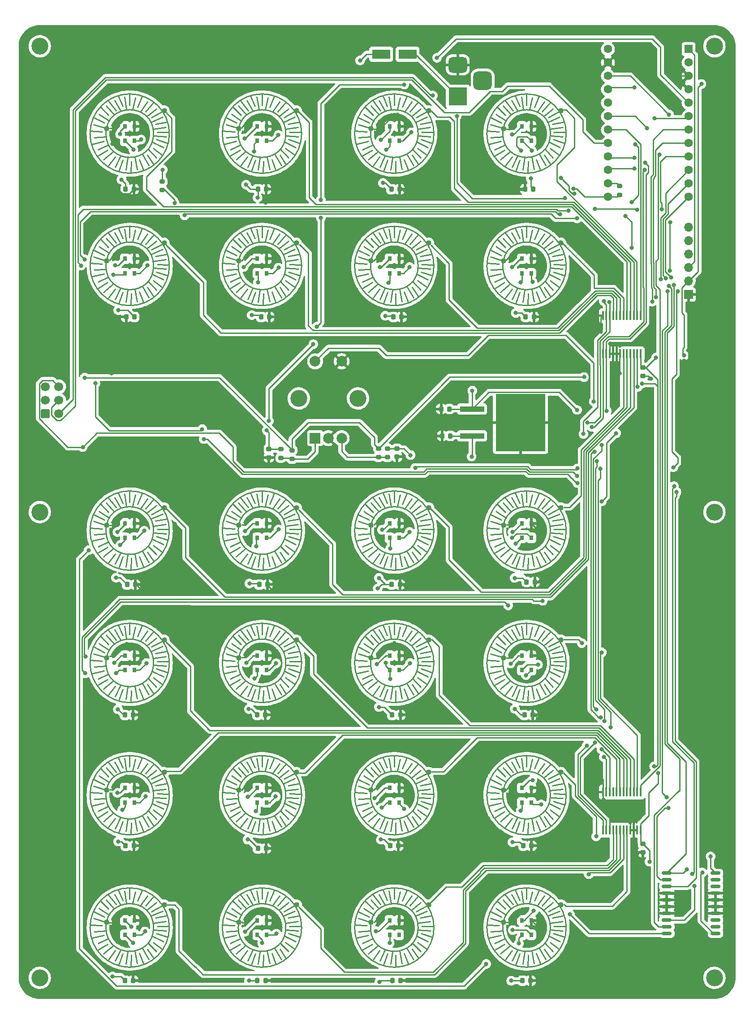
<source format=gbr>
%TF.GenerationSoftware,KiCad,Pcbnew,(6.0.9-0)*%
%TF.CreationDate,2023-10-23T19:11:03-03:00*%
%TF.ProjectId,Faduino-1,46616475-696e-46f2-9d31-2e6b69636164,3*%
%TF.SameCoordinates,Original*%
%TF.FileFunction,Copper,L1,Top*%
%TF.FilePolarity,Positive*%
%FSLAX46Y46*%
G04 Gerber Fmt 4.6, Leading zero omitted, Abs format (unit mm)*
G04 Created by KiCad (PCBNEW (6.0.9-0)) date 2023-10-23 19:11:03*
%MOMM*%
%LPD*%
G01*
G04 APERTURE LIST*
G04 Aperture macros list*
%AMRoundRect*
0 Rectangle with rounded corners*
0 $1 Rounding radius*
0 $2 $3 $4 $5 $6 $7 $8 $9 X,Y pos of 4 corners*
0 Add a 4 corners polygon primitive as box body*
4,1,4,$2,$3,$4,$5,$6,$7,$8,$9,$2,$3,0*
0 Add four circle primitives for the rounded corners*
1,1,$1+$1,$2,$3*
1,1,$1+$1,$4,$5*
1,1,$1+$1,$6,$7*
1,1,$1+$1,$8,$9*
0 Add four rect primitives between the rounded corners*
20,1,$1+$1,$2,$3,$4,$5,0*
20,1,$1+$1,$4,$5,$6,$7,0*
20,1,$1+$1,$6,$7,$8,$9,0*
20,1,$1+$1,$8,$9,$2,$3,0*%
G04 Aperture macros list end*
%TA.AperFunction,EtchedComponent*%
%ADD10C,0.254000*%
%TD*%
%TA.AperFunction,SMDPad,CuDef*%
%ADD11RoundRect,0.225000X-0.250000X0.225000X-0.250000X-0.225000X0.250000X-0.225000X0.250000X0.225000X0*%
%TD*%
%TA.AperFunction,SMDPad,CuDef*%
%ADD12RoundRect,0.225000X0.225000X0.250000X-0.225000X0.250000X-0.225000X-0.250000X0.225000X-0.250000X0*%
%TD*%
%TA.AperFunction,SMDPad,CuDef*%
%ADD13RoundRect,0.225000X-0.225000X-0.250000X0.225000X-0.250000X0.225000X0.250000X-0.225000X0.250000X0*%
%TD*%
%TA.AperFunction,SMDPad,CuDef*%
%ADD14R,0.800000X0.950000*%
%TD*%
%TA.AperFunction,SMDPad,CuDef*%
%ADD15R,3.500000X1.800000*%
%TD*%
%TA.AperFunction,ComponentPad*%
%ADD16R,2.000000X2.000000*%
%TD*%
%TA.AperFunction,ComponentPad*%
%ADD17C,2.000000*%
%TD*%
%TA.AperFunction,ComponentPad*%
%ADD18C,3.200000*%
%TD*%
%TA.AperFunction,SMDPad,CuDef*%
%ADD19RoundRect,0.200000X-0.275000X0.200000X-0.275000X-0.200000X0.275000X-0.200000X0.275000X0.200000X0*%
%TD*%
%TA.AperFunction,SMDPad,CuDef*%
%ADD20RoundRect,0.200000X0.275000X-0.200000X0.275000X0.200000X-0.275000X0.200000X-0.275000X-0.200000X0*%
%TD*%
%TA.AperFunction,SMDPad,CuDef*%
%ADD21R,0.450000X1.750000*%
%TD*%
%TA.AperFunction,ComponentPad*%
%ADD22C,1.016000*%
%TD*%
%TA.AperFunction,SMDPad,CuDef*%
%ADD23RoundRect,0.150000X-0.800000X-0.150000X0.800000X-0.150000X0.800000X0.150000X-0.800000X0.150000X0*%
%TD*%
%TA.AperFunction,SMDPad,CuDef*%
%ADD24R,4.600000X1.100000*%
%TD*%
%TA.AperFunction,SMDPad,CuDef*%
%ADD25R,9.400000X10.800000*%
%TD*%
%TA.AperFunction,ComponentPad*%
%ADD26R,1.700000X1.700000*%
%TD*%
%TA.AperFunction,ComponentPad*%
%ADD27O,1.700000X1.700000*%
%TD*%
%TA.AperFunction,ComponentPad*%
%ADD28R,3.500000X3.500000*%
%TD*%
%TA.AperFunction,ComponentPad*%
%ADD29RoundRect,0.750000X-1.000000X0.750000X-1.000000X-0.750000X1.000000X-0.750000X1.000000X0.750000X0*%
%TD*%
%TA.AperFunction,ComponentPad*%
%ADD30RoundRect,0.875000X-0.875000X0.875000X-0.875000X-0.875000X0.875000X-0.875000X0.875000X0.875000X0*%
%TD*%
%TA.AperFunction,ComponentPad*%
%ADD31R,1.600000X1.600000*%
%TD*%
%TA.AperFunction,ComponentPad*%
%ADD32C,1.600000*%
%TD*%
%TA.AperFunction,ComponentPad*%
%ADD33RoundRect,0.250000X-0.600000X-0.600000X0.600000X-0.600000X0.600000X0.600000X-0.600000X0.600000X0*%
%TD*%
%TA.AperFunction,ComponentPad*%
%ADD34C,1.700000*%
%TD*%
%TA.AperFunction,ViaPad*%
%ADD35C,0.800000*%
%TD*%
%TA.AperFunction,Conductor*%
%ADD36C,0.250000*%
%TD*%
G04 APERTURE END LIST*
D10*
%TO.C,SW1*%
X73259720Y-54220920D02*
X72269120Y-56311340D01*
X78979800Y-47840440D02*
X81199760Y-46852380D01*
X79299840Y-51602180D02*
X81359780Y-52620720D01*
X77587880Y-56811720D02*
X76848740Y-54881320D01*
X70988960Y-43801840D02*
X72408820Y-45640800D01*
X75218060Y-57441640D02*
X75289180Y-55211520D01*
X68929020Y-54251400D02*
X70828940Y-53131260D01*
X72967620Y-57080960D02*
X73709300Y-54952440D01*
X72838080Y-42892520D02*
X73678820Y-44820380D01*
X77407540Y-53900880D02*
X78629280Y-55991300D01*
X67839360Y-51980640D02*
X70107580Y-51470100D01*
X79518280Y-44091400D02*
X77968880Y-45861780D01*
X81148960Y-45882100D02*
X79139820Y-46951440D01*
X69497980Y-45000720D02*
X70999120Y-46501860D01*
X82378320Y-49760680D02*
X80178680Y-49730200D01*
X70907680Y-56171640D02*
X72238640Y-54370780D01*
X72088780Y-46451060D02*
X70559700Y-44761960D01*
X75987680Y-54462220D02*
X76439800Y-56760920D01*
X70539380Y-50611580D02*
X68238140Y-50751280D01*
X71148980Y-47622000D02*
X69228740Y-46341840D01*
X74628780Y-54571440D02*
X74288420Y-56842200D01*
X81169280Y-54060900D02*
X79439540Y-52780740D01*
X76978280Y-45910040D02*
X78339720Y-43992340D01*
X77328800Y-42971260D02*
X76498220Y-44980400D01*
X75588900Y-45381720D02*
X76099440Y-43210020D01*
X71928760Y-53370020D02*
X70079640Y-54921960D01*
X78499740Y-52940760D02*
X80008500Y-54520640D01*
X74999620Y-42542000D02*
X74999620Y-44632420D01*
X70539380Y-49001220D02*
X68207660Y-48262080D01*
X82109080Y-47761700D02*
X79889120Y-48180800D01*
X73259720Y-45701760D02*
X72149740Y-43720560D01*
X70988960Y-52082240D02*
X68989980Y-53022040D01*
X79538600Y-55800800D02*
X78367660Y-54060900D01*
X79599560Y-50431240D02*
X81867780Y-50591260D01*
X82218300Y-51820620D02*
X80049140Y-51122120D01*
X78179700Y-46740620D02*
X80008500Y-45300440D01*
X79409060Y-49140920D02*
X81809360Y-48820880D01*
X68159400Y-46961600D02*
X70219340Y-48000460D01*
X67519320Y-49491440D02*
X69818020Y-49631140D01*
X74387480Y-45432520D02*
X74009020Y-43050000D01*
X79508120Y-49991820D02*
G75*
G03*
X79508120Y-49991820I-4498340J0D01*
G01*
X82497700Y-50001980D02*
G75*
G03*
X82497700Y-50001980I-7498080J0D01*
G01*
%TO.C,SW2*%
X103179700Y-46740620D02*
X105008500Y-45300440D01*
X95988960Y-43801840D02*
X97408820Y-45640800D01*
X102407540Y-53900880D02*
X103629280Y-55991300D01*
X106169280Y-54060900D02*
X104439540Y-52780740D01*
X103979800Y-47840440D02*
X106199760Y-46852380D01*
X100218060Y-57441640D02*
X100289180Y-55211520D01*
X93159400Y-46961600D02*
X95219340Y-48000460D01*
X107378320Y-49760680D02*
X105178680Y-49730200D01*
X92839360Y-51980640D02*
X95107580Y-51470100D01*
X97088780Y-46451060D02*
X95559700Y-44761960D01*
X101978280Y-45910040D02*
X103339720Y-43992340D01*
X107109080Y-47761700D02*
X104889120Y-48180800D01*
X100588900Y-45381720D02*
X101099440Y-43210020D01*
X102328800Y-42971260D02*
X101498220Y-44980400D01*
X96928760Y-53370020D02*
X95079640Y-54921960D01*
X97838080Y-42892520D02*
X98678820Y-44820380D01*
X98259720Y-54220920D02*
X97269120Y-56311340D01*
X95539380Y-50611580D02*
X93238140Y-50751280D01*
X106148960Y-45882100D02*
X104139820Y-46951440D01*
X102587880Y-56811720D02*
X101848740Y-54881320D01*
X103499740Y-52940760D02*
X105008500Y-54520640D01*
X94497980Y-45000720D02*
X95999120Y-46501860D01*
X104538600Y-55800800D02*
X103367660Y-54060900D01*
X93929020Y-54251400D02*
X95828940Y-53131260D01*
X92519320Y-49491440D02*
X94818020Y-49631140D01*
X107218300Y-51820620D02*
X105049140Y-51122120D01*
X95988960Y-52082240D02*
X93989980Y-53022040D01*
X99628780Y-54571440D02*
X99288420Y-56842200D01*
X104599560Y-50431240D02*
X106867780Y-50591260D01*
X95907680Y-56171640D02*
X97238640Y-54370780D01*
X96148980Y-47622000D02*
X94228740Y-46341840D01*
X99999620Y-42542000D02*
X99999620Y-44632420D01*
X99387480Y-45432520D02*
X99009020Y-43050000D01*
X100987680Y-54462220D02*
X101439800Y-56760920D01*
X98259720Y-45701760D02*
X97149740Y-43720560D01*
X104299840Y-51602180D02*
X106359780Y-52620720D01*
X97967620Y-57080960D02*
X98709300Y-54952440D01*
X95539380Y-49001220D02*
X93207660Y-48262080D01*
X104409060Y-49140920D02*
X106809360Y-48820880D01*
X104518280Y-44091400D02*
X102968880Y-45861780D01*
X104508120Y-49991820D02*
G75*
G03*
X104508120Y-49991820I-4498340J0D01*
G01*
X107497700Y-50001980D02*
G75*
G03*
X107497700Y-50001980I-7498080J0D01*
G01*
%TO.C,SW3*%
X129518280Y-44091400D02*
X127968880Y-45861780D01*
X124999620Y-42542000D02*
X124999620Y-44632420D01*
X120539380Y-50611580D02*
X118238140Y-50751280D01*
X129599560Y-50431240D02*
X131867780Y-50591260D01*
X118929020Y-54251400D02*
X120828940Y-53131260D01*
X129538600Y-55800800D02*
X128367660Y-54060900D01*
X128979800Y-47840440D02*
X131199760Y-46852380D01*
X129409060Y-49140920D02*
X131809360Y-48820880D01*
X128179700Y-46740620D02*
X130008500Y-45300440D01*
X121928760Y-53370020D02*
X120079640Y-54921960D01*
X120539380Y-49001220D02*
X118207660Y-48262080D01*
X127328800Y-42971260D02*
X126498220Y-44980400D01*
X119497980Y-45000720D02*
X120999120Y-46501860D01*
X125218060Y-57441640D02*
X125289180Y-55211520D01*
X129299840Y-51602180D02*
X131359780Y-52620720D01*
X117519320Y-49491440D02*
X119818020Y-49631140D01*
X126978280Y-45910040D02*
X128339720Y-43992340D01*
X127587880Y-56811720D02*
X126848740Y-54881320D01*
X121148980Y-47622000D02*
X119228740Y-46341840D01*
X125588900Y-45381720D02*
X126099440Y-43210020D01*
X132378320Y-49760680D02*
X130178680Y-49730200D01*
X117839360Y-51980640D02*
X120107580Y-51470100D01*
X124628780Y-54571440D02*
X124288420Y-56842200D01*
X123259720Y-45701760D02*
X122149740Y-43720560D01*
X131148960Y-45882100D02*
X129139820Y-46951440D01*
X127407540Y-53900880D02*
X128629280Y-55991300D01*
X131169280Y-54060900D02*
X129439540Y-52780740D01*
X122838080Y-42892520D02*
X123678820Y-44820380D01*
X122088780Y-46451060D02*
X120559700Y-44761960D01*
X122967620Y-57080960D02*
X123709300Y-54952440D01*
X128499740Y-52940760D02*
X130008500Y-54520640D01*
X124387480Y-45432520D02*
X124009020Y-43050000D01*
X120988960Y-43801840D02*
X122408820Y-45640800D01*
X118159400Y-46961600D02*
X120219340Y-48000460D01*
X123259720Y-54220920D02*
X122269120Y-56311340D01*
X132218300Y-51820620D02*
X130049140Y-51122120D01*
X120907680Y-56171640D02*
X122238640Y-54370780D01*
X132109080Y-47761700D02*
X129889120Y-48180800D01*
X125987680Y-54462220D02*
X126439800Y-56760920D01*
X120988960Y-52082240D02*
X118989980Y-53022040D01*
X129508120Y-49991820D02*
G75*
G03*
X129508120Y-49991820I-4498340J0D01*
G01*
X132497700Y-50001980D02*
G75*
G03*
X132497700Y-50001980I-7498080J0D01*
G01*
%TO.C,SW4*%
X153499740Y-52940760D02*
X155008500Y-54520640D01*
X150588900Y-45381720D02*
X151099440Y-43210020D01*
X148259720Y-45701760D02*
X147149740Y-43720560D01*
X145539380Y-49001220D02*
X143207660Y-48262080D01*
X142839360Y-51980640D02*
X145107580Y-51470100D01*
X157218300Y-51820620D02*
X155049140Y-51122120D01*
X153979800Y-47840440D02*
X156199760Y-46852380D01*
X154538600Y-55800800D02*
X153367660Y-54060900D01*
X152407540Y-53900880D02*
X153629280Y-55991300D01*
X149387480Y-45432520D02*
X149009020Y-43050000D01*
X157378320Y-49760680D02*
X155178680Y-49730200D01*
X145539380Y-50611580D02*
X143238140Y-50751280D01*
X149999620Y-42542000D02*
X149999620Y-44632420D01*
X154599560Y-50431240D02*
X156867780Y-50591260D01*
X147838080Y-42892520D02*
X148678820Y-44820380D01*
X145907680Y-56171640D02*
X147238640Y-54370780D01*
X153179700Y-46740620D02*
X155008500Y-45300440D01*
X143929020Y-54251400D02*
X145828940Y-53131260D01*
X146148980Y-47622000D02*
X144228740Y-46341840D01*
X152328800Y-42971260D02*
X151498220Y-44980400D01*
X150987680Y-54462220D02*
X151439800Y-56760920D01*
X152587880Y-56811720D02*
X151848740Y-54881320D01*
X156169280Y-54060900D02*
X154439540Y-52780740D01*
X154409060Y-49140920D02*
X156809360Y-48820880D01*
X142519320Y-49491440D02*
X144818020Y-49631140D01*
X150218060Y-57441640D02*
X150289180Y-55211520D01*
X143159400Y-46961600D02*
X145219340Y-48000460D01*
X148259720Y-54220920D02*
X147269120Y-56311340D01*
X147967620Y-57080960D02*
X148709300Y-54952440D01*
X146928760Y-53370020D02*
X145079640Y-54921960D01*
X157109080Y-47761700D02*
X154889120Y-48180800D01*
X154518280Y-44091400D02*
X152968880Y-45861780D01*
X156148960Y-45882100D02*
X154139820Y-46951440D01*
X145988960Y-52082240D02*
X143989980Y-53022040D01*
X145988960Y-43801840D02*
X147408820Y-45640800D01*
X147088780Y-46451060D02*
X145559700Y-44761960D01*
X151978280Y-45910040D02*
X153339720Y-43992340D01*
X149628780Y-54571440D02*
X149288420Y-56842200D01*
X144497980Y-45000720D02*
X145999120Y-46501860D01*
X154299840Y-51602180D02*
X156359780Y-52620720D01*
X154508120Y-49991820D02*
G75*
G03*
X154508120Y-49991820I-4498340J0D01*
G01*
X157497700Y-50001980D02*
G75*
G03*
X157497700Y-50001980I-7498080J0D01*
G01*
%TO.C,SW5*%
X79299840Y-76602180D02*
X81359780Y-77620720D01*
X77407540Y-78900880D02*
X78629280Y-80991300D01*
X82378320Y-74760680D02*
X80178680Y-74730200D01*
X70539380Y-74001220D02*
X68207660Y-73262080D01*
X68929020Y-79251400D02*
X70828940Y-78131260D01*
X79538600Y-80800800D02*
X78367660Y-79060900D01*
X79599560Y-75431240D02*
X81867780Y-75591260D01*
X79518280Y-69091400D02*
X77968880Y-70861780D01*
X74999620Y-67542000D02*
X74999620Y-69632420D01*
X81169280Y-79060900D02*
X79439540Y-77780740D01*
X74387480Y-70432520D02*
X74009020Y-68050000D01*
X74628780Y-79571440D02*
X74288420Y-81842200D01*
X78499740Y-77940760D02*
X80008500Y-79520640D01*
X71928760Y-78370020D02*
X70079640Y-79921960D01*
X81148960Y-70882100D02*
X79139820Y-71951440D01*
X75588900Y-70381720D02*
X76099440Y-68210020D01*
X70539380Y-75611580D02*
X68238140Y-75751280D01*
X78979800Y-72840440D02*
X81199760Y-71852380D01*
X72088780Y-71451060D02*
X70559700Y-69761960D01*
X75218060Y-82441640D02*
X75289180Y-80211520D01*
X75987680Y-79462220D02*
X76439800Y-81760920D01*
X78179700Y-71740620D02*
X80008500Y-70300440D01*
X77328800Y-67971260D02*
X76498220Y-69980400D01*
X68159400Y-71961600D02*
X70219340Y-73000460D01*
X73259720Y-79220920D02*
X72269120Y-81311340D01*
X79409060Y-74140920D02*
X81809360Y-73820880D01*
X70988960Y-77082240D02*
X68989980Y-78022040D01*
X71148980Y-72622000D02*
X69228740Y-71341840D01*
X73259720Y-70701760D02*
X72149740Y-68720560D01*
X82109080Y-72761700D02*
X79889120Y-73180800D01*
X76978280Y-70910040D02*
X78339720Y-68992340D01*
X69497980Y-70000720D02*
X70999120Y-71501860D01*
X70988960Y-68801840D02*
X72408820Y-70640800D01*
X72838080Y-67892520D02*
X73678820Y-69820380D01*
X82218300Y-76820620D02*
X80049140Y-76122120D01*
X67519320Y-74491440D02*
X69818020Y-74631140D01*
X72967620Y-82080960D02*
X73709300Y-79952440D01*
X67839360Y-76980640D02*
X70107580Y-76470100D01*
X77587880Y-81811720D02*
X76848740Y-79881320D01*
X70907680Y-81171640D02*
X72238640Y-79370780D01*
X82497700Y-75001980D02*
G75*
G03*
X82497700Y-75001980I-7498080J0D01*
G01*
X79508120Y-74991820D02*
G75*
G03*
X79508120Y-74991820I-4498340J0D01*
G01*
%TO.C,SW6*%
X104518280Y-69091400D02*
X102968880Y-70861780D01*
X104409060Y-74140920D02*
X106809360Y-73820880D01*
X97088780Y-71451060D02*
X95559700Y-69761960D01*
X100218060Y-82441640D02*
X100289180Y-80211520D01*
X100987680Y-79462220D02*
X101439800Y-81760920D01*
X103499740Y-77940760D02*
X105008500Y-79520640D01*
X98259720Y-79220920D02*
X97269120Y-81311340D01*
X104599560Y-75431240D02*
X106867780Y-75591260D01*
X104538600Y-80800800D02*
X103367660Y-79060900D01*
X94497980Y-70000720D02*
X95999120Y-71501860D01*
X97967620Y-82080960D02*
X98709300Y-79952440D01*
X103979800Y-72840440D02*
X106199760Y-71852380D01*
X107378320Y-74760680D02*
X105178680Y-74730200D01*
X107218300Y-76820620D02*
X105049140Y-76122120D01*
X102407540Y-78900880D02*
X103629280Y-80991300D01*
X92839360Y-76980640D02*
X95107580Y-76470100D01*
X104299840Y-76602180D02*
X106359780Y-77620720D01*
X95539380Y-75611580D02*
X93238140Y-75751280D01*
X99628780Y-79571440D02*
X99288420Y-81842200D01*
X95539380Y-74001220D02*
X93207660Y-73262080D01*
X103179700Y-71740620D02*
X105008500Y-70300440D01*
X96928760Y-78370020D02*
X95079640Y-79921960D01*
X92519320Y-74491440D02*
X94818020Y-74631140D01*
X95988960Y-77082240D02*
X93989980Y-78022040D01*
X102587880Y-81811720D02*
X101848740Y-79881320D01*
X106169280Y-79060900D02*
X104439540Y-77780740D01*
X107109080Y-72761700D02*
X104889120Y-73180800D01*
X95988960Y-68801840D02*
X97408820Y-70640800D01*
X95907680Y-81171640D02*
X97238640Y-79370780D01*
X102328800Y-67971260D02*
X101498220Y-69980400D01*
X99387480Y-70432520D02*
X99009020Y-68050000D01*
X98259720Y-70701760D02*
X97149740Y-68720560D01*
X93159400Y-71961600D02*
X95219340Y-73000460D01*
X101978280Y-70910040D02*
X103339720Y-68992340D01*
X99999620Y-67542000D02*
X99999620Y-69632420D01*
X93929020Y-79251400D02*
X95828940Y-78131260D01*
X97838080Y-67892520D02*
X98678820Y-69820380D01*
X100588900Y-70381720D02*
X101099440Y-68210020D01*
X96148980Y-72622000D02*
X94228740Y-71341840D01*
X106148960Y-70882100D02*
X104139820Y-71951440D01*
X104508120Y-74991820D02*
G75*
G03*
X104508120Y-74991820I-4498340J0D01*
G01*
X107497700Y-75001980D02*
G75*
G03*
X107497700Y-75001980I-7498080J0D01*
G01*
%TO.C,SW7*%
X123259720Y-79220920D02*
X122269120Y-81311340D01*
X122088780Y-71451060D02*
X120559700Y-69761960D01*
X117519320Y-74491440D02*
X119818020Y-74631140D01*
X129538600Y-80800800D02*
X128367660Y-79060900D01*
X129299840Y-76602180D02*
X131359780Y-77620720D01*
X120988960Y-77082240D02*
X118989980Y-78022040D01*
X128499740Y-77940760D02*
X130008500Y-79520640D01*
X117839360Y-76980640D02*
X120107580Y-76470100D01*
X129518280Y-69091400D02*
X127968880Y-70861780D01*
X127328800Y-67971260D02*
X126498220Y-69980400D01*
X124387480Y-70432520D02*
X124009020Y-68050000D01*
X120539380Y-75611580D02*
X118238140Y-75751280D01*
X122838080Y-67892520D02*
X123678820Y-69820380D01*
X125588900Y-70381720D02*
X126099440Y-68210020D01*
X131169280Y-79060900D02*
X129439540Y-77780740D01*
X123259720Y-70701760D02*
X122149740Y-68720560D01*
X126978280Y-70910040D02*
X128339720Y-68992340D01*
X132109080Y-72761700D02*
X129889120Y-73180800D01*
X118159400Y-71961600D02*
X120219340Y-73000460D01*
X131148960Y-70882100D02*
X129139820Y-71951440D01*
X124628780Y-79571440D02*
X124288420Y-81842200D01*
X125218060Y-82441640D02*
X125289180Y-80211520D01*
X125987680Y-79462220D02*
X126439800Y-81760920D01*
X129599560Y-75431240D02*
X131867780Y-75591260D01*
X127587880Y-81811720D02*
X126848740Y-79881320D01*
X121148980Y-72622000D02*
X119228740Y-71341840D01*
X128179700Y-71740620D02*
X130008500Y-70300440D01*
X127407540Y-78900880D02*
X128629280Y-80991300D01*
X128979800Y-72840440D02*
X131199760Y-71852380D01*
X120907680Y-81171640D02*
X122238640Y-79370780D01*
X118929020Y-79251400D02*
X120828940Y-78131260D01*
X124999620Y-67542000D02*
X124999620Y-69632420D01*
X121928760Y-78370020D02*
X120079640Y-79921960D01*
X132378320Y-74760680D02*
X130178680Y-74730200D01*
X122967620Y-82080960D02*
X123709300Y-79952440D01*
X132218300Y-76820620D02*
X130049140Y-76122120D01*
X119497980Y-70000720D02*
X120999120Y-71501860D01*
X120988960Y-68801840D02*
X122408820Y-70640800D01*
X129409060Y-74140920D02*
X131809360Y-73820880D01*
X120539380Y-74001220D02*
X118207660Y-73262080D01*
X132497700Y-75001980D02*
G75*
G03*
X132497700Y-75001980I-7498080J0D01*
G01*
X129508120Y-74991820D02*
G75*
G03*
X129508120Y-74991820I-4498340J0D01*
G01*
%TO.C,SW8*%
X148259720Y-79220920D02*
X147269120Y-81311340D01*
X143929020Y-79251400D02*
X145828940Y-78131260D01*
X153499740Y-77940760D02*
X155008500Y-79520640D01*
X145539380Y-74001220D02*
X143207660Y-73262080D01*
X156169280Y-79060900D02*
X154439540Y-77780740D01*
X157378320Y-74760680D02*
X155178680Y-74730200D01*
X150987680Y-79462220D02*
X151439800Y-81760920D01*
X152587880Y-81811720D02*
X151848740Y-79881320D01*
X154538600Y-80800800D02*
X153367660Y-79060900D01*
X142519320Y-74491440D02*
X144818020Y-74631140D01*
X145907680Y-81171640D02*
X147238640Y-79370780D01*
X157218300Y-76820620D02*
X155049140Y-76122120D01*
X154299840Y-76602180D02*
X156359780Y-77620720D01*
X148259720Y-70701760D02*
X147149740Y-68720560D01*
X153179700Y-71740620D02*
X155008500Y-70300440D01*
X143159400Y-71961600D02*
X145219340Y-73000460D01*
X152407540Y-78900880D02*
X153629280Y-80991300D01*
X146148980Y-72622000D02*
X144228740Y-71341840D01*
X151978280Y-70910040D02*
X153339720Y-68992340D01*
X142839360Y-76980640D02*
X145107580Y-76470100D01*
X150218060Y-82441640D02*
X150289180Y-80211520D01*
X144497980Y-70000720D02*
X145999120Y-71501860D01*
X154599560Y-75431240D02*
X156867780Y-75591260D01*
X156148960Y-70882100D02*
X154139820Y-71951440D01*
X157109080Y-72761700D02*
X154889120Y-73180800D01*
X149628780Y-79571440D02*
X149288420Y-81842200D01*
X145988960Y-77082240D02*
X143989980Y-78022040D01*
X145539380Y-75611580D02*
X143238140Y-75751280D01*
X147088780Y-71451060D02*
X145559700Y-69761960D01*
X154409060Y-74140920D02*
X156809360Y-73820880D01*
X152328800Y-67971260D02*
X151498220Y-69980400D01*
X149999620Y-67542000D02*
X149999620Y-69632420D01*
X153979800Y-72840440D02*
X156199760Y-71852380D01*
X147967620Y-82080960D02*
X148709300Y-79952440D01*
X146928760Y-78370020D02*
X145079640Y-79921960D01*
X154518280Y-69091400D02*
X152968880Y-70861780D01*
X147838080Y-67892520D02*
X148678820Y-69820380D01*
X145988960Y-68801840D02*
X147408820Y-70640800D01*
X150588900Y-70381720D02*
X151099440Y-68210020D01*
X149387480Y-70432520D02*
X149009020Y-68050000D01*
X154508120Y-74991820D02*
G75*
G03*
X154508120Y-74991820I-4498340J0D01*
G01*
X157497700Y-75001980D02*
G75*
G03*
X157497700Y-75001980I-7498080J0D01*
G01*
%TO.C,SW9*%
X157218300Y-176820620D02*
X155049140Y-176122120D01*
X153979800Y-172840440D02*
X156199760Y-171852380D01*
X154518280Y-169091400D02*
X152968880Y-170861780D01*
X150588900Y-170381720D02*
X151099440Y-168210020D01*
X146148980Y-172622000D02*
X144228740Y-171341840D01*
X142839360Y-176980640D02*
X145107580Y-176470100D01*
X150987680Y-179462220D02*
X151439800Y-181760920D01*
X154538600Y-180800800D02*
X153367660Y-179060900D01*
X147088780Y-171451060D02*
X145559700Y-169761960D01*
X153499740Y-177940760D02*
X155008500Y-179520640D01*
X142519320Y-174491440D02*
X144818020Y-174631140D01*
X144497980Y-170000720D02*
X145999120Y-171501860D01*
X145988960Y-168801840D02*
X147408820Y-170640800D01*
X151978280Y-170910040D02*
X153339720Y-168992340D01*
X148259720Y-170701760D02*
X147149740Y-168720560D01*
X143159400Y-171961600D02*
X145219340Y-173000460D01*
X152587880Y-181811720D02*
X151848740Y-179881320D01*
X152407540Y-178900880D02*
X153629280Y-180991300D01*
X156169280Y-179060900D02*
X154439540Y-177780740D01*
X152328800Y-167971260D02*
X151498220Y-169980400D01*
X146928760Y-178370020D02*
X145079640Y-179921960D01*
X157109080Y-172761700D02*
X154889120Y-173180800D01*
X149999620Y-167542000D02*
X149999620Y-169632420D01*
X157378320Y-174760680D02*
X155178680Y-174730200D01*
X145539380Y-174001220D02*
X143207660Y-173262080D01*
X154299840Y-176602180D02*
X156359780Y-177620720D01*
X156148960Y-170882100D02*
X154139820Y-171951440D01*
X149628780Y-179571440D02*
X149288420Y-181842200D01*
X143929020Y-179251400D02*
X145828940Y-178131260D01*
X154409060Y-174140920D02*
X156809360Y-173820880D01*
X154599560Y-175431240D02*
X156867780Y-175591260D01*
X145907680Y-181171640D02*
X147238640Y-179370780D01*
X150218060Y-182441640D02*
X150289180Y-180211520D01*
X145988960Y-177082240D02*
X143989980Y-178022040D01*
X147838080Y-167892520D02*
X148678820Y-169820380D01*
X149387480Y-170432520D02*
X149009020Y-168050000D01*
X145539380Y-175611580D02*
X143238140Y-175751280D01*
X147967620Y-182080960D02*
X148709300Y-179952440D01*
X153179700Y-171740620D02*
X155008500Y-170300440D01*
X148259720Y-179220920D02*
X147269120Y-181311340D01*
X154508120Y-174991820D02*
G75*
G03*
X154508120Y-174991820I-4498340J0D01*
G01*
X157497700Y-175001980D02*
G75*
G03*
X157497700Y-175001980I-7498080J0D01*
G01*
%TO.C,SW10*%
X144497980Y-195000720D02*
X145999120Y-196501860D01*
X147088780Y-196451060D02*
X145559700Y-194761960D01*
X154599560Y-200431240D02*
X156867780Y-200591260D01*
X157109080Y-197761700D02*
X154889120Y-198180800D01*
X149628780Y-204571440D02*
X149288420Y-206842200D01*
X154538600Y-205800800D02*
X153367660Y-204060900D01*
X153499740Y-202940760D02*
X155008500Y-204520640D01*
X152328800Y-192971260D02*
X151498220Y-194980400D01*
X145907680Y-206171640D02*
X147238640Y-204370780D01*
X150218060Y-207441640D02*
X150289180Y-205211520D01*
X150588900Y-195381720D02*
X151099440Y-193210020D01*
X157378320Y-199760680D02*
X155178680Y-199730200D01*
X152587880Y-206811720D02*
X151848740Y-204881320D01*
X154409060Y-199140920D02*
X156809360Y-198820880D01*
X143159400Y-196961600D02*
X145219340Y-198000460D01*
X149999620Y-192542000D02*
X149999620Y-194632420D01*
X149387480Y-195432520D02*
X149009020Y-193050000D01*
X156148960Y-195882100D02*
X154139820Y-196951440D01*
X145539380Y-199001220D02*
X143207660Y-198262080D01*
X142519320Y-199491440D02*
X144818020Y-199631140D01*
X143929020Y-204251400D02*
X145828940Y-203131260D01*
X153179700Y-196740620D02*
X155008500Y-195300440D01*
X147967620Y-207080960D02*
X148709300Y-204952440D01*
X145988960Y-193801840D02*
X147408820Y-195640800D01*
X148259720Y-195701760D02*
X147149740Y-193720560D01*
X156169280Y-204060900D02*
X154439540Y-202780740D01*
X157218300Y-201820620D02*
X155049140Y-201122120D01*
X148259720Y-204220920D02*
X147269120Y-206311340D01*
X146928760Y-203370020D02*
X145079640Y-204921960D01*
X142839360Y-201980640D02*
X145107580Y-201470100D01*
X146148980Y-197622000D02*
X144228740Y-196341840D01*
X154299840Y-201602180D02*
X156359780Y-202620720D01*
X152407540Y-203900880D02*
X153629280Y-205991300D01*
X145539380Y-200611580D02*
X143238140Y-200751280D01*
X145988960Y-202082240D02*
X143989980Y-203022040D01*
X150987680Y-204462220D02*
X151439800Y-206760920D01*
X147838080Y-192892520D02*
X148678820Y-194820380D01*
X154518280Y-194091400D02*
X152968880Y-195861780D01*
X151978280Y-195910040D02*
X153339720Y-193992340D01*
X153979800Y-197840440D02*
X156199760Y-196852380D01*
X157497700Y-200001980D02*
G75*
G03*
X157497700Y-200001980I-7498080J0D01*
G01*
X154508120Y-199991820D02*
G75*
G03*
X154508120Y-199991820I-4498340J0D01*
G01*
%TO.C,SW11*%
X74628780Y-129571440D02*
X74288420Y-131842200D01*
X79538600Y-130800800D02*
X78367660Y-129060900D01*
X72967620Y-132080960D02*
X73709300Y-129952440D01*
X79299840Y-126602180D02*
X81359780Y-127620720D01*
X67839360Y-126980640D02*
X70107580Y-126470100D01*
X77407540Y-128900880D02*
X78629280Y-130991300D01*
X70539380Y-125611580D02*
X68238140Y-125751280D01*
X71148980Y-122622000D02*
X69228740Y-121341840D01*
X74387480Y-120432520D02*
X74009020Y-118050000D01*
X75987680Y-129462220D02*
X76439800Y-131760920D01*
X74999620Y-117542000D02*
X74999620Y-119632420D01*
X71928760Y-128370020D02*
X70079640Y-129921960D01*
X70907680Y-131171640D02*
X72238640Y-129370780D01*
X76978280Y-120910040D02*
X78339720Y-118992340D01*
X77587880Y-131811720D02*
X76848740Y-129881320D01*
X78179700Y-121740620D02*
X80008500Y-120300440D01*
X81148960Y-120882100D02*
X79139820Y-121951440D01*
X82109080Y-122761700D02*
X79889120Y-123180800D01*
X72838080Y-117892520D02*
X73678820Y-119820380D01*
X73259720Y-120701760D02*
X72149740Y-118720560D01*
X75588900Y-120381720D02*
X76099440Y-118210020D01*
X82218300Y-126820620D02*
X80049140Y-126122120D01*
X68159400Y-121961600D02*
X70219340Y-123000460D01*
X79518280Y-119091400D02*
X77968880Y-120861780D01*
X81169280Y-129060900D02*
X79439540Y-127780740D01*
X78979800Y-122840440D02*
X81199760Y-121852380D01*
X70988960Y-118801840D02*
X72408820Y-120640800D01*
X78499740Y-127940760D02*
X80008500Y-129520640D01*
X73259720Y-129220920D02*
X72269120Y-131311340D01*
X82378320Y-124760680D02*
X80178680Y-124730200D01*
X70988960Y-127082240D02*
X68989980Y-128022040D01*
X75218060Y-132441640D02*
X75289180Y-130211520D01*
X79409060Y-124140920D02*
X81809360Y-123820880D01*
X67519320Y-124491440D02*
X69818020Y-124631140D01*
X70539380Y-124001220D02*
X68207660Y-123262080D01*
X68929020Y-129251400D02*
X70828940Y-128131260D01*
X77328800Y-117971260D02*
X76498220Y-119980400D01*
X72088780Y-121451060D02*
X70559700Y-119761960D01*
X79599560Y-125431240D02*
X81867780Y-125591260D01*
X69497980Y-120000720D02*
X70999120Y-121501860D01*
X79508120Y-124991820D02*
G75*
G03*
X79508120Y-124991820I-4498340J0D01*
G01*
X82497700Y-125001980D02*
G75*
G03*
X82497700Y-125001980I-7498080J0D01*
G01*
%TO.C,SW12*%
X99387480Y-120432520D02*
X99009020Y-118050000D01*
X96148980Y-122622000D02*
X94228740Y-121341840D01*
X95988960Y-127082240D02*
X93989980Y-128022040D01*
X100218060Y-132441640D02*
X100289180Y-130211520D01*
X97838080Y-117892520D02*
X98678820Y-119820380D01*
X104518280Y-119091400D02*
X102968880Y-120861780D01*
X99999620Y-117542000D02*
X99999620Y-119632420D01*
X103179700Y-121740620D02*
X105008500Y-120300440D01*
X98259720Y-129220920D02*
X97269120Y-131311340D01*
X93159400Y-121961600D02*
X95219340Y-123000460D01*
X106169280Y-129060900D02*
X104439540Y-127780740D01*
X104538600Y-130800800D02*
X103367660Y-129060900D01*
X104599560Y-125431240D02*
X106867780Y-125591260D01*
X101978280Y-120910040D02*
X103339720Y-118992340D01*
X102587880Y-131811720D02*
X101848740Y-129881320D01*
X103979800Y-122840440D02*
X106199760Y-121852380D01*
X100987680Y-129462220D02*
X101439800Y-131760920D01*
X103499740Y-127940760D02*
X105008500Y-129520640D01*
X95988960Y-118801840D02*
X97408820Y-120640800D01*
X106148960Y-120882100D02*
X104139820Y-121951440D01*
X99628780Y-129571440D02*
X99288420Y-131842200D01*
X107378320Y-124760680D02*
X105178680Y-124730200D01*
X107109080Y-122761700D02*
X104889120Y-123180800D01*
X107218300Y-126820620D02*
X105049140Y-126122120D01*
X100588900Y-120381720D02*
X101099440Y-118210020D01*
X95539380Y-124001220D02*
X93207660Y-123262080D01*
X97088780Y-121451060D02*
X95559700Y-119761960D01*
X104299840Y-126602180D02*
X106359780Y-127620720D01*
X97967620Y-132080960D02*
X98709300Y-129952440D01*
X98259720Y-120701760D02*
X97149740Y-118720560D01*
X93929020Y-129251400D02*
X95828940Y-128131260D01*
X95539380Y-125611580D02*
X93238140Y-125751280D01*
X92519320Y-124491440D02*
X94818020Y-124631140D01*
X104409060Y-124140920D02*
X106809360Y-123820880D01*
X94497980Y-120000720D02*
X95999120Y-121501860D01*
X92839360Y-126980640D02*
X95107580Y-126470100D01*
X95907680Y-131171640D02*
X97238640Y-129370780D01*
X102328800Y-117971260D02*
X101498220Y-119980400D01*
X102407540Y-128900880D02*
X103629280Y-130991300D01*
X96928760Y-128370020D02*
X95079640Y-129921960D01*
X104508120Y-124991820D02*
G75*
G03*
X104508120Y-124991820I-4498340J0D01*
G01*
X107497700Y-125001980D02*
G75*
G03*
X107497700Y-125001980I-7498080J0D01*
G01*
%TO.C,SW13*%
X131169280Y-129060900D02*
X129439540Y-127780740D01*
X129599560Y-125431240D02*
X131867780Y-125591260D01*
X122838080Y-117892520D02*
X123678820Y-119820380D01*
X128179700Y-121740620D02*
X130008500Y-120300440D01*
X124999620Y-117542000D02*
X124999620Y-119632420D01*
X118929020Y-129251400D02*
X120828940Y-128131260D01*
X132218300Y-126820620D02*
X130049140Y-126122120D01*
X132109080Y-122761700D02*
X129889120Y-123180800D01*
X117519320Y-124491440D02*
X119818020Y-124631140D01*
X120539380Y-125611580D02*
X118238140Y-125751280D01*
X119497980Y-120000720D02*
X120999120Y-121501860D01*
X120907680Y-131171640D02*
X122238640Y-129370780D01*
X129538600Y-130800800D02*
X128367660Y-129060900D01*
X120988960Y-127082240D02*
X118989980Y-128022040D01*
X121148980Y-122622000D02*
X119228740Y-121341840D01*
X120988960Y-118801840D02*
X122408820Y-120640800D01*
X123259720Y-120701760D02*
X122149740Y-118720560D01*
X126978280Y-120910040D02*
X128339720Y-118992340D01*
X128979800Y-122840440D02*
X131199760Y-121852380D01*
X122967620Y-132080960D02*
X123709300Y-129952440D01*
X125218060Y-132441640D02*
X125289180Y-130211520D01*
X128499740Y-127940760D02*
X130008500Y-129520640D01*
X121928760Y-128370020D02*
X120079640Y-129921960D01*
X127407540Y-128900880D02*
X128629280Y-130991300D01*
X127328800Y-117971260D02*
X126498220Y-119980400D01*
X129299840Y-126602180D02*
X131359780Y-127620720D01*
X124628780Y-129571440D02*
X124288420Y-131842200D01*
X122088780Y-121451060D02*
X120559700Y-119761960D01*
X120539380Y-124001220D02*
X118207660Y-123262080D01*
X125987680Y-129462220D02*
X126439800Y-131760920D01*
X129409060Y-124140920D02*
X131809360Y-123820880D01*
X124387480Y-120432520D02*
X124009020Y-118050000D01*
X132378320Y-124760680D02*
X130178680Y-124730200D01*
X131148960Y-120882100D02*
X129139820Y-121951440D01*
X125588900Y-120381720D02*
X126099440Y-118210020D01*
X129518280Y-119091400D02*
X127968880Y-120861780D01*
X123259720Y-129220920D02*
X122269120Y-131311340D01*
X127587880Y-131811720D02*
X126848740Y-129881320D01*
X118159400Y-121961600D02*
X120219340Y-123000460D01*
X117839360Y-126980640D02*
X120107580Y-126470100D01*
X132497700Y-125001980D02*
G75*
G03*
X132497700Y-125001980I-7498080J0D01*
G01*
X129508120Y-124991820D02*
G75*
G03*
X129508120Y-124991820I-4498340J0D01*
G01*
%TO.C,SW14*%
X144497980Y-120000720D02*
X145999120Y-121501860D01*
X149387480Y-120432520D02*
X149009020Y-118050000D01*
X152407540Y-128900880D02*
X153629280Y-130991300D01*
X156148960Y-120882100D02*
X154139820Y-121951440D01*
X154538600Y-130800800D02*
X153367660Y-129060900D01*
X153499740Y-127940760D02*
X155008500Y-129520640D01*
X152587880Y-131811720D02*
X151848740Y-129881320D01*
X153979800Y-122840440D02*
X156199760Y-121852380D01*
X150588900Y-120381720D02*
X151099440Y-118210020D01*
X146928760Y-128370020D02*
X145079640Y-129921960D01*
X149628780Y-129571440D02*
X149288420Y-131842200D01*
X157378320Y-124760680D02*
X155178680Y-124730200D01*
X150987680Y-129462220D02*
X151439800Y-131760920D01*
X154599560Y-125431240D02*
X156867780Y-125591260D01*
X154409060Y-124140920D02*
X156809360Y-123820880D01*
X145988960Y-118801840D02*
X147408820Y-120640800D01*
X149999620Y-117542000D02*
X149999620Y-119632420D01*
X151978280Y-120910040D02*
X153339720Y-118992340D01*
X150218060Y-132441640D02*
X150289180Y-130211520D01*
X147088780Y-121451060D02*
X145559700Y-119761960D01*
X153179700Y-121740620D02*
X155008500Y-120300440D01*
X156169280Y-129060900D02*
X154439540Y-127780740D01*
X148259720Y-120701760D02*
X147149740Y-118720560D01*
X142839360Y-126980640D02*
X145107580Y-126470100D01*
X143159400Y-121961600D02*
X145219340Y-123000460D01*
X143929020Y-129251400D02*
X145828940Y-128131260D01*
X147967620Y-132080960D02*
X148709300Y-129952440D01*
X157109080Y-122761700D02*
X154889120Y-123180800D01*
X152328800Y-117971260D02*
X151498220Y-119980400D01*
X148259720Y-129220920D02*
X147269120Y-131311340D01*
X154299840Y-126602180D02*
X156359780Y-127620720D01*
X145907680Y-131171640D02*
X147238640Y-129370780D01*
X146148980Y-122622000D02*
X144228740Y-121341840D01*
X145539380Y-124001220D02*
X143207660Y-123262080D01*
X145539380Y-125611580D02*
X143238140Y-125751280D01*
X154518280Y-119091400D02*
X152968880Y-120861780D01*
X147838080Y-117892520D02*
X148678820Y-119820380D01*
X157218300Y-126820620D02*
X155049140Y-126122120D01*
X142519320Y-124491440D02*
X144818020Y-124631140D01*
X145988960Y-127082240D02*
X143989980Y-128022040D01*
X157497700Y-125001980D02*
G75*
G03*
X157497700Y-125001980I-7498080J0D01*
G01*
X154508120Y-124991820D02*
G75*
G03*
X154508120Y-124991820I-4498340J0D01*
G01*
%TO.C,SW15*%
X78499740Y-152940760D02*
X80008500Y-154520640D01*
X79538600Y-155800800D02*
X78367660Y-154060900D01*
X75218060Y-157441640D02*
X75289180Y-155211520D01*
X77407540Y-153900880D02*
X78629280Y-155991300D01*
X73259720Y-145701760D02*
X72149740Y-143720560D01*
X67519320Y-149491440D02*
X69818020Y-149631140D01*
X82218300Y-151820620D02*
X80049140Y-151122120D01*
X78979800Y-147840440D02*
X81199760Y-146852380D01*
X82378320Y-149760680D02*
X80178680Y-149730200D01*
X79599560Y-150431240D02*
X81867780Y-150591260D01*
X79518280Y-144091400D02*
X77968880Y-145861780D01*
X77328800Y-142971260D02*
X76498220Y-144980400D01*
X72088780Y-146451060D02*
X70559700Y-144761960D01*
X70907680Y-156171640D02*
X72238640Y-154370780D01*
X73259720Y-154220920D02*
X72269120Y-156311340D01*
X75588900Y-145381720D02*
X76099440Y-143210020D01*
X79409060Y-149140920D02*
X81809360Y-148820880D01*
X68159400Y-146961600D02*
X70219340Y-148000460D01*
X75987680Y-154462220D02*
X76439800Y-156760920D01*
X71148980Y-147622000D02*
X69228740Y-146341840D01*
X76978280Y-145910040D02*
X78339720Y-143992340D01*
X74387480Y-145432520D02*
X74009020Y-143050000D01*
X70539380Y-150611580D02*
X68238140Y-150751280D01*
X81169280Y-154060900D02*
X79439540Y-152780740D01*
X71928760Y-153370020D02*
X70079640Y-154921960D01*
X74999620Y-142542000D02*
X74999620Y-144632420D01*
X68929020Y-154251400D02*
X70828940Y-153131260D01*
X70988960Y-152082240D02*
X68989980Y-153022040D01*
X69497980Y-145000720D02*
X70999120Y-146501860D01*
X82109080Y-147761700D02*
X79889120Y-148180800D01*
X77587880Y-156811720D02*
X76848740Y-154881320D01*
X70988960Y-143801840D02*
X72408820Y-145640800D01*
X78179700Y-146740620D02*
X80008500Y-145300440D01*
X74628780Y-154571440D02*
X74288420Y-156842200D01*
X79299840Y-151602180D02*
X81359780Y-152620720D01*
X72838080Y-142892520D02*
X73678820Y-144820380D01*
X72967620Y-157080960D02*
X73709300Y-154952440D01*
X67839360Y-151980640D02*
X70107580Y-151470100D01*
X70539380Y-149001220D02*
X68207660Y-148262080D01*
X81148960Y-145882100D02*
X79139820Y-146951440D01*
X79508120Y-149991820D02*
G75*
G03*
X79508120Y-149991820I-4498340J0D01*
G01*
X82497700Y-150001980D02*
G75*
G03*
X82497700Y-150001980I-7498080J0D01*
G01*
%TO.C,SW16*%
X104409060Y-149140920D02*
X106809360Y-148820880D01*
X94497980Y-145000720D02*
X95999120Y-146501860D01*
X96148980Y-147622000D02*
X94228740Y-146341840D01*
X107218300Y-151820620D02*
X105049140Y-151122120D01*
X104518280Y-144091400D02*
X102968880Y-145861780D01*
X106148960Y-145882100D02*
X104139820Y-146951440D01*
X107109080Y-147761700D02*
X104889120Y-148180800D01*
X106169280Y-154060900D02*
X104439540Y-152780740D01*
X95988960Y-152082240D02*
X93989980Y-153022040D01*
X103179700Y-146740620D02*
X105008500Y-145300440D01*
X95539380Y-149001220D02*
X93207660Y-148262080D01*
X98259720Y-154220920D02*
X97269120Y-156311340D01*
X93929020Y-154251400D02*
X95828940Y-153131260D01*
X95907680Y-156171640D02*
X97238640Y-154370780D01*
X92519320Y-149491440D02*
X94818020Y-149631140D01*
X104599560Y-150431240D02*
X106867780Y-150591260D01*
X93159400Y-146961600D02*
X95219340Y-148000460D01*
X97838080Y-142892520D02*
X98678820Y-144820380D01*
X92839360Y-151980640D02*
X95107580Y-151470100D01*
X99387480Y-145432520D02*
X99009020Y-143050000D01*
X99999620Y-142542000D02*
X99999620Y-144632420D01*
X101978280Y-145910040D02*
X103339720Y-143992340D01*
X102587880Y-156811720D02*
X101848740Y-154881320D01*
X99628780Y-154571440D02*
X99288420Y-156842200D01*
X104299840Y-151602180D02*
X106359780Y-152620720D01*
X104538600Y-155800800D02*
X103367660Y-154060900D01*
X102328800Y-142971260D02*
X101498220Y-144980400D01*
X97967620Y-157080960D02*
X98709300Y-154952440D01*
X103979800Y-147840440D02*
X106199760Y-146852380D01*
X95539380Y-150611580D02*
X93238140Y-150751280D01*
X100588900Y-145381720D02*
X101099440Y-143210020D01*
X97088780Y-146451060D02*
X95559700Y-144761960D01*
X98259720Y-145701760D02*
X97149740Y-143720560D01*
X103499740Y-152940760D02*
X105008500Y-154520640D01*
X107378320Y-149760680D02*
X105178680Y-149730200D01*
X95988960Y-143801840D02*
X97408820Y-145640800D01*
X100987680Y-154462220D02*
X101439800Y-156760920D01*
X100218060Y-157441640D02*
X100289180Y-155211520D01*
X102407540Y-153900880D02*
X103629280Y-155991300D01*
X96928760Y-153370020D02*
X95079640Y-154921960D01*
X104508120Y-149991820D02*
G75*
G03*
X104508120Y-149991820I-4498340J0D01*
G01*
X107497700Y-150001980D02*
G75*
G03*
X107497700Y-150001980I-7498080J0D01*
G01*
%TO.C,SW17*%
X117839360Y-151980640D02*
X120107580Y-151470100D01*
X127587880Y-156811720D02*
X126848740Y-154881320D01*
X123259720Y-154220920D02*
X122269120Y-156311340D01*
X129299840Y-151602180D02*
X131359780Y-152620720D01*
X131169280Y-154060900D02*
X129439540Y-152780740D01*
X129599560Y-150431240D02*
X131867780Y-150591260D01*
X131148960Y-145882100D02*
X129139820Y-146951440D01*
X122967620Y-157080960D02*
X123709300Y-154952440D01*
X120539380Y-149001220D02*
X118207660Y-148262080D01*
X129409060Y-149140920D02*
X131809360Y-148820880D01*
X128979800Y-147840440D02*
X131199760Y-146852380D01*
X118159400Y-146961600D02*
X120219340Y-148000460D01*
X120907680Y-156171640D02*
X122238640Y-154370780D01*
X121928760Y-153370020D02*
X120079640Y-154921960D01*
X120539380Y-150611580D02*
X118238140Y-150751280D01*
X125588900Y-145381720D02*
X126099440Y-143210020D01*
X128179700Y-146740620D02*
X130008500Y-145300440D01*
X127328800Y-142971260D02*
X126498220Y-144980400D01*
X117519320Y-149491440D02*
X119818020Y-149631140D01*
X124999620Y-142542000D02*
X124999620Y-144632420D01*
X125987680Y-154462220D02*
X126439800Y-156760920D01*
X120988960Y-143801840D02*
X122408820Y-145640800D01*
X127407540Y-153900880D02*
X128629280Y-155991300D01*
X129518280Y-144091400D02*
X127968880Y-145861780D01*
X123259720Y-145701760D02*
X122149740Y-143720560D01*
X124387480Y-145432520D02*
X124009020Y-143050000D01*
X119497980Y-145000720D02*
X120999120Y-146501860D01*
X132218300Y-151820620D02*
X130049140Y-151122120D01*
X124628780Y-154571440D02*
X124288420Y-156842200D01*
X128499740Y-152940760D02*
X130008500Y-154520640D01*
X125218060Y-157441640D02*
X125289180Y-155211520D01*
X121148980Y-147622000D02*
X119228740Y-146341840D01*
X132378320Y-149760680D02*
X130178680Y-149730200D01*
X122088780Y-146451060D02*
X120559700Y-144761960D01*
X126978280Y-145910040D02*
X128339720Y-143992340D01*
X122838080Y-142892520D02*
X123678820Y-144820380D01*
X129538600Y-155800800D02*
X128367660Y-154060900D01*
X132109080Y-147761700D02*
X129889120Y-148180800D01*
X120988960Y-152082240D02*
X118989980Y-153022040D01*
X118929020Y-154251400D02*
X120828940Y-153131260D01*
X132497700Y-150001980D02*
G75*
G03*
X132497700Y-150001980I-7498080J0D01*
G01*
X129508120Y-149991820D02*
G75*
G03*
X129508120Y-149991820I-4498340J0D01*
G01*
%TO.C,SW18*%
X148259720Y-154220920D02*
X147269120Y-156311340D01*
X157218300Y-151820620D02*
X155049140Y-151122120D01*
X145907680Y-156171640D02*
X147238640Y-154370780D01*
X153979800Y-147840440D02*
X156199760Y-146852380D01*
X154299840Y-151602180D02*
X156359780Y-152620720D01*
X145539380Y-150611580D02*
X143238140Y-150751280D01*
X154538600Y-155800800D02*
X153367660Y-154060900D01*
X156148960Y-145882100D02*
X154139820Y-146951440D01*
X142519320Y-149491440D02*
X144818020Y-149631140D01*
X157378320Y-149760680D02*
X155178680Y-149730200D01*
X146148980Y-147622000D02*
X144228740Y-146341840D01*
X152328800Y-142971260D02*
X151498220Y-144980400D01*
X152407540Y-153900880D02*
X153629280Y-155991300D01*
X150588900Y-145381720D02*
X151099440Y-143210020D01*
X147838080Y-142892520D02*
X148678820Y-144820380D01*
X153499740Y-152940760D02*
X155008500Y-154520640D01*
X142839360Y-151980640D02*
X145107580Y-151470100D01*
X151978280Y-145910040D02*
X153339720Y-143992340D01*
X145539380Y-149001220D02*
X143207660Y-148262080D01*
X149999620Y-142542000D02*
X149999620Y-144632420D01*
X154518280Y-144091400D02*
X152968880Y-145861780D01*
X152587880Y-156811720D02*
X151848740Y-154881320D01*
X156169280Y-154060900D02*
X154439540Y-152780740D01*
X145988960Y-152082240D02*
X143989980Y-153022040D01*
X149387480Y-145432520D02*
X149009020Y-143050000D01*
X143929020Y-154251400D02*
X145828940Y-153131260D01*
X154409060Y-149140920D02*
X156809360Y-148820880D01*
X147088780Y-146451060D02*
X145559700Y-144761960D01*
X145988960Y-143801840D02*
X147408820Y-145640800D01*
X150987680Y-154462220D02*
X151439800Y-156760920D01*
X144497980Y-145000720D02*
X145999120Y-146501860D01*
X154599560Y-150431240D02*
X156867780Y-150591260D01*
X146928760Y-153370020D02*
X145079640Y-154921960D01*
X153179700Y-146740620D02*
X155008500Y-145300440D01*
X148259720Y-145701760D02*
X147149740Y-143720560D01*
X149628780Y-154571440D02*
X149288420Y-156842200D01*
X147967620Y-157080960D02*
X148709300Y-154952440D01*
X157109080Y-147761700D02*
X154889120Y-148180800D01*
X150218060Y-157441640D02*
X150289180Y-155211520D01*
X143159400Y-146961600D02*
X145219340Y-148000460D01*
X157497700Y-150001980D02*
G75*
G03*
X157497700Y-150001980I-7498080J0D01*
G01*
X154508120Y-149991820D02*
G75*
G03*
X154508120Y-149991820I-4498340J0D01*
G01*
%TO.C,SW19*%
X70539380Y-174001220D02*
X68207660Y-173262080D01*
X70988960Y-168801840D02*
X72408820Y-170640800D01*
X69497980Y-170000720D02*
X70999120Y-171501860D01*
X73259720Y-170701760D02*
X72149740Y-168720560D01*
X75588900Y-170381720D02*
X76099440Y-168210020D01*
X68159400Y-171961600D02*
X70219340Y-173000460D01*
X79299840Y-176602180D02*
X81359780Y-177620720D01*
X72967620Y-182080960D02*
X73709300Y-179952440D01*
X81169280Y-179060900D02*
X79439540Y-177780740D01*
X70539380Y-175611580D02*
X68238140Y-175751280D01*
X78179700Y-171740620D02*
X80008500Y-170300440D01*
X74628780Y-179571440D02*
X74288420Y-181842200D01*
X75987680Y-179462220D02*
X76439800Y-181760920D01*
X77328800Y-167971260D02*
X76498220Y-169980400D01*
X81148960Y-170882100D02*
X79139820Y-171951440D01*
X75218060Y-182441640D02*
X75289180Y-180211520D01*
X71148980Y-172622000D02*
X69228740Y-171341840D01*
X68929020Y-179251400D02*
X70828940Y-178131260D01*
X78979800Y-172840440D02*
X81199760Y-171852380D01*
X70988960Y-177082240D02*
X68989980Y-178022040D01*
X74999620Y-167542000D02*
X74999620Y-169632420D01*
X82378320Y-174760680D02*
X80178680Y-174730200D01*
X79538600Y-180800800D02*
X78367660Y-179060900D01*
X78499740Y-177940760D02*
X80008500Y-179520640D01*
X72088780Y-171451060D02*
X70559700Y-169761960D01*
X82109080Y-172761700D02*
X79889120Y-173180800D01*
X77407540Y-178900880D02*
X78629280Y-180991300D01*
X82218300Y-176820620D02*
X80049140Y-176122120D01*
X77587880Y-181811720D02*
X76848740Y-179881320D01*
X79409060Y-174140920D02*
X81809360Y-173820880D01*
X73259720Y-179220920D02*
X72269120Y-181311340D01*
X67839360Y-176980640D02*
X70107580Y-176470100D01*
X79599560Y-175431240D02*
X81867780Y-175591260D01*
X67519320Y-174491440D02*
X69818020Y-174631140D01*
X76978280Y-170910040D02*
X78339720Y-168992340D01*
X72838080Y-167892520D02*
X73678820Y-169820380D01*
X74387480Y-170432520D02*
X74009020Y-168050000D01*
X70907680Y-181171640D02*
X72238640Y-179370780D01*
X71928760Y-178370020D02*
X70079640Y-179921960D01*
X79518280Y-169091400D02*
X77968880Y-170861780D01*
X82497700Y-175001980D02*
G75*
G03*
X82497700Y-175001980I-7498080J0D01*
G01*
X79508120Y-174991820D02*
G75*
G03*
X79508120Y-174991820I-4498340J0D01*
G01*
%TO.C,SW20*%
X97088780Y-171451060D02*
X95559700Y-169761960D01*
X104599560Y-175431240D02*
X106867780Y-175591260D01*
X103499740Y-177940760D02*
X105008500Y-179520640D01*
X95539380Y-175611580D02*
X93238140Y-175751280D01*
X96148980Y-172622000D02*
X94228740Y-171341840D01*
X98259720Y-179220920D02*
X97269120Y-181311340D01*
X102587880Y-181811720D02*
X101848740Y-179881320D01*
X107378320Y-174760680D02*
X105178680Y-174730200D01*
X97838080Y-167892520D02*
X98678820Y-169820380D01*
X93159400Y-171961600D02*
X95219340Y-173000460D01*
X104538600Y-180800800D02*
X103367660Y-179060900D01*
X100218060Y-182441640D02*
X100289180Y-180211520D01*
X104299840Y-176602180D02*
X106359780Y-177620720D01*
X94497980Y-170000720D02*
X95999120Y-171501860D01*
X95907680Y-181171640D02*
X97238640Y-179370780D01*
X101978280Y-170910040D02*
X103339720Y-168992340D01*
X100588900Y-170381720D02*
X101099440Y-168210020D01*
X103179700Y-171740620D02*
X105008500Y-170300440D01*
X99999620Y-167542000D02*
X99999620Y-169632420D01*
X102407540Y-178900880D02*
X103629280Y-180991300D01*
X97967620Y-182080960D02*
X98709300Y-179952440D01*
X95988960Y-168801840D02*
X97408820Y-170640800D01*
X104409060Y-174140920D02*
X106809360Y-173820880D01*
X98259720Y-170701760D02*
X97149740Y-168720560D01*
X107218300Y-176820620D02*
X105049140Y-176122120D01*
X99387480Y-170432520D02*
X99009020Y-168050000D01*
X107109080Y-172761700D02*
X104889120Y-173180800D01*
X106169280Y-179060900D02*
X104439540Y-177780740D01*
X93929020Y-179251400D02*
X95828940Y-178131260D01*
X106148960Y-170882100D02*
X104139820Y-171951440D01*
X96928760Y-178370020D02*
X95079640Y-179921960D01*
X102328800Y-167971260D02*
X101498220Y-169980400D01*
X92839360Y-176980640D02*
X95107580Y-176470100D01*
X95988960Y-177082240D02*
X93989980Y-178022040D01*
X95539380Y-174001220D02*
X93207660Y-173262080D01*
X103979800Y-172840440D02*
X106199760Y-171852380D01*
X104518280Y-169091400D02*
X102968880Y-170861780D01*
X92519320Y-174491440D02*
X94818020Y-174631140D01*
X100987680Y-179462220D02*
X101439800Y-181760920D01*
X99628780Y-179571440D02*
X99288420Y-181842200D01*
X104508120Y-174991820D02*
G75*
G03*
X104508120Y-174991820I-4498340J0D01*
G01*
X107497700Y-175001980D02*
G75*
G03*
X107497700Y-175001980I-7498080J0D01*
G01*
%TO.C,SW21*%
X121148980Y-172622000D02*
X119228740Y-171341840D01*
X132218300Y-176820620D02*
X130049140Y-176122120D01*
X125987680Y-179462220D02*
X126439800Y-181760920D01*
X128179700Y-171740620D02*
X130008500Y-170300440D01*
X129518280Y-169091400D02*
X127968880Y-170861780D01*
X128979800Y-172840440D02*
X131199760Y-171852380D01*
X129299840Y-176602180D02*
X131359780Y-177620720D01*
X124387480Y-170432520D02*
X124009020Y-168050000D01*
X119497980Y-170000720D02*
X120999120Y-171501860D01*
X120988960Y-177082240D02*
X118989980Y-178022040D01*
X131148960Y-170882100D02*
X129139820Y-171951440D01*
X117839360Y-176980640D02*
X120107580Y-176470100D01*
X127328800Y-167971260D02*
X126498220Y-169980400D01*
X123259720Y-170701760D02*
X122149740Y-168720560D01*
X122967620Y-182080960D02*
X123709300Y-179952440D01*
X120907680Y-181171640D02*
X122238640Y-179370780D01*
X129599560Y-175431240D02*
X131867780Y-175591260D01*
X120988960Y-168801840D02*
X122408820Y-170640800D01*
X129538600Y-180800800D02*
X128367660Y-179060900D01*
X122838080Y-167892520D02*
X123678820Y-169820380D01*
X129409060Y-174140920D02*
X131809360Y-173820880D01*
X121928760Y-178370020D02*
X120079640Y-179921960D01*
X126978280Y-170910040D02*
X128339720Y-168992340D01*
X132109080Y-172761700D02*
X129889120Y-173180800D01*
X128499740Y-177940760D02*
X130008500Y-179520640D01*
X120539380Y-174001220D02*
X118207660Y-173262080D01*
X117519320Y-174491440D02*
X119818020Y-174631140D01*
X125588900Y-170381720D02*
X126099440Y-168210020D01*
X127587880Y-181811720D02*
X126848740Y-179881320D01*
X132378320Y-174760680D02*
X130178680Y-174730200D01*
X125218060Y-182441640D02*
X125289180Y-180211520D01*
X122088780Y-171451060D02*
X120559700Y-169761960D01*
X118929020Y-179251400D02*
X120828940Y-178131260D01*
X123259720Y-179220920D02*
X122269120Y-181311340D01*
X124628780Y-179571440D02*
X124288420Y-181842200D01*
X131169280Y-179060900D02*
X129439540Y-177780740D01*
X120539380Y-175611580D02*
X118238140Y-175751280D01*
X118159400Y-171961600D02*
X120219340Y-173000460D01*
X124999620Y-167542000D02*
X124999620Y-169632420D01*
X127407540Y-178900880D02*
X128629280Y-180991300D01*
X129508120Y-174991820D02*
G75*
G03*
X129508120Y-174991820I-4498340J0D01*
G01*
X132497700Y-175001980D02*
G75*
G03*
X132497700Y-175001980I-7498080J0D01*
G01*
%TO.C,SW22*%
X78179700Y-196740620D02*
X80008500Y-195300440D01*
X73259720Y-195701760D02*
X72149740Y-193720560D01*
X72088780Y-196451060D02*
X70559700Y-194761960D01*
X74628780Y-204571440D02*
X74288420Y-206842200D01*
X76978280Y-195910040D02*
X78339720Y-193992340D01*
X79409060Y-199140920D02*
X81809360Y-198820880D01*
X75588900Y-195381720D02*
X76099440Y-193210020D01*
X77587880Y-206811720D02*
X76848740Y-204881320D01*
X75987680Y-204462220D02*
X76439800Y-206760920D01*
X73259720Y-204220920D02*
X72269120Y-206311340D01*
X70539380Y-199001220D02*
X68207660Y-198262080D01*
X79518280Y-194091400D02*
X77968880Y-195861780D01*
X79299840Y-201602180D02*
X81359780Y-202620720D01*
X78979800Y-197840440D02*
X81199760Y-196852380D01*
X81148960Y-195882100D02*
X79139820Y-196951440D01*
X70988960Y-193801840D02*
X72408820Y-195640800D01*
X82109080Y-197761700D02*
X79889120Y-198180800D01*
X77328800Y-192971260D02*
X76498220Y-194980400D01*
X75218060Y-207441640D02*
X75289180Y-205211520D01*
X74999620Y-192542000D02*
X74999620Y-194632420D01*
X79538600Y-205800800D02*
X78367660Y-204060900D01*
X67839360Y-201980640D02*
X70107580Y-201470100D01*
X70907680Y-206171640D02*
X72238640Y-204370780D01*
X72838080Y-192892520D02*
X73678820Y-194820380D01*
X72967620Y-207080960D02*
X73709300Y-204952440D01*
X81169280Y-204060900D02*
X79439540Y-202780740D01*
X71148980Y-197622000D02*
X69228740Y-196341840D01*
X74387480Y-195432520D02*
X74009020Y-193050000D01*
X69497980Y-195000720D02*
X70999120Y-196501860D01*
X70988960Y-202082240D02*
X68989980Y-203022040D01*
X82218300Y-201820620D02*
X80049140Y-201122120D01*
X71928760Y-203370020D02*
X70079640Y-204921960D01*
X70539380Y-200611580D02*
X68238140Y-200751280D01*
X78499740Y-202940760D02*
X80008500Y-204520640D01*
X79599560Y-200431240D02*
X81867780Y-200591260D01*
X67519320Y-199491440D02*
X69818020Y-199631140D01*
X77407540Y-203900880D02*
X78629280Y-205991300D01*
X68929020Y-204251400D02*
X70828940Y-203131260D01*
X68159400Y-196961600D02*
X70219340Y-198000460D01*
X82378320Y-199760680D02*
X80178680Y-199730200D01*
X82497700Y-200001980D02*
G75*
G03*
X82497700Y-200001980I-7498080J0D01*
G01*
X79508120Y-199991820D02*
G75*
G03*
X79508120Y-199991820I-4498340J0D01*
G01*
%TO.C,SW23*%
X107218300Y-201820620D02*
X105049140Y-201122120D01*
X95988960Y-193801840D02*
X97408820Y-195640800D01*
X107109080Y-197761700D02*
X104889120Y-198180800D01*
X106148960Y-195882100D02*
X104139820Y-196951440D01*
X101978280Y-195910040D02*
X103339720Y-193992340D01*
X104409060Y-199140920D02*
X106809360Y-198820880D01*
X103179700Y-196740620D02*
X105008500Y-195300440D01*
X102328800Y-192971260D02*
X101498220Y-194980400D01*
X95539380Y-200611580D02*
X93238140Y-200751280D01*
X102587880Y-206811720D02*
X101848740Y-204881320D01*
X96928760Y-203370020D02*
X95079640Y-204921960D01*
X92519320Y-199491440D02*
X94818020Y-199631140D01*
X104299840Y-201602180D02*
X106359780Y-202620720D01*
X93929020Y-204251400D02*
X95828940Y-203131260D01*
X96148980Y-197622000D02*
X94228740Y-196341840D01*
X99387480Y-195432520D02*
X99009020Y-193050000D01*
X100987680Y-204462220D02*
X101439800Y-206760920D01*
X98259720Y-204220920D02*
X97269120Y-206311340D01*
X107378320Y-199760680D02*
X105178680Y-199730200D01*
X99999620Y-192542000D02*
X99999620Y-194632420D01*
X95907680Y-206171640D02*
X97238640Y-204370780D01*
X92839360Y-201980640D02*
X95107580Y-201470100D01*
X97088780Y-196451060D02*
X95559700Y-194761960D01*
X106169280Y-204060900D02*
X104439540Y-202780740D01*
X104518280Y-194091400D02*
X102968880Y-195861780D01*
X95988960Y-202082240D02*
X93989980Y-203022040D01*
X95539380Y-199001220D02*
X93207660Y-198262080D01*
X99628780Y-204571440D02*
X99288420Y-206842200D01*
X104599560Y-200431240D02*
X106867780Y-200591260D01*
X104538600Y-205800800D02*
X103367660Y-204060900D01*
X98259720Y-195701760D02*
X97149740Y-193720560D01*
X103499740Y-202940760D02*
X105008500Y-204520640D01*
X100218060Y-207441640D02*
X100289180Y-205211520D01*
X102407540Y-203900880D02*
X103629280Y-205991300D01*
X93159400Y-196961600D02*
X95219340Y-198000460D01*
X97967620Y-207080960D02*
X98709300Y-204952440D01*
X94497980Y-195000720D02*
X95999120Y-196501860D01*
X100588900Y-195381720D02*
X101099440Y-193210020D01*
X103979800Y-197840440D02*
X106199760Y-196852380D01*
X97838080Y-192892520D02*
X98678820Y-194820380D01*
X104508120Y-199991820D02*
G75*
G03*
X104508120Y-199991820I-4498340J0D01*
G01*
X107497700Y-200001980D02*
G75*
G03*
X107497700Y-200001980I-7498080J0D01*
G01*
%TO.C,SW24*%
X122967620Y-207080960D02*
X123709300Y-204952440D01*
X122838080Y-192892520D02*
X123678820Y-194820380D01*
X124628780Y-204571440D02*
X124288420Y-206842200D01*
X118929020Y-204251400D02*
X120828940Y-203131260D01*
X120539380Y-199001220D02*
X118207660Y-198262080D01*
X118159400Y-196961600D02*
X120219340Y-198000460D01*
X121928760Y-203370020D02*
X120079640Y-204921960D01*
X124999620Y-192542000D02*
X124999620Y-194632420D01*
X129599560Y-200431240D02*
X131867780Y-200591260D01*
X120988960Y-202082240D02*
X118989980Y-203022040D01*
X131148960Y-195882100D02*
X129139820Y-196951440D01*
X117839360Y-201980640D02*
X120107580Y-201470100D01*
X128179700Y-196740620D02*
X130008500Y-195300440D01*
X120988960Y-193801840D02*
X122408820Y-195640800D01*
X119497980Y-195000720D02*
X120999120Y-196501860D01*
X123259720Y-204220920D02*
X122269120Y-206311340D01*
X127328800Y-192971260D02*
X126498220Y-194980400D01*
X124387480Y-195432520D02*
X124009020Y-193050000D01*
X125588900Y-195381720D02*
X126099440Y-193210020D01*
X132218300Y-201820620D02*
X130049140Y-201122120D01*
X120907680Y-206171640D02*
X122238640Y-204370780D01*
X128979800Y-197840440D02*
X131199760Y-196852380D01*
X120539380Y-200611580D02*
X118238140Y-200751280D01*
X121148980Y-197622000D02*
X119228740Y-196341840D01*
X129518280Y-194091400D02*
X127968880Y-195861780D01*
X127407540Y-203900880D02*
X128629280Y-205991300D01*
X125218060Y-207441640D02*
X125289180Y-205211520D01*
X129538600Y-205800800D02*
X128367660Y-204060900D01*
X123259720Y-195701760D02*
X122149740Y-193720560D01*
X126978280Y-195910040D02*
X128339720Y-193992340D01*
X128499740Y-202940760D02*
X130008500Y-204520640D01*
X132378320Y-199760680D02*
X130178680Y-199730200D01*
X117519320Y-199491440D02*
X119818020Y-199631140D01*
X127587880Y-206811720D02*
X126848740Y-204881320D01*
X131169280Y-204060900D02*
X129439540Y-202780740D01*
X125987680Y-204462220D02*
X126439800Y-206760920D01*
X129409060Y-199140920D02*
X131809360Y-198820880D01*
X132109080Y-197761700D02*
X129889120Y-198180800D01*
X129299840Y-201602180D02*
X131359780Y-202620720D01*
X122088780Y-196451060D02*
X120559700Y-194761960D01*
X132497700Y-200001980D02*
G75*
G03*
X132497700Y-200001980I-7498080J0D01*
G01*
X129508120Y-199991820D02*
G75*
G03*
X129508120Y-199991820I-4498340J0D01*
G01*
%TD*%
D11*
%TO.P,C_mux_1,1*%
%TO.N,VCC*%
X172000000Y-94225000D03*
%TO.P,C_mux_1,2*%
%TO.N,GND*%
X172000000Y-95775000D03*
%TD*%
D12*
%TO.P,C_pwr_2,1*%
%TO.N,5V*%
X135605000Y-107110000D03*
%TO.P,C_pwr_2,2*%
%TO.N,GND*%
X134055000Y-107110000D03*
%TD*%
D13*
%TO.P,C1,1*%
%TO.N,5V*%
X74225000Y-60500000D03*
%TO.P,C1,2*%
%TO.N,GND*%
X75775000Y-60500000D03*
%TD*%
%TO.P,C13,1*%
%TO.N,5V*%
X124505000Y-135200000D03*
%TO.P,C13,2*%
%TO.N,GND*%
X126055000Y-135200000D03*
%TD*%
%TO.P,C2,1*%
%TO.N,5V*%
X99225000Y-60500000D03*
%TO.P,C2,2*%
%TO.N,GND*%
X100775000Y-60500000D03*
%TD*%
%TO.P,C14,1*%
%TO.N,5V*%
X150005000Y-134700000D03*
%TO.P,C14,2*%
%TO.N,GND*%
X151555000Y-134700000D03*
%TD*%
%TO.P,C3,1*%
%TO.N,5V*%
X124450000Y-60500000D03*
%TO.P,C3,2*%
%TO.N,GND*%
X126000000Y-60500000D03*
%TD*%
%TO.P,C15,1*%
%TO.N,5V*%
X74095000Y-159840000D03*
%TO.P,C15,2*%
%TO.N,GND*%
X75645000Y-159840000D03*
%TD*%
D12*
%TO.P,C4,1*%
%TO.N,5V*%
X151275000Y-60500000D03*
%TO.P,C4,2*%
%TO.N,GND*%
X149725000Y-60500000D03*
%TD*%
D13*
%TO.P,C16,1*%
%TO.N,5V*%
X99095000Y-159840000D03*
%TO.P,C16,2*%
%TO.N,GND*%
X100645000Y-159840000D03*
%TD*%
%TO.P,C17,1*%
%TO.N,5V*%
X124595000Y-159840000D03*
%TO.P,C17,2*%
%TO.N,GND*%
X126145000Y-159840000D03*
%TD*%
%TO.P,C6,1*%
%TO.N,5V*%
X99835000Y-84640000D03*
%TO.P,C6,2*%
%TO.N,GND*%
X101385000Y-84640000D03*
%TD*%
%TO.P,C18,1*%
%TO.N,5V*%
X149595000Y-159840000D03*
%TO.P,C18,2*%
%TO.N,GND*%
X151145000Y-159840000D03*
%TD*%
%TO.P,C7,1*%
%TO.N,5V*%
X124835000Y-84640000D03*
%TO.P,C7,2*%
%TO.N,GND*%
X126385000Y-84640000D03*
%TD*%
%TO.P,C19,1*%
%TO.N,5V*%
X74225000Y-184560000D03*
%TO.P,C19,2*%
%TO.N,GND*%
X75775000Y-184560000D03*
%TD*%
%TO.P,C8,1*%
%TO.N,5V*%
X149835000Y-84640000D03*
%TO.P,C8,2*%
%TO.N,GND*%
X151385000Y-84640000D03*
%TD*%
%TO.P,C20,1*%
%TO.N,5V*%
X99225000Y-185060000D03*
%TO.P,C20,2*%
%TO.N,GND*%
X100775000Y-185060000D03*
%TD*%
%TO.P,C21,1*%
%TO.N,5V*%
X124225000Y-184560000D03*
%TO.P,C21,2*%
%TO.N,GND*%
X125775000Y-184560000D03*
%TD*%
%TO.P,C22,1*%
%TO.N,5V*%
X74125000Y-210030000D03*
%TO.P,C22,2*%
%TO.N,GND*%
X75675000Y-210030000D03*
%TD*%
%TO.P,C11,1*%
%TO.N,5V*%
X74505000Y-135200000D03*
%TO.P,C11,2*%
%TO.N,GND*%
X76055000Y-135200000D03*
%TD*%
%TO.P,C23,1*%
%TO.N,5V*%
X99125000Y-210030000D03*
%TO.P,C23,2*%
%TO.N,GND*%
X100675000Y-210030000D03*
%TD*%
%TO.P,C12,1*%
%TO.N,5V*%
X99505000Y-135200000D03*
%TO.P,C12,2*%
%TO.N,GND*%
X101055000Y-135200000D03*
%TD*%
%TO.P,C24,1*%
%TO.N,5V*%
X124625000Y-210030000D03*
%TO.P,C24,2*%
%TO.N,GND*%
X126175000Y-210030000D03*
%TD*%
D11*
%TO.P,C_enc_2,1*%
%TO.N,ENC_B*%
X125500000Y-109525000D03*
%TO.P,C_enc_2,2*%
%TO.N,GND*%
X125500000Y-111075000D03*
%TD*%
D14*
%TO.P,D2,1,VDD*%
%TO.N,5V*%
X99110000Y-51365000D03*
%TO.P,D2,2,DOUT*%
%TO.N,Net-(D2-Pad2)*%
X100890000Y-51365000D03*
%TO.P,D2,3,VSS*%
%TO.N,GND*%
X100890000Y-48635000D03*
%TO.P,D2,4,DIN*%
%TO.N,Net-(D2-Pad4)*%
X99110000Y-48635000D03*
%TD*%
%TO.P,D3,1,VDD*%
%TO.N,5V*%
X124110000Y-51365000D03*
%TO.P,D3,2,DOUT*%
%TO.N,Net-(D3-Pad2)*%
X125890000Y-51365000D03*
%TO.P,D3,3,VSS*%
%TO.N,GND*%
X125890000Y-48635000D03*
%TO.P,D3,4,DIN*%
%TO.N,Net-(D2-Pad2)*%
X124110000Y-48635000D03*
%TD*%
%TO.P,D4,1,VDD*%
%TO.N,5V*%
X149110000Y-51365000D03*
%TO.P,D4,2,DOUT*%
%TO.N,Net-(D4-Pad2)*%
X150890000Y-51365000D03*
%TO.P,D4,3,VSS*%
%TO.N,GND*%
X150890000Y-48635000D03*
%TO.P,D4,4,DIN*%
%TO.N,Net-(D3-Pad2)*%
X149110000Y-48635000D03*
%TD*%
%TO.P,D5,1,VDD*%
%TO.N,5V*%
X74110000Y-76365000D03*
%TO.P,D5,2,DOUT*%
%TO.N,Net-(D5-Pad2)*%
X75890000Y-76365000D03*
%TO.P,D5,3,VSS*%
%TO.N,GND*%
X75890000Y-73635000D03*
%TO.P,D5,4,DIN*%
%TO.N,Net-(D4-Pad2)*%
X74110000Y-73635000D03*
%TD*%
%TO.P,D6,1,VDD*%
%TO.N,5V*%
X99110000Y-76365000D03*
%TO.P,D6,2,DOUT*%
%TO.N,Net-(D6-Pad2)*%
X100890000Y-76365000D03*
%TO.P,D6,3,VSS*%
%TO.N,GND*%
X100890000Y-73635000D03*
%TO.P,D6,4,DIN*%
%TO.N,Net-(D5-Pad2)*%
X99110000Y-73635000D03*
%TD*%
%TO.P,D7,1,VDD*%
%TO.N,5V*%
X124110000Y-76365000D03*
%TO.P,D7,2,DOUT*%
%TO.N,Net-(D7-Pad2)*%
X125890000Y-76365000D03*
%TO.P,D7,3,VSS*%
%TO.N,GND*%
X125890000Y-73635000D03*
%TO.P,D7,4,DIN*%
%TO.N,Net-(D6-Pad2)*%
X124110000Y-73635000D03*
%TD*%
%TO.P,D8,1,VDD*%
%TO.N,5V*%
X149110000Y-76365000D03*
%TO.P,D8,2,DOUT*%
%TO.N,Net-(D8-Pad2)*%
X150890000Y-76365000D03*
%TO.P,D8,3,VSS*%
%TO.N,GND*%
X150890000Y-73635000D03*
%TO.P,D8,4,DIN*%
%TO.N,Net-(D7-Pad2)*%
X149110000Y-73635000D03*
%TD*%
%TO.P,D11,1,VDD*%
%TO.N,5V*%
X74110000Y-126365000D03*
%TO.P,D11,2,DOUT*%
%TO.N,Net-(D11-Pad2)*%
X75890000Y-126365000D03*
%TO.P,D11,3,VSS*%
%TO.N,GND*%
X75890000Y-123635000D03*
%TO.P,D11,4,DIN*%
%TO.N,Net-(D10-Pad2)*%
X74110000Y-123635000D03*
%TD*%
%TO.P,D12,1,VDD*%
%TO.N,5V*%
X99110000Y-126365000D03*
%TO.P,D12,2,DOUT*%
%TO.N,Net-(D12-Pad2)*%
X100890000Y-126365000D03*
%TO.P,D12,3,VSS*%
%TO.N,GND*%
X100890000Y-123635000D03*
%TO.P,D12,4,DIN*%
%TO.N,Net-(D11-Pad2)*%
X99110000Y-123635000D03*
%TD*%
%TO.P,D13,1,VDD*%
%TO.N,5V*%
X124110000Y-126365000D03*
%TO.P,D13,2,DOUT*%
%TO.N,Net-(D13-Pad2)*%
X125890000Y-126365000D03*
%TO.P,D13,3,VSS*%
%TO.N,GND*%
X125890000Y-123635000D03*
%TO.P,D13,4,DIN*%
%TO.N,Net-(D12-Pad2)*%
X124110000Y-123635000D03*
%TD*%
%TO.P,D14,1,VDD*%
%TO.N,5V*%
X149110000Y-126365000D03*
%TO.P,D14,2,DOUT*%
%TO.N,Net-(D14-Pad2)*%
X150890000Y-126365000D03*
%TO.P,D14,3,VSS*%
%TO.N,GND*%
X150890000Y-123635000D03*
%TO.P,D14,4,DIN*%
%TO.N,Net-(D13-Pad2)*%
X149110000Y-123635000D03*
%TD*%
%TO.P,D15,1,VDD*%
%TO.N,5V*%
X74110000Y-151365000D03*
%TO.P,D15,2,DOUT*%
%TO.N,Net-(D15-Pad2)*%
X75890000Y-151365000D03*
%TO.P,D15,3,VSS*%
%TO.N,GND*%
X75890000Y-148635000D03*
%TO.P,D15,4,DIN*%
%TO.N,Net-(D14-Pad2)*%
X74110000Y-148635000D03*
%TD*%
%TO.P,D16,1,VDD*%
%TO.N,5V*%
X99110000Y-151365000D03*
%TO.P,D16,2,DOUT*%
%TO.N,Net-(D16-Pad2)*%
X100890000Y-151365000D03*
%TO.P,D16,3,VSS*%
%TO.N,GND*%
X100890000Y-148635000D03*
%TO.P,D16,4,DIN*%
%TO.N,Net-(D15-Pad2)*%
X99110000Y-148635000D03*
%TD*%
%TO.P,D17,1,VDD*%
%TO.N,5V*%
X124110000Y-151365000D03*
%TO.P,D17,2,DOUT*%
%TO.N,Net-(D17-Pad2)*%
X125890000Y-151365000D03*
%TO.P,D17,3,VSS*%
%TO.N,GND*%
X125890000Y-148635000D03*
%TO.P,D17,4,DIN*%
%TO.N,Net-(D16-Pad2)*%
X124110000Y-148635000D03*
%TD*%
%TO.P,D18,1,VDD*%
%TO.N,5V*%
X149110000Y-151365000D03*
%TO.P,D18,2,DOUT*%
%TO.N,Net-(D18-Pad2)*%
X150890000Y-151365000D03*
%TO.P,D18,3,VSS*%
%TO.N,GND*%
X150890000Y-148635000D03*
%TO.P,D18,4,DIN*%
%TO.N,Net-(D17-Pad2)*%
X149110000Y-148635000D03*
%TD*%
%TO.P,D19,1,VDD*%
%TO.N,5V*%
X74110000Y-176365000D03*
%TO.P,D19,2,DOUT*%
%TO.N,Net-(D19-Pad2)*%
X75890000Y-176365000D03*
%TO.P,D19,3,VSS*%
%TO.N,GND*%
X75890000Y-173635000D03*
%TO.P,D19,4,DIN*%
%TO.N,Net-(D18-Pad2)*%
X74110000Y-173635000D03*
%TD*%
%TO.P,D20,1,VDD*%
%TO.N,5V*%
X99110000Y-176365000D03*
%TO.P,D20,2,DOUT*%
%TO.N,Net-(D20-Pad2)*%
X100890000Y-176365000D03*
%TO.P,D20,3,VSS*%
%TO.N,GND*%
X100890000Y-173635000D03*
%TO.P,D20,4,DIN*%
%TO.N,Net-(D19-Pad2)*%
X99110000Y-173635000D03*
%TD*%
%TO.P,D21,1,VDD*%
%TO.N,5V*%
X124110000Y-176365000D03*
%TO.P,D21,2,DOUT*%
%TO.N,Net-(D21-Pad2)*%
X125890000Y-176365000D03*
%TO.P,D21,3,VSS*%
%TO.N,GND*%
X125890000Y-173635000D03*
%TO.P,D21,4,DIN*%
%TO.N,Net-(D20-Pad2)*%
X124110000Y-173635000D03*
%TD*%
%TO.P,D22,1,VDD*%
%TO.N,5V*%
X74110000Y-201365000D03*
%TO.P,D22,2,DOUT*%
%TO.N,Net-(D22-Pad2)*%
X75890000Y-201365000D03*
%TO.P,D22,3,VSS*%
%TO.N,GND*%
X75890000Y-198635000D03*
%TO.P,D22,4,DIN*%
%TO.N,Net-(D21-Pad2)*%
X74110000Y-198635000D03*
%TD*%
%TO.P,D23,1,VDD*%
%TO.N,5V*%
X99110000Y-201365000D03*
%TO.P,D23,2,DOUT*%
%TO.N,Net-(D23-Pad2)*%
X100890000Y-201365000D03*
%TO.P,D23,3,VSS*%
%TO.N,GND*%
X100890000Y-198635000D03*
%TO.P,D23,4,DIN*%
%TO.N,Net-(D22-Pad2)*%
X99110000Y-198635000D03*
%TD*%
%TO.P,D24,1,VDD*%
%TO.N,5V*%
X124110000Y-201365000D03*
%TO.P,D24,2,DOUT*%
%TO.N,unconnected-(D24-Pad2)*%
X125890000Y-201365000D03*
%TO.P,D24,3,VSS*%
%TO.N,GND*%
X125890000Y-198635000D03*
%TO.P,D24,4,DIN*%
%TO.N,Net-(D23-Pad2)*%
X124110000Y-198635000D03*
%TD*%
%TO.P,D_1,1,VDD*%
%TO.N,5V*%
X74110000Y-51365000D03*
%TO.P,D_1,2,DOUT*%
%TO.N,Net-(D2-Pad4)*%
X75890000Y-51365000D03*
%TO.P,D_1,3,VSS*%
%TO.N,GND*%
X75890000Y-48635000D03*
%TO.P,D_1,4,DIN*%
%TO.N,Net-(D_1-Pad4)*%
X74110000Y-48635000D03*
%TD*%
D15*
%TO.P,Diode1,1,K*%
%TO.N,9V*%
X122500000Y-35000000D03*
%TO.P,Diode1,2,A*%
%TO.N,Net-(Diode1-Pad2)*%
X127500000Y-35000000D03*
%TD*%
D16*
%TO.P,Encoder1,A,A*%
%TO.N,Net-(Encoder1-PadA)*%
X110050000Y-107530000D03*
D17*
%TO.P,Encoder1,B,B*%
%TO.N,Net-(Encoder1-PadB)*%
X115050000Y-107530000D03*
%TO.P,Encoder1,C,C*%
%TO.N,GND*%
X112550000Y-107530000D03*
D18*
%TO.P,Encoder1,MP*%
%TO.N,N/C*%
X118150000Y-100030000D03*
X106950000Y-100030000D03*
D17*
%TO.P,Encoder1,S1,S1*%
%TO.N,GND*%
X115050000Y-93030000D03*
%TO.P,Encoder1,S2,S2*%
%TO.N,ENC_SW*%
X110050000Y-93030000D03*
%TD*%
D19*
%TO.P,R1,1*%
%TO.N,F_TOUCH_2*%
X167600000Y-59915000D03*
%TO.P,R1,2*%
%TO.N,F_TOUCH_1*%
X167600000Y-61565000D03*
%TD*%
D20*
%TO.P,R3,1*%
%TO.N,Net-(Encoder1-PadA)*%
X105690000Y-111485000D03*
%TO.P,R3,2*%
%TO.N,VCC*%
X105690000Y-109835000D03*
%TD*%
D19*
%TO.P,R5,1*%
%TO.N,ENC_B*%
X123700000Y-109475000D03*
%TO.P,R5,2*%
%TO.N,Net-(Encoder1-PadB)*%
X123700000Y-111125000D03*
%TD*%
D20*
%TO.P,R4,1*%
%TO.N,Net-(Encoder1-PadB)*%
X122000000Y-111125000D03*
%TO.P,R4,2*%
%TO.N,VCC*%
X122000000Y-109475000D03*
%TD*%
%TO.P,R2,1*%
%TO.N,Net-(Encoder1-PadA)*%
X103550000Y-111275000D03*
%TO.P,R2,2*%
%TO.N,ENC_A*%
X103550000Y-109625000D03*
%TD*%
D11*
%TO.P,C_enc_1,1*%
%TO.N,ENC_A*%
X101300000Y-109625000D03*
%TO.P,C_enc_1,2*%
%TO.N,GND*%
X101300000Y-111175000D03*
%TD*%
D12*
%TO.P,C5,1*%
%TO.N,5V*%
X75885000Y-84640000D03*
%TO.P,C5,2*%
%TO.N,GND*%
X74335000Y-84640000D03*
%TD*%
D11*
%TO.P,C_mux_2,1*%
%TO.N,VCC*%
X172000000Y-184225000D03*
%TO.P,C_mux_2,2*%
%TO.N,GND*%
X172000000Y-185775000D03*
%TD*%
D12*
%TO.P,C_pwr_1,1*%
%TO.N,9V*%
X135405000Y-102020000D03*
%TO.P,C_pwr_1,2*%
%TO.N,GND*%
X133855000Y-102020000D03*
%TD*%
D21*
%TO.P,Mux_2,1,COM*%
%TO.N,SIG_2*%
X171575000Y-174400000D03*
%TO.P,Mux_2,2,I7*%
%TO.N,Net-(Mux_2-Pad2)*%
X170925000Y-174400000D03*
%TO.P,Mux_2,3,I6*%
%TO.N,Net-(Mux_2-Pad3)*%
X170275000Y-174400000D03*
%TO.P,Mux_2,4,I5*%
%TO.N,Net-(Mux_2-Pad4)*%
X169625000Y-174400000D03*
%TO.P,Mux_2,5,I4*%
%TO.N,Net-(Mux_2-Pad5)*%
X168975000Y-174400000D03*
%TO.P,Mux_2,6,I3*%
%TO.N,Net-(Mux_2-Pad6)*%
X168325000Y-174400000D03*
%TO.P,Mux_2,7,I2*%
%TO.N,Net-(Mux_2-Pad7)*%
X167675000Y-174400000D03*
%TO.P,Mux_2,8,I1*%
%TO.N,Net-(Mux_2-Pad8)*%
X167025000Y-174400000D03*
%TO.P,Mux_2,9,I0*%
%TO.N,unconnected-(Mux_2-Pad9)*%
X166375000Y-174400000D03*
%TO.P,Mux_2,10,S0*%
%TO.N,S0*%
X165725000Y-174400000D03*
%TO.P,Mux_2,11,S1*%
%TO.N,S1*%
X165075000Y-174400000D03*
%TO.P,Mux_2,12,GND*%
%TO.N,GND*%
X164425000Y-174400000D03*
%TO.P,Mux_2,13,S3*%
%TO.N,S3*%
X164425000Y-181600000D03*
%TO.P,Mux_2,14,S2*%
%TO.N,S2*%
X165075000Y-181600000D03*
%TO.P,Mux_2,15,~{E}*%
%TO.N,GND*%
X165725000Y-181600000D03*
%TO.P,Mux_2,16,I15*%
%TO.N,Net-(Mux_2-Pad16)*%
X166375000Y-181600000D03*
%TO.P,Mux_2,17,I14*%
%TO.N,Net-(Mux_2-Pad17)*%
X167025000Y-181600000D03*
%TO.P,Mux_2,18,I13*%
%TO.N,Net-(Mux_2-Pad18)*%
X167675000Y-181600000D03*
%TO.P,Mux_2,19,I12*%
%TO.N,Net-(Mux_2-Pad19)*%
X168325000Y-181600000D03*
%TO.P,Mux_2,20,I11*%
%TO.N,Net-(Mux_2-Pad20)*%
X168975000Y-181600000D03*
%TO.P,Mux_2,21,I10*%
%TO.N,GND*%
X169625000Y-181600000D03*
%TO.P,Mux_2,22,I9*%
X170275000Y-181600000D03*
%TO.P,Mux_2,23,I8*%
X170925000Y-181600000D03*
%TO.P,Mux_2,24,VCC*%
%TO.N,VCC*%
X171575000Y-181600000D03*
%TD*%
%TO.P,Mux_1,1,COM*%
%TO.N,SIG_1*%
X171575000Y-84400000D03*
%TO.P,Mux_1,2,I7*%
%TO.N,Net-(Mux_1-Pad2)*%
X170925000Y-84400000D03*
%TO.P,Mux_1,3,I6*%
%TO.N,Net-(Mux_1-Pad3)*%
X170275000Y-84400000D03*
%TO.P,Mux_1,4,I5*%
%TO.N,Net-(Mux_1-Pad4)*%
X169625000Y-84400000D03*
%TO.P,Mux_1,5,I4*%
%TO.N,Net-(Mux_1-Pad5)*%
X168975000Y-84400000D03*
%TO.P,Mux_1,6,I3*%
%TO.N,Net-(Mux_1-Pad6)*%
X168325000Y-84400000D03*
%TO.P,Mux_1,7,I2*%
%TO.N,Net-(Mux_1-Pad7)*%
X167675000Y-84400000D03*
%TO.P,Mux_1,8,I1*%
%TO.N,Net-(Mux_1-Pad8)*%
X167025000Y-84400000D03*
%TO.P,Mux_1,9,I0*%
%TO.N,Net-(Mux_1-Pad9)*%
X166375000Y-84400000D03*
%TO.P,Mux_1,10,S0*%
%TO.N,S0*%
X165725000Y-84400000D03*
%TO.P,Mux_1,11,S1*%
%TO.N,S1*%
X165075000Y-84400000D03*
%TO.P,Mux_1,12,GND*%
%TO.N,GND*%
X164425000Y-84400000D03*
%TO.P,Mux_1,13,S3*%
%TO.N,S3*%
X164425000Y-91600000D03*
%TO.P,Mux_1,14,S2*%
%TO.N,S2*%
X165075000Y-91600000D03*
%TO.P,Mux_1,15,~{E}*%
%TO.N,GND*%
X165725000Y-91600000D03*
%TO.P,Mux_1,16,I15*%
X166375000Y-91600000D03*
%TO.P,Mux_1,17,I14*%
X167025000Y-91600000D03*
%TO.P,Mux_1,18,I13*%
X167675000Y-91600000D03*
%TO.P,Mux_1,19,I12*%
%TO.N,Net-(Mux_1-Pad19)*%
X168325000Y-91600000D03*
%TO.P,Mux_1,20,I11*%
%TO.N,Net-(Mux_1-Pad20)*%
X168975000Y-91600000D03*
%TO.P,Mux_1,21,I10*%
%TO.N,Net-(Mux_1-Pad21)*%
X169625000Y-91600000D03*
%TO.P,Mux_1,22,I9*%
%TO.N,Net-(Mux_1-Pad22)*%
X170275000Y-91600000D03*
%TO.P,Mux_1,23,I8*%
%TO.N,ENC_SW*%
X170925000Y-91600000D03*
%TO.P,Mux_1,24,VCC*%
%TO.N,VCC*%
X171575000Y-91600000D03*
%TD*%
D20*
%TO.P,R19,1*%
%TO.N,addressable_led*%
X81160000Y-60695000D03*
%TO.P,R19,2*%
%TO.N,Net-(D_1-Pad4)*%
X81160000Y-59045000D03*
%TD*%
D18*
%TO.P,REF\u002A\u002A,1*%
%TO.N,N/C*%
X58000000Y-33500000D03*
%TD*%
%TO.P,REF\u002A\u002A,1*%
%TO.N,N/C*%
X185500000Y-121500000D03*
%TD*%
%TO.P,REF\u002A\u002A,1*%
%TO.N,N/C*%
X185500000Y-209500000D03*
%TD*%
%TO.P,REF\u002A\u002A,1*%
%TO.N,N/C*%
X58000000Y-209500000D03*
%TD*%
%TO.P,REF\u002A\u002A,1*%
%TO.N,N/C*%
X58000000Y-121500000D03*
%TD*%
%TO.P,REF\u002A\u002A,1*%
%TO.N,N/C*%
X185500000Y-33500000D03*
%TD*%
D14*
%TO.P,D9,1,VDD*%
%TO.N,5V*%
X149110000Y-176365000D03*
%TO.P,D9,2,DOUT*%
%TO.N,Net-(D10-Pad4)*%
X150890000Y-176365000D03*
%TO.P,D9,3,VSS*%
%TO.N,GND*%
X150890000Y-173635000D03*
%TO.P,D9,4,DIN*%
%TO.N,Net-(D8-Pad2)*%
X149110000Y-173635000D03*
%TD*%
D13*
%TO.P,C9,1*%
%TO.N,5V*%
X149385000Y-184540000D03*
%TO.P,C9,2*%
%TO.N,GND*%
X150935000Y-184540000D03*
%TD*%
D14*
%TO.P,D10,1,VDD*%
%TO.N,5V*%
X149110000Y-201365000D03*
%TO.P,D10,2,DOUT*%
%TO.N,Net-(D10-Pad2)*%
X150890000Y-201365000D03*
%TO.P,D10,3,VSS*%
%TO.N,GND*%
X150890000Y-198635000D03*
%TO.P,D10,4,DIN*%
%TO.N,Net-(D10-Pad4)*%
X149110000Y-198635000D03*
%TD*%
D13*
%TO.P,C10,1*%
%TO.N,5V*%
X149225000Y-210030000D03*
%TO.P,C10,2*%
%TO.N,GND*%
X150775000Y-210030000D03*
%TD*%
D22*
%TO.P,SW1,1,A*%
%TO.N,GND*%
X70625740Y-49021540D03*
%TO.P,SW1,2,B*%
%TO.N,Net-(Mux_1-Pad5)*%
X81520000Y-45670000D03*
%TD*%
%TO.P,SW2,1,A*%
%TO.N,GND*%
X95625740Y-49021540D03*
%TO.P,SW2,2,B*%
%TO.N,Net-(Mux_1-Pad4)*%
X106520000Y-45670000D03*
%TD*%
%TO.P,SW3,1,A*%
%TO.N,GND*%
X120625740Y-49021540D03*
%TO.P,SW3,2,B*%
%TO.N,Net-(Mux_1-Pad3)*%
X131520000Y-45670000D03*
%TD*%
%TO.P,SW4,1,A*%
%TO.N,GND*%
X145625740Y-49021540D03*
%TO.P,SW4,2,B*%
%TO.N,Net-(Mux_1-Pad2)*%
X156520000Y-45670000D03*
%TD*%
%TO.P,SW5,1,A*%
%TO.N,GND*%
X70625740Y-74021540D03*
%TO.P,SW5,2,B*%
%TO.N,Net-(Mux_1-Pad9)*%
X81520000Y-70670000D03*
%TD*%
%TO.P,SW6,1,A*%
%TO.N,GND*%
X95625740Y-74021540D03*
%TO.P,SW6,2,B*%
%TO.N,Net-(Mux_1-Pad8)*%
X106520000Y-70670000D03*
%TD*%
%TO.P,SW7,1,A*%
%TO.N,GND*%
X120625740Y-74021540D03*
%TO.P,SW7,2,B*%
%TO.N,Net-(Mux_1-Pad7)*%
X131520000Y-70670000D03*
%TD*%
%TO.P,SW8,1,A*%
%TO.N,GND*%
X145625740Y-74021540D03*
%TO.P,SW8,2,B*%
%TO.N,Net-(Mux_1-Pad6)*%
X156520000Y-70670000D03*
%TD*%
%TO.P,SW9,1,A*%
%TO.N,GND*%
X145625740Y-174021540D03*
%TO.P,SW9,2,B*%
%TO.N,Net-(Mux_2-Pad19)*%
X156520000Y-170670000D03*
%TD*%
%TO.P,SW10,1,A*%
%TO.N,GND*%
X145625740Y-199021540D03*
%TO.P,SW10,2,B*%
%TO.N,Net-(Mux_2-Pad20)*%
X156520000Y-195670000D03*
%TD*%
%TO.P,SW11,1,A*%
%TO.N,GND*%
X70625740Y-124021540D03*
%TO.P,SW11,2,B*%
%TO.N,Net-(Mux_1-Pad22)*%
X81520000Y-120670000D03*
%TD*%
%TO.P,SW12,1,A*%
%TO.N,GND*%
X95625740Y-124021540D03*
%TO.P,SW12,2,B*%
%TO.N,Net-(Mux_1-Pad21)*%
X106520000Y-120670000D03*
%TD*%
%TO.P,SW13,1,A*%
%TO.N,GND*%
X120625740Y-124021540D03*
%TO.P,SW13,2,B*%
%TO.N,Net-(Mux_1-Pad20)*%
X131520000Y-120670000D03*
%TD*%
%TO.P,SW14,1,A*%
%TO.N,GND*%
X145625740Y-124021540D03*
%TO.P,SW14,2,B*%
%TO.N,Net-(Mux_1-Pad19)*%
X156520000Y-120670000D03*
%TD*%
%TO.P,SW15,1,A*%
%TO.N,GND*%
X70625740Y-149021540D03*
%TO.P,SW15,2,B*%
%TO.N,Net-(Mux_2-Pad5)*%
X81520000Y-145670000D03*
%TD*%
%TO.P,SW16,1,A*%
%TO.N,GND*%
X95625740Y-149021540D03*
%TO.P,SW16,2,B*%
%TO.N,Net-(Mux_2-Pad4)*%
X106520000Y-145670000D03*
%TD*%
%TO.P,SW17,1,A*%
%TO.N,GND*%
X120625740Y-149021540D03*
%TO.P,SW17,2,B*%
%TO.N,Net-(Mux_2-Pad3)*%
X131520000Y-145670000D03*
%TD*%
%TO.P,SW18,1,A*%
%TO.N,GND*%
X145625740Y-149021540D03*
%TO.P,SW18,2,B*%
%TO.N,Net-(Mux_2-Pad2)*%
X156520000Y-145670000D03*
%TD*%
%TO.P,SW19,1,A*%
%TO.N,GND*%
X70625740Y-174021540D03*
%TO.P,SW19,2,B*%
%TO.N,Net-(Mux_2-Pad6)*%
X81520000Y-170670000D03*
%TD*%
%TO.P,SW20,1,A*%
%TO.N,GND*%
X95625740Y-174021540D03*
%TO.P,SW20,2,B*%
%TO.N,Net-(Mux_2-Pad7)*%
X106520000Y-170670000D03*
%TD*%
%TO.P,SW21,1,A*%
%TO.N,GND*%
X120625740Y-174021540D03*
%TO.P,SW21,2,B*%
%TO.N,Net-(Mux_2-Pad8)*%
X131520000Y-170670000D03*
%TD*%
%TO.P,SW22,1,A*%
%TO.N,GND*%
X70625740Y-199021540D03*
%TO.P,SW22,2,B*%
%TO.N,Net-(Mux_2-Pad18)*%
X81520000Y-195670000D03*
%TD*%
%TO.P,SW23,1,A*%
%TO.N,GND*%
X95625740Y-199021540D03*
%TO.P,SW23,2,B*%
%TO.N,Net-(Mux_2-Pad17)*%
X106520000Y-195670000D03*
%TD*%
%TO.P,SW24,1,A*%
%TO.N,GND*%
X120625740Y-199021540D03*
%TO.P,SW24,2,B*%
%TO.N,Net-(Mux_2-Pad16)*%
X131520000Y-195670000D03*
%TD*%
D23*
%TO.P,L293DD1,1,Enable1*%
%TO.N,F_ENABLE*%
X176510000Y-189695000D03*
%TO.P,L293DD1,2,Input1*%
%TO.N,F_IN_1*%
X176510000Y-190965000D03*
%TO.P,L293DD1,3,Output1*%
%TO.N,F_OUT_1*%
X176510000Y-192235000D03*
%TO.P,L293DD1,4,GND*%
%TO.N,GND*%
X176510000Y-193505000D03*
%TO.P,L293DD1,5,GND*%
X176510000Y-194775000D03*
%TO.P,L293DD1,6,GND*%
X176510000Y-196045000D03*
%TO.P,L293DD1,7,GND*%
X176510000Y-197315000D03*
%TO.P,L293DD1,8,Output2*%
%TO.N,F_OUT_2*%
X176510000Y-198585000D03*
%TO.P,L293DD1,9,Input2*%
%TO.N,F_IN_2*%
X176510000Y-199855000D03*
%TO.P,L293DD1,10,vs*%
%TO.N,9V*%
X176510000Y-201125000D03*
%TO.P,L293DD1,11,Enable2*%
%TO.N,F_ENABLE*%
X185710000Y-201125000D03*
%TO.P,L293DD1,12,Input3*%
%TO.N,unconnected-(L293DD1-Pad12)*%
X185710000Y-199855000D03*
%TO.P,L293DD1,13,Output3*%
%TO.N,unconnected-(L293DD1-Pad13)*%
X185710000Y-198585000D03*
%TO.P,L293DD1,14,GND*%
%TO.N,GND*%
X185710000Y-197315000D03*
%TO.P,L293DD1,15,GND*%
X185710000Y-196045000D03*
%TO.P,L293DD1,16,GND*%
X185710000Y-194775000D03*
%TO.P,L293DD1,17,GND*%
X185710000Y-193505000D03*
%TO.P,L293DD1,18,Output4*%
%TO.N,unconnected-(L293DD1-Pad18)*%
X185710000Y-192235000D03*
%TO.P,L293DD1,19,Input4*%
%TO.N,unconnected-(L293DD1-Pad19)*%
X185710000Y-190965000D03*
%TO.P,L293DD1,20,vss*%
%TO.N,VCC*%
X185710000Y-189695000D03*
%TD*%
D24*
%TO.P,Tension_reg1,1,IN*%
%TO.N,9V*%
X139715000Y-102040000D03*
D25*
%TO.P,Tension_reg1,2,GND*%
%TO.N,GND*%
X148865000Y-104580000D03*
D24*
%TO.P,Tension_reg1,3,OUT*%
%TO.N,5V*%
X139715000Y-107120000D03*
%TD*%
D26*
%TO.P,Extra_pins1,1,Pin_1*%
%TO.N,GND*%
X180590000Y-80410000D03*
D27*
%TO.P,Extra_pins1,2,Pin_2*%
%TO.N,VCC*%
X180590000Y-77870000D03*
%TO.P,Extra_pins1,3,Pin_3*%
%TO.N,/TX*%
X180590000Y-75330000D03*
%TO.P,Extra_pins1,4,Pin_4*%
%TO.N,/RX*%
X180590000Y-72790000D03*
%TO.P,Extra_pins1,5,Pin_5*%
%TO.N,/A3*%
X180590000Y-70250000D03*
%TO.P,Extra_pins1,6,Pin_6*%
%TO.N,/RST*%
X180590000Y-67710000D03*
%TD*%
D28*
%TO.P,Power_jack1,1*%
%TO.N,Net-(Diode1-Pad2)*%
X137000000Y-43000000D03*
D29*
%TO.P,Power_jack1,2*%
%TO.N,GND*%
X137000000Y-37000000D03*
D30*
%TO.P,Power_jack1,3*%
%TO.N,N/C*%
X141700000Y-40000000D03*
%TD*%
D31*
%TO.P,U1,1,TX*%
%TO.N,/TX*%
X180620000Y-34030000D03*
D32*
%TO.P,U1,2,RX*%
%TO.N,/RX*%
X180620000Y-36570000D03*
%TO.P,U1,3,GND*%
%TO.N,GND*%
X180620000Y-39110000D03*
%TO.P,U1,4,GND*%
X180620000Y-41650000D03*
%TO.P,U1,5,D2*%
%TO.N,ENC_A*%
X180620000Y-44190000D03*
%TO.P,U1,6,D3*%
%TO.N,ENC_B*%
X180620000Y-46730000D03*
%TO.P,U1,7,D4/A6*%
%TO.N,S0*%
X180620000Y-49270000D03*
%TO.P,U1,8,D5*%
%TO.N,S1*%
X180620000Y-51810000D03*
%TO.P,U1,9,D6/A7*%
%TO.N,addressable_led*%
X180620000Y-54350000D03*
%TO.P,U1,10,D7*%
%TO.N,F_IN_1*%
X180620000Y-56890000D03*
%TO.P,U1,11,D8/A8*%
%TO.N,F_IN_2*%
X180620000Y-59430000D03*
%TO.P,U1,12,D9/A9*%
%TO.N,F_ENABLE*%
X180620000Y-61970000D03*
%TO.P,U1,13,D10/A10*%
%TO.N,F_TOUCH_1*%
X165380000Y-61970000D03*
%TO.P,U1,14,D16*%
%TO.N,F_TOUCH_2*%
X165380000Y-59430000D03*
%TO.P,U1,15,D14*%
%TO.N,S3*%
X165380000Y-56890000D03*
%TO.P,U1,16,D15*%
%TO.N,S2*%
X165380000Y-54350000D03*
%TO.P,U1,17,D18/A0*%
%TO.N,F_WIPER*%
X165380000Y-51810000D03*
%TO.P,U1,18,D19/A1*%
%TO.N,SIG_1*%
X165380000Y-49270000D03*
%TO.P,U1,19,D20/A2*%
%TO.N,SIG_2*%
X165380000Y-46730000D03*
%TO.P,U1,20,D21/A3*%
%TO.N,/A3*%
X165380000Y-44190000D03*
%TO.P,U1,21,VCC*%
%TO.N,VCC*%
X165380000Y-41650000D03*
%TO.P,U1,22,RST*%
%TO.N,/RST*%
X165380000Y-39110000D03*
%TO.P,U1,23,GND*%
%TO.N,GND*%
X165380000Y-36570000D03*
%TO.P,U1,24,RAW*%
%TO.N,unconnected-(U1-Pad24)*%
X165380000Y-34030000D03*
%TD*%
D33*
%TO.P,IDC_Conn,1,Pin_1*%
%TO.N,GND*%
X59080000Y-102890000D03*
D34*
%TO.P,IDC_Conn,2,Pin_2*%
%TO.N,F_TOUCH_1*%
X61620000Y-102890000D03*
%TO.P,IDC_Conn,3,Pin_3*%
%TO.N,VCC*%
X59080000Y-100350000D03*
%TO.P,IDC_Conn,4,Pin_4*%
%TO.N,F_WIPER*%
X61620000Y-100350000D03*
%TO.P,IDC_Conn,5,Pin_5*%
%TO.N,F_OUT_1*%
X59080000Y-97810000D03*
%TO.P,IDC_Conn,6,Pin_6*%
%TO.N,F_OUT_2*%
X61620000Y-97810000D03*
%TD*%
D35*
%TO.N,GND*%
X99440000Y-111090000D03*
X128660000Y-41940000D03*
X126130000Y-71710000D03*
X100030000Y-71580000D03*
X173070000Y-193070000D03*
X125560000Y-112650000D03*
X100290000Y-196750000D03*
X152210000Y-160590000D03*
X123650000Y-190330000D03*
X77520000Y-136490000D03*
X100340000Y-121820000D03*
X127320000Y-61380000D03*
X173610000Y-98850000D03*
X75520000Y-196630000D03*
X159640000Y-135370000D03*
X149930000Y-171600000D03*
X77890000Y-123270000D03*
X127020000Y-115970000D03*
X83490000Y-123770000D03*
X170820000Y-186320000D03*
X125570000Y-46440000D03*
X163970000Y-171570000D03*
X149380000Y-71520000D03*
X100810000Y-161040000D03*
X163995937Y-87445937D03*
X152220000Y-202010000D03*
X127290000Y-135950000D03*
X75800000Y-71960000D03*
X145370000Y-116310000D03*
X124980000Y-146290000D03*
X183370000Y-37430000D03*
X74960000Y-46840000D03*
X122260000Y-47680000D03*
X173520000Y-96290000D03*
X148420000Y-121990000D03*
X100650000Y-186290000D03*
X147730000Y-60630000D03*
X75280000Y-165470000D03*
X71590000Y-95310000D03*
X74330000Y-171460000D03*
X172190000Y-169800000D03*
X120630000Y-210090000D03*
X167600000Y-95275000D03*
X147550000Y-47730000D03*
X103640000Y-37240000D03*
X153000000Y-126140000D03*
X75980000Y-61800000D03*
X151330000Y-186470000D03*
X100670000Y-63010000D03*
X179760000Y-92930003D03*
X154240000Y-132480000D03*
X100040000Y-171630000D03*
X152570000Y-197850000D03*
X184260000Y-30550000D03*
X178260000Y-38850000D03*
X102050000Y-136320000D03*
X126590000Y-161190000D03*
X128330000Y-210010000D03*
X74490000Y-146390000D03*
X74180000Y-121830000D03*
X81780000Y-68850000D03*
X153100000Y-209930000D03*
X165800000Y-89710000D03*
X143160000Y-43860000D03*
X124130000Y-121720000D03*
X124990000Y-196590000D03*
X149470000Y-146800000D03*
X125060000Y-171530000D03*
X148250000Y-66410000D03*
X75620000Y-190750000D03*
X170190000Y-184390000D03*
X179000000Y-193680000D03*
X71240000Y-57980000D03*
X71755672Y-51899527D03*
X99700000Y-146660000D03*
X149540000Y-196740000D03*
X99250000Y-46950000D03*
X177590000Y-33350000D03*
%TO.N,VCC*%
X184780000Y-186550000D03*
X171797094Y-97236141D03*
X174475022Y-92310000D03*
X179760000Y-91930000D03*
X174892675Y-170822675D03*
X66500000Y-96100000D03*
X170380000Y-41270000D03*
X173240000Y-187550000D03*
X183050000Y-40630000D03*
X160860000Y-96000000D03*
X174122369Y-169542369D03*
%TO.N,9V*%
X164210000Y-119470000D03*
X158190000Y-197520000D03*
X166930000Y-106610000D03*
X159540000Y-102210000D03*
X118540000Y-36180000D03*
X139750000Y-98550000D03*
%TO.N,5V*%
X73440000Y-58680000D03*
X66560000Y-151970000D03*
X97280000Y-183380000D03*
X97510000Y-158710000D03*
X147100000Y-210050000D03*
X72400000Y-133900000D03*
X122080000Y-133950000D03*
X122480000Y-183380000D03*
X122600000Y-177370000D03*
X97620000Y-134990000D03*
X71760000Y-209240000D03*
X156450000Y-58350000D03*
X123300000Y-84420000D03*
X98930000Y-127980000D03*
X148830000Y-78100000D03*
X122160000Y-210290000D03*
X122090000Y-158340000D03*
X72430000Y-151920000D03*
X98480000Y-53360000D03*
X159032653Y-61367347D03*
X153040000Y-138265018D03*
X151000000Y-53190000D03*
X139610000Y-111000000D03*
X73220000Y-127710000D03*
X150800000Y-58450000D03*
X121870000Y-135930000D03*
X122860000Y-59320000D03*
X72843587Y-83357626D03*
X124130000Y-202910000D03*
X72820000Y-183730000D03*
X75710000Y-53040000D03*
X147780000Y-158670000D03*
X147960000Y-83880000D03*
X71910000Y-76650000D03*
X96990000Y-59650000D03*
X99260000Y-78070000D03*
X98070000Y-84290000D03*
X123510000Y-53010000D03*
X152160000Y-150310000D03*
X73580000Y-177780000D03*
X100030000Y-202900000D03*
X98840000Y-178040000D03*
X99160000Y-62100000D03*
X123880000Y-78190000D03*
X98570000Y-152950000D03*
X147980000Y-127420000D03*
X97560000Y-210050000D03*
X124230000Y-153050000D03*
X72770000Y-158750000D03*
X157904546Y-64535020D03*
X147350000Y-183870000D03*
X147760000Y-133950000D03*
X148900000Y-177880000D03*
X75630000Y-202930000D03*
X148540000Y-203000000D03*
X124250000Y-128390000D03*
X65790000Y-74930000D03*
X123350000Y-149980000D03*
%TO.N,ENC_A*%
X111130000Y-65885050D03*
X101300000Y-104260000D03*
X109710000Y-89790000D03*
X126880000Y-40730000D03*
X111130000Y-62520000D03*
X100900000Y-106080000D03*
X110390000Y-86474990D03*
X133070000Y-35680000D03*
%TO.N,ENC_B*%
X177150000Y-66720000D03*
X169870000Y-62930000D03*
X177745000Y-113040000D03*
X128070000Y-110740000D03*
X170527347Y-52032653D03*
X128940000Y-113175020D03*
X178578658Y-79790000D03*
X174200011Y-47130000D03*
X177092815Y-75887185D03*
X159604990Y-113260000D03*
%TO.N,Net-(D2-Pad2)*%
X103100000Y-50260000D03*
X122440000Y-51200000D03*
%TO.N,Net-(D2-Pad4)*%
X77130000Y-51110000D03*
X96720000Y-50910000D03*
%TO.N,Net-(D3-Pad2)*%
X128210000Y-49760000D03*
X147250000Y-50190000D03*
%TO.N,Net-(D4-Pad2)*%
X66470000Y-73750000D03*
X148930000Y-53170000D03*
X72290000Y-74890000D03*
X156325064Y-65259520D03*
%TO.N,Net-(D5-Pad2)*%
X96540000Y-75190000D03*
X78340000Y-74920000D03*
%TO.N,Net-(D6-Pad2)*%
X103110000Y-75340000D03*
X122280000Y-75210000D03*
%TO.N,Net-(D7-Pad2)*%
X147260000Y-75240000D03*
X127900000Y-75210000D03*
%TO.N,Net-(D8-Pad2)*%
X151120000Y-172160000D03*
X151130000Y-78030000D03*
%TO.N,Net-(D10-Pad4)*%
X152780000Y-176730000D03*
X151340000Y-196820000D03*
%TO.N,Net-(D10-Pad2)*%
X72680000Y-125270000D03*
X67250000Y-128700000D03*
X147380000Y-200470000D03*
X142390000Y-206870000D03*
%TO.N,Net-(D11-Pad2)*%
X96830000Y-125080000D03*
X77740000Y-125020000D03*
%TO.N,Net-(D12-Pad2)*%
X103140000Y-124790000D03*
X122680000Y-124850000D03*
%TO.N,Net-(D13-Pad2)*%
X127880000Y-125240000D03*
X147340000Y-125280000D03*
%TO.N,Net-(D14-Pad2)*%
X72040000Y-149970000D03*
X66684500Y-148760000D03*
X146530000Y-139150000D03*
X147290000Y-126380000D03*
%TO.N,Net-(D15-Pad2)*%
X78160000Y-150030000D03*
X97030000Y-149950000D03*
%TO.N,Net-(D16-Pad2)*%
X102670000Y-150070000D03*
X121730000Y-150270000D03*
%TO.N,Net-(D17-Pad2)*%
X127980000Y-150030000D03*
X146970000Y-150110000D03*
%TO.N,Net-(D18-Pad2)*%
X149881832Y-152310259D03*
X72670000Y-174550000D03*
%TO.N,Net-(D19-Pad2)*%
X97340000Y-175270000D03*
X78030000Y-175240000D03*
%TO.N,Net-(D20-Pad2)*%
X102590000Y-175250000D03*
X121310000Y-175520000D03*
%TO.N,Net-(D21-Pad2)*%
X75320000Y-199880000D03*
X126870000Y-177580000D03*
%TO.N,Net-(D22-Pad2)*%
X77880000Y-200730000D03*
X96770000Y-200780000D03*
%TO.N,Net-(D23-Pad2)*%
X121540000Y-200690000D03*
X102720000Y-201150000D03*
%TO.N,Net-(D_1-Pad4)*%
X81250000Y-56810000D03*
X73190000Y-50090000D03*
%TO.N,F_OUT_1*%
X178325010Y-117702465D03*
X68520000Y-97160000D03*
X88710000Y-105835500D03*
X159604990Y-116010000D03*
X88990000Y-107700000D03*
%TO.N,F_OUT_2*%
X66120000Y-109220000D03*
X159520000Y-114670000D03*
X181750000Y-192140000D03*
X177875000Y-116617653D03*
X181320000Y-189890000D03*
%TO.N,ENC_SW*%
X171000000Y-97840000D03*
X162699989Y-100600000D03*
%TO.N,/RX*%
X169840000Y-71570000D03*
X168720000Y-65570000D03*
%TO.N,/RST*%
X176910000Y-46405000D03*
%TO.N,F_TOUCH_1*%
X158847549Y-60384626D03*
X132277653Y-42792347D03*
X136810000Y-46705000D03*
X157290000Y-62185000D03*
%TO.N,F_ENABLE*%
X177325324Y-77145000D03*
X180260000Y-189040000D03*
X177853658Y-78634092D03*
X183224500Y-189590000D03*
%TO.N,F_IN_1*%
X176790000Y-177410000D03*
X176650022Y-79800000D03*
X176497701Y-175417701D03*
X175350000Y-77520000D03*
%TO.N,F_IN_2*%
X176870186Y-78815164D03*
X176327984Y-77311318D03*
%TO.N,S2*%
X164163678Y-108823678D03*
X163195858Y-158824142D03*
X165150000Y-102405000D03*
X172420000Y-55490000D03*
X162935937Y-165094063D03*
X170399990Y-54570000D03*
%TO.N,S3*%
X170399990Y-56610000D03*
X162873678Y-110113678D03*
X162342347Y-105412347D03*
X172300000Y-56850000D03*
X161382347Y-165622347D03*
X164007653Y-160272347D03*
%TO.N,S1*%
X164603284Y-167786716D03*
X160750000Y-106750000D03*
X174475021Y-80924807D03*
X164590000Y-81620000D03*
X163938173Y-113308233D03*
X165887653Y-162152347D03*
%TO.N,S0*%
X164732653Y-160961328D03*
X173750021Y-81740000D03*
X161490000Y-104640000D03*
X165650000Y-81860000D03*
X163305039Y-111897832D03*
X164175937Y-166334063D03*
%TO.N,SIG_2*%
X175100031Y-53970000D03*
X172750011Y-48970000D03*
%TO.N,Net-(Mux_2-Pad2)*%
X160430000Y-146260000D03*
X164204559Y-148010000D03*
%TO.N,Net-(Mux_2-Pad19)*%
X163140000Y-182770000D03*
X161750000Y-189904518D03*
%TO.N,addressable_led*%
X162944202Y-64253590D03*
X85389839Y-65435040D03*
X170850000Y-64420000D03*
X83478486Y-63085020D03*
X175550041Y-64300000D03*
X159517732Y-66014726D03*
%TD*%
D36*
%TO.N,GND*%
X99525000Y-111175000D02*
X99440000Y-111090000D01*
X164425000Y-174400000D02*
X164425000Y-172025000D01*
X99570000Y-196750000D02*
X97200000Y-199120000D01*
X71755672Y-51899527D02*
X71755672Y-49534328D01*
X72240000Y-72510000D02*
X72240000Y-72860000D01*
X71755672Y-49534328D02*
X73465000Y-47825000D01*
X165725000Y-176735002D02*
X164425000Y-175435002D01*
X165725000Y-91600000D02*
X165725000Y-89785000D01*
X125570000Y-46440000D02*
X124950000Y-46440000D01*
X179000000Y-193680000D02*
X176685000Y-193680000D01*
X170190000Y-184390000D02*
X170190000Y-181685000D01*
X75800000Y-73545000D02*
X75890000Y-73635000D01*
X146510000Y-123900000D02*
X146190000Y-123900000D01*
X178520000Y-39110000D02*
X178260000Y-38850000D01*
X74450000Y-46840000D02*
X73465000Y-47825000D01*
X122270000Y-49120000D02*
X121810000Y-49120000D01*
X148505073Y-171600000D02*
X146083533Y-174021540D01*
X167720000Y-178820000D02*
X167970000Y-178820000D01*
X98980000Y-121820000D02*
X96870000Y-123930000D01*
X74180000Y-121830000D02*
X74180000Y-121880000D01*
X147170000Y-149010000D02*
X146160000Y-149010000D01*
X73570000Y-61300000D02*
X71240000Y-58970000D01*
X163995937Y-87445937D02*
X163995937Y-84829063D01*
X172000000Y-185775000D02*
X171365000Y-185775000D01*
X125500000Y-112590000D02*
X125560000Y-112650000D01*
X96960000Y-149000000D02*
X96140000Y-149000000D01*
X103640000Y-37240000D02*
X103640000Y-37085000D01*
X75645000Y-159840000D02*
X75645000Y-165105000D01*
X74590000Y-196630000D02*
X72100000Y-199120000D01*
X71920000Y-173900000D02*
X71180000Y-173900000D01*
X172000000Y-192000000D02*
X173070000Y-193070000D01*
X100040000Y-171630000D02*
X98475073Y-171630000D01*
X72790000Y-71960000D02*
X72240000Y-72510000D01*
X180620000Y-39110000D02*
X178520000Y-39110000D01*
X126000000Y-60500000D02*
X126440000Y-60500000D01*
X167600000Y-95275000D02*
X167600000Y-91675000D01*
X74335000Y-84640000D02*
X74335000Y-92565000D01*
X150775000Y-210030000D02*
X153000000Y-210030000D01*
X101055000Y-135325000D02*
X102050000Y-136320000D01*
X74330000Y-171460000D02*
X71920000Y-173870000D01*
X100775000Y-185060000D02*
X100775000Y-186165000D01*
X123340000Y-121720000D02*
X121170000Y-123890000D01*
X152220000Y-202010000D02*
X152220000Y-199965000D01*
X180325685Y-92930003D02*
X180590000Y-92665688D01*
X170275000Y-181600000D02*
X170925000Y-181600000D01*
X125500000Y-111075000D02*
X125500000Y-112590000D01*
X167600000Y-91675000D02*
X167675000Y-91600000D01*
X96310000Y-199120000D02*
X96140000Y-198950000D01*
X122260000Y-47680000D02*
X122260000Y-48670000D01*
X73465000Y-47825000D02*
X72280000Y-49010000D01*
X126130000Y-71710000D02*
X123395073Y-71710000D01*
X153000000Y-210030000D02*
X153100000Y-209930000D01*
X98070000Y-46950000D02*
X96150000Y-48870000D01*
X100645000Y-159840000D02*
X100645000Y-160875000D01*
X125775000Y-184560000D02*
X125775000Y-188205000D01*
X75800000Y-71960000D02*
X72790000Y-71960000D01*
X180590000Y-92665688D02*
X180590000Y-80410000D01*
X167025000Y-91600000D02*
X167675000Y-91600000D01*
X169625000Y-181600000D02*
X170275000Y-181600000D01*
X146150000Y-199010000D02*
X147270000Y-199010000D01*
X124990000Y-196590000D02*
X123570000Y-196590000D01*
X99250000Y-46950000D02*
X98070000Y-46950000D01*
X71240000Y-58970000D02*
X71240000Y-57980000D01*
X165725000Y-181600000D02*
X165725000Y-176735002D01*
X164425000Y-175525000D02*
X167720000Y-178820000D01*
X169625000Y-180475000D02*
X169625000Y-181600000D01*
X167025000Y-91600000D02*
X166375000Y-91600000D01*
X151555000Y-134700000D02*
X152020000Y-134700000D01*
X153000000Y-125745000D02*
X150890000Y-123635000D01*
X152020000Y-134700000D02*
X154240000Y-132480000D01*
X125775000Y-188205000D02*
X123650000Y-190330000D01*
X74960000Y-46840000D02*
X74450000Y-46840000D01*
X71920000Y-173870000D02*
X71920000Y-173900000D01*
X126145000Y-159840000D02*
X126145000Y-160745000D01*
X75775000Y-60500000D02*
X75800000Y-60500000D01*
X72280000Y-49010000D02*
X71250000Y-49010000D01*
X100290000Y-196750000D02*
X99570000Y-196750000D01*
X100340000Y-121820000D02*
X98980000Y-121820000D01*
X75645000Y-165105000D02*
X75280000Y-165470000D01*
X123395073Y-71710000D02*
X121083533Y-74021540D01*
X122260000Y-48670000D02*
X121810000Y-49120000D01*
X171365000Y-185775000D02*
X170820000Y-186320000D01*
X151145000Y-159840000D02*
X151460000Y-159840000D01*
X100775000Y-62905000D02*
X100670000Y-63010000D01*
X173005000Y-95775000D02*
X173520000Y-96290000D01*
X124950000Y-46440000D02*
X122270000Y-49120000D01*
X72060000Y-124000000D02*
X71170000Y-124000000D01*
X149380000Y-146800000D02*
X147170000Y-149010000D01*
X150935000Y-184540000D02*
X150935000Y-186075000D01*
X126055000Y-135200000D02*
X126540000Y-135200000D01*
X75800000Y-71960000D02*
X75800000Y-73545000D01*
X99700000Y-146660000D02*
X99300000Y-146660000D01*
X75775000Y-60500000D02*
X75775000Y-61595000D01*
X75775000Y-60500000D02*
X74975000Y-61300000D01*
X147270000Y-199010000D02*
X149540000Y-196740000D01*
X146970000Y-49140000D02*
X146130000Y-49140000D01*
X75520000Y-196630000D02*
X74590000Y-196630000D01*
X167970000Y-178820000D02*
X169625000Y-180475000D01*
X124820000Y-146290000D02*
X121980000Y-149130000D01*
X170190000Y-181685000D02*
X170275000Y-181600000D01*
X123570000Y-196590000D02*
X121150000Y-199010000D01*
X76230000Y-135200000D02*
X77520000Y-136490000D01*
X75890000Y-123635000D02*
X77525000Y-123635000D01*
X100030000Y-71580000D02*
X98525073Y-71580000D01*
X126540000Y-135200000D02*
X127290000Y-135950000D01*
X124130000Y-121720000D02*
X123340000Y-121720000D01*
X76055000Y-135200000D02*
X76230000Y-135200000D01*
X100645000Y-160875000D02*
X100810000Y-161040000D01*
X165725000Y-91600000D02*
X166375000Y-91600000D01*
X96870000Y-123930000D02*
X96170000Y-123930000D01*
X126440000Y-60500000D02*
X127320000Y-61380000D01*
X75775000Y-190595000D02*
X75620000Y-190750000D01*
X151460000Y-159840000D02*
X152210000Y-160590000D01*
X74180000Y-121880000D02*
X72060000Y-124000000D01*
X74335000Y-92565000D02*
X71590000Y-95310000D01*
X176685000Y-193680000D02*
X176510000Y-193505000D01*
X126145000Y-160745000D02*
X126590000Y-161190000D01*
X98525073Y-71580000D02*
X96083533Y-74021540D01*
X149470000Y-146800000D02*
X149380000Y-146800000D01*
X124980000Y-146290000D02*
X124820000Y-146290000D01*
X172000000Y-95775000D02*
X173005000Y-95775000D01*
X121810000Y-49120000D02*
X121140000Y-49120000D01*
X101055000Y-135200000D02*
X101055000Y-135325000D01*
X98475073Y-171630000D02*
X96083533Y-174021540D01*
X72140000Y-148740000D02*
X71170000Y-148740000D01*
X125060000Y-171530000D02*
X123575073Y-171530000D01*
X100775000Y-60500000D02*
X100775000Y-62905000D01*
X153000000Y-126140000D02*
X153000000Y-125745000D01*
X97200000Y-199120000D02*
X96310000Y-199120000D01*
X74975000Y-61300000D02*
X73570000Y-61300000D01*
X164425000Y-175435002D02*
X164425000Y-174400000D01*
X74490000Y-146390000D02*
X72140000Y-148740000D01*
X149595000Y-60630000D02*
X149725000Y-60500000D01*
X148420000Y-121990000D02*
X146510000Y-123900000D01*
X100775000Y-186165000D02*
X100650000Y-186290000D01*
X128310000Y-210030000D02*
X128330000Y-210010000D01*
X99300000Y-146660000D02*
X96960000Y-149000000D01*
X164425000Y-174400000D02*
X164425000Y-175525000D01*
X72100000Y-199120000D02*
X71180000Y-199120000D01*
X152220000Y-199965000D02*
X150890000Y-198635000D01*
X147550000Y-47730000D02*
X147550000Y-48560000D01*
X172000000Y-185775000D02*
X172000000Y-192000000D01*
X101300000Y-111175000D02*
X99525000Y-111175000D01*
X179760000Y-92930003D02*
X180325685Y-92930003D01*
X147550000Y-48560000D02*
X146970000Y-49140000D01*
X148470000Y-71520000D02*
X146130000Y-73860000D01*
X77525000Y-123635000D02*
X77890000Y-123270000D01*
X75775000Y-61595000D02*
X75980000Y-61800000D01*
X147730000Y-60630000D02*
X149595000Y-60630000D01*
X149380000Y-71520000D02*
X148470000Y-71520000D01*
X165725000Y-89785000D02*
X165800000Y-89710000D01*
X164425000Y-172025000D02*
X163970000Y-171570000D01*
X163995937Y-84829063D02*
X164425000Y-84400000D01*
X71180000Y-199120000D02*
X71150000Y-199150000D01*
X75775000Y-184560000D02*
X75775000Y-190595000D01*
X72240000Y-72860000D02*
X71150000Y-73950000D01*
X121980000Y-149130000D02*
X121130000Y-149130000D01*
X126175000Y-210030000D02*
X128310000Y-210030000D01*
X150935000Y-186075000D02*
X151330000Y-186470000D01*
X149930000Y-171600000D02*
X148505073Y-171600000D01*
X123575073Y-171530000D02*
X121083533Y-174021540D01*
%TO.N,VCC*%
X171575000Y-181600000D02*
X171575000Y-183800000D01*
X182420000Y-76040000D02*
X182420000Y-41260000D01*
X171575000Y-183800000D02*
X172000000Y-184225000D01*
X105690000Y-107610000D02*
X108720000Y-104580000D01*
X173100000Y-178840000D02*
X171575000Y-180365000D01*
X174750012Y-97719988D02*
X174750012Y-157400000D01*
X173100000Y-174560002D02*
X173100000Y-178840000D01*
X171575000Y-180365000D02*
X171575000Y-181600000D01*
X165760000Y-41270000D02*
X165380000Y-41650000D01*
X171575000Y-93800000D02*
X172000000Y-94225000D01*
X174750012Y-157400000D02*
X174750012Y-169303622D01*
X172000000Y-94225000D02*
X172495000Y-94225000D01*
X174266165Y-97236141D02*
X174750012Y-97719988D01*
X179485010Y-90614990D02*
X179485010Y-91655010D01*
X179760001Y-84271999D02*
X179760001Y-90339999D01*
X121242458Y-108717458D02*
X122000000Y-109475000D01*
X174892675Y-172767327D02*
X173100000Y-174560002D01*
X172495000Y-94225000D02*
X174750012Y-96480012D01*
X172000000Y-184225000D02*
X173240000Y-185465000D01*
X180590000Y-77870000D02*
X182420000Y-76040000D01*
X105690000Y-109835000D02*
X105690000Y-107610000D01*
X108720000Y-104580000D02*
X118422458Y-104580000D01*
X172560022Y-94225000D02*
X172000000Y-94225000D01*
X179760001Y-90339999D02*
X179485010Y-90614990D01*
X173240000Y-185465000D02*
X173240000Y-187550000D01*
X184780000Y-188765000D02*
X185710000Y-189695000D01*
X171797094Y-97236141D02*
X174266165Y-97236141D01*
X179383001Y-79076999D02*
X179383001Y-83894999D01*
X118422458Y-104580000D02*
X121242458Y-107400000D01*
X66500000Y-96100000D02*
X91993002Y-96100000D01*
X182420000Y-41260000D02*
X183050000Y-40630000D01*
X91993002Y-96100000D02*
X105690000Y-109796998D01*
X122000000Y-109475000D02*
X135475000Y-96000000D01*
X174475022Y-92310000D02*
X172560022Y-94225000D01*
X171575000Y-91600000D02*
X171575000Y-93800000D01*
X184780000Y-186550000D02*
X184780000Y-188765000D01*
X174750012Y-96480012D02*
X174750012Y-97719988D01*
X174750012Y-169303622D02*
X174511265Y-169542369D01*
X174511265Y-169542369D02*
X174122369Y-169542369D01*
X180590000Y-77870000D02*
X179383001Y-79076999D01*
X105690000Y-109835000D02*
X105690000Y-109796998D01*
X135475000Y-96000000D02*
X160860000Y-96000000D01*
X121242458Y-107400000D02*
X121242458Y-108717458D01*
X174892675Y-170822675D02*
X174892675Y-172767327D01*
X170380000Y-41270000D02*
X165760000Y-41270000D01*
X179485010Y-91655010D02*
X179760000Y-91930000D01*
X179383001Y-83894999D02*
X179760001Y-84271999D01*
%TO.N,9V*%
X119720000Y-35000000D02*
X118540000Y-36180000D01*
X165120000Y-118560000D02*
X165120000Y-110500000D01*
X165120000Y-108420000D02*
X166930000Y-106610000D01*
X164210000Y-119470000D02*
X165120000Y-118560000D01*
X161795000Y-201125000D02*
X158190000Y-197520000D01*
X139750000Y-98550000D02*
X139715000Y-98585000D01*
X135425000Y-102040000D02*
X139715000Y-102040000D01*
X122500000Y-35000000D02*
X119720000Y-35000000D01*
X139715000Y-98585000D02*
X139715000Y-102040000D01*
X142900000Y-98855000D02*
X139715000Y-102040000D01*
X176510000Y-201125000D02*
X161795000Y-201125000D01*
X159540000Y-102210000D02*
X156185000Y-98855000D01*
X135405000Y-102020000D02*
X135425000Y-102040000D01*
X156185000Y-98855000D02*
X142900000Y-98855000D01*
X165120000Y-110500000D02*
X165120000Y-108420000D01*
%TO.N,5V*%
X99485000Y-84290000D02*
X99835000Y-84640000D01*
X123095000Y-158340000D02*
X124595000Y-159840000D01*
X71760000Y-209240000D02*
X73335000Y-209240000D01*
X150800000Y-58450000D02*
X150800000Y-60025000D01*
X135615000Y-107120000D02*
X139715000Y-107120000D01*
X74110000Y-177250000D02*
X73580000Y-177780000D01*
X65960000Y-145140000D02*
X65960000Y-151370000D01*
X73395000Y-183730000D02*
X74225000Y-184560000D01*
X98070000Y-84290000D02*
X99485000Y-84290000D01*
X151090000Y-137990028D02*
X73109972Y-137990028D01*
X123045000Y-183380000D02*
X124225000Y-184560000D01*
X124250000Y-128390000D02*
X124250000Y-126505000D01*
X99295000Y-134990000D02*
X99505000Y-135200000D01*
X122860000Y-59320000D02*
X123270000Y-59320000D01*
X73825000Y-76650000D02*
X74110000Y-76365000D01*
X73860000Y-159840000D02*
X72770000Y-158750000D01*
X158643757Y-61367347D02*
X159032653Y-61367347D01*
X135605000Y-107110000D02*
X135615000Y-107120000D01*
X150800000Y-60025000D02*
X151275000Y-60500000D01*
X158020000Y-59920000D02*
X158020000Y-60743590D01*
X124110000Y-51365000D02*
X124110000Y-52410000D01*
X75710000Y-53040000D02*
X75710000Y-52965000D01*
X158020000Y-59920000D02*
X156450000Y-58350000D01*
X124130000Y-202910000D02*
X124130000Y-201385000D01*
X73109972Y-137990028D02*
X65959990Y-145140010D01*
X72820000Y-183730000D02*
X73395000Y-183730000D01*
X65540000Y-64940000D02*
X65190000Y-65290000D01*
X149110000Y-77820000D02*
X148830000Y-78100000D01*
X74602626Y-83357626D02*
X75885000Y-84640000D01*
X75630000Y-202885000D02*
X74110000Y-201365000D01*
X152160000Y-150310000D02*
X150165000Y-150310000D01*
X72843587Y-83357626D02*
X74602626Y-83357626D01*
X71910000Y-76650000D02*
X73825000Y-76650000D01*
X149110000Y-176365000D02*
X149110000Y-177670000D01*
X124110000Y-152930000D02*
X124230000Y-153050000D01*
X124250000Y-126505000D02*
X124110000Y-126365000D01*
X74110000Y-126365000D02*
X74110000Y-126820000D01*
X73335000Y-209240000D02*
X74125000Y-210030000D01*
X124110000Y-151365000D02*
X124110000Y-152930000D01*
X66219970Y-64260030D02*
X65540000Y-64940000D01*
X124625000Y-210030000D02*
X122420000Y-210030000D01*
X72400000Y-133900000D02*
X73205000Y-133900000D01*
X100030000Y-202285000D02*
X99110000Y-201365000D01*
X147960000Y-83880000D02*
X149075000Y-83880000D01*
X124110000Y-76365000D02*
X124110000Y-77960000D01*
X97545000Y-183380000D02*
X99225000Y-185060000D01*
X123300000Y-84420000D02*
X124615000Y-84420000D01*
X122090000Y-158340000D02*
X123095000Y-158340000D01*
X123350000Y-150605000D02*
X124110000Y-151365000D01*
X123605000Y-176365000D02*
X122600000Y-177370000D01*
X99110000Y-152410000D02*
X98570000Y-152950000D01*
X74110000Y-176365000D02*
X74110000Y-177250000D01*
X123350000Y-149980000D02*
X123350000Y-150605000D01*
X124110000Y-77960000D02*
X123880000Y-78190000D01*
X99260000Y-78070000D02*
X99260000Y-76515000D01*
X149225000Y-210030000D02*
X147120000Y-210030000D01*
X147350000Y-183870000D02*
X148715000Y-183870000D01*
X99225000Y-62035000D02*
X99160000Y-62100000D01*
X65959990Y-145140010D02*
X65959990Y-145750000D01*
X99125000Y-210030000D02*
X97580000Y-210030000D01*
X158020000Y-60743590D02*
X158643757Y-61367347D01*
X124130000Y-201385000D02*
X124110000Y-201365000D01*
X99110000Y-177770000D02*
X98840000Y-178040000D01*
X148540000Y-203000000D02*
X148540000Y-201935000D01*
X148540000Y-201935000D02*
X149110000Y-201365000D01*
X124110000Y-52410000D02*
X123510000Y-53010000D01*
X74110000Y-126820000D02*
X73220000Y-127710000D01*
X124615000Y-84420000D02*
X124835000Y-84640000D01*
X155630000Y-64260030D02*
X66219970Y-64260030D01*
X148715000Y-183870000D02*
X149385000Y-184540000D01*
X99225000Y-60500000D02*
X99225000Y-62035000D01*
X75630000Y-202930000D02*
X75630000Y-202885000D01*
X124110000Y-176365000D02*
X123605000Y-176365000D01*
X149110000Y-177670000D02*
X148900000Y-177880000D01*
X122080000Y-133950000D02*
X123330000Y-135200000D01*
X99110000Y-151365000D02*
X99110000Y-152410000D01*
X97965000Y-158710000D02*
X99095000Y-159840000D01*
X149110000Y-126365000D02*
X149035000Y-126365000D01*
X149255000Y-133950000D02*
X150005000Y-134700000D01*
X157904546Y-64535020D02*
X155904990Y-64535020D01*
X74110000Y-151365000D02*
X72985000Y-151365000D01*
X149035000Y-126365000D02*
X147980000Y-127420000D01*
X149175000Y-51365000D02*
X151000000Y-53190000D01*
X74225000Y-59465000D02*
X73440000Y-58680000D01*
X153040000Y-138265018D02*
X151364990Y-138265018D01*
X98930000Y-126545000D02*
X99110000Y-126365000D01*
X139715000Y-110895000D02*
X139610000Y-111000000D01*
X99260000Y-76515000D02*
X99110000Y-76365000D01*
X151364990Y-138265018D02*
X151090000Y-137990028D01*
X74095000Y-159840000D02*
X73860000Y-159840000D01*
X74225000Y-60500000D02*
X74225000Y-59465000D01*
X96990000Y-59650000D02*
X97840000Y-60500000D01*
X97280000Y-183380000D02*
X97545000Y-183380000D01*
X98930000Y-127980000D02*
X98930000Y-126545000D01*
X97840000Y-60500000D02*
X99225000Y-60500000D01*
X97580000Y-210030000D02*
X97560000Y-210050000D01*
X122480000Y-183380000D02*
X123045000Y-183380000D01*
X123270000Y-59320000D02*
X124450000Y-60500000D01*
X99110000Y-176365000D02*
X99110000Y-177770000D01*
X75710000Y-52965000D02*
X74110000Y-51365000D01*
X149595000Y-159840000D02*
X148950000Y-159840000D01*
X147120000Y-210030000D02*
X147100000Y-210050000D01*
X123330000Y-135200000D02*
X124505000Y-135200000D01*
X124505000Y-135200000D02*
X122600000Y-135200000D01*
X98480000Y-51995000D02*
X99110000Y-51365000D01*
X98480000Y-53360000D02*
X98480000Y-51995000D01*
X149110000Y-76365000D02*
X149110000Y-77820000D01*
X65190000Y-65290000D02*
X65190000Y-74330000D01*
X139715000Y-107120000D02*
X139715000Y-110895000D01*
X149110000Y-51365000D02*
X149175000Y-51365000D01*
X65960000Y-151370000D02*
X66560000Y-151970000D01*
X97620000Y-134990000D02*
X99295000Y-134990000D01*
X122600000Y-135200000D02*
X121870000Y-135930000D01*
X100030000Y-202900000D02*
X100030000Y-202285000D01*
X155904990Y-64535020D02*
X155630000Y-64260030D01*
X148950000Y-159840000D02*
X147780000Y-158670000D01*
X97510000Y-158710000D02*
X97965000Y-158710000D01*
X147760000Y-133950000D02*
X149255000Y-133950000D01*
X72985000Y-151365000D02*
X72430000Y-151920000D01*
X65190000Y-74330000D02*
X65790000Y-74930000D01*
X150165000Y-150310000D02*
X149110000Y-151365000D01*
X122420000Y-210030000D02*
X122160000Y-210290000D01*
X149075000Y-83880000D02*
X149835000Y-84640000D01*
X73205000Y-133900000D02*
X74505000Y-135200000D01*
%TO.N,ENC_A*%
X111130000Y-85734990D02*
X110390000Y-86474990D01*
X111130000Y-65885050D02*
X111130000Y-85734990D01*
X173800000Y-32110000D02*
X136640000Y-32110000D01*
X175310000Y-38880000D02*
X175310000Y-33620000D01*
X109710000Y-89790000D02*
X101300000Y-98200000D01*
X136640000Y-32110000D02*
X133070000Y-35680000D01*
X111130000Y-44290000D02*
X111130000Y-62520000D01*
X101300000Y-106480000D02*
X101300000Y-109625000D01*
X175310000Y-33620000D02*
X173800000Y-32110000D01*
X114690000Y-40730000D02*
X111130000Y-44290000D01*
X180620000Y-44190000D02*
X175310000Y-38880000D01*
X101300000Y-98200000D02*
X101300000Y-104260000D01*
X103550000Y-109625000D02*
X101300000Y-109625000D01*
X100900000Y-106080000D02*
X101300000Y-106480000D01*
X126880000Y-40730000D02*
X114690000Y-40730000D01*
%TO.N,ENC_B*%
X177092815Y-75887185D02*
X177092815Y-66682815D01*
X178575001Y-111225001D02*
X177470010Y-110120010D01*
X178575001Y-112209999D02*
X178575001Y-111225001D01*
X150749981Y-113450011D02*
X159414979Y-113450011D01*
X177092815Y-66682815D02*
X177112815Y-66682815D01*
X171080000Y-61610000D02*
X171124990Y-61565010D01*
X177450072Y-96300072D02*
X178310000Y-95440144D01*
X129349970Y-112900030D02*
X150200000Y-112900030D01*
X178310000Y-80058658D02*
X178578658Y-79790000D01*
X171080000Y-61720000D02*
X171080000Y-61610000D01*
X129074980Y-113175020D02*
X129349970Y-112900030D01*
X159414979Y-113450011D02*
X159604990Y-113260000D01*
X177470010Y-110120010D02*
X177470010Y-96320010D01*
X180220000Y-47130000D02*
X180620000Y-46730000D01*
X177470010Y-96320010D02*
X177450072Y-96300072D01*
X169870000Y-62930000D02*
X171080000Y-61720000D01*
X177112815Y-66682815D02*
X177150000Y-66720000D01*
X174200011Y-47130000D02*
X180220000Y-47130000D01*
X177745000Y-113040000D02*
X178575001Y-112209999D01*
X123700000Y-109475000D02*
X125450000Y-109475000D01*
X171124990Y-52630296D02*
X170527347Y-52032653D01*
X178310000Y-95440144D02*
X178310000Y-80058658D01*
X125500000Y-109525000D02*
X126855000Y-109525000D01*
X150200000Y-112900030D02*
X150749981Y-113450011D01*
X128940000Y-113175020D02*
X129074980Y-113175020D01*
X125450000Y-109475000D02*
X125500000Y-109525000D01*
X171124990Y-61565010D02*
X171124990Y-52630296D01*
X126855000Y-109525000D02*
X128070000Y-110740000D01*
%TO.N,Net-(D2-Pad2)*%
X100890000Y-51365000D02*
X101995000Y-51365000D01*
X101995000Y-51365000D02*
X103100000Y-50260000D01*
X122440000Y-51200000D02*
X124110000Y-49530000D01*
X124110000Y-49530000D02*
X124110000Y-48635000D01*
%TO.N,Net-(D2-Pad4)*%
X96720000Y-50910000D02*
X96835000Y-50910000D01*
X96835000Y-50910000D02*
X99110000Y-48635000D01*
X75890000Y-51365000D02*
X76875000Y-51365000D01*
X76875000Y-51365000D02*
X77130000Y-51110000D01*
%TO.N,Net-(D3-Pad2)*%
X126605000Y-51365000D02*
X128210000Y-49760000D01*
X147555000Y-50190000D02*
X149110000Y-48635000D01*
X147250000Y-50190000D02*
X147555000Y-50190000D01*
X125890000Y-51365000D02*
X126605000Y-51365000D01*
%TO.N,Net-(D4-Pad2)*%
X150890000Y-51365000D02*
X150090000Y-50565000D01*
X65640000Y-72920000D02*
X66470000Y-73750000D01*
X65640000Y-66637066D02*
X65640000Y-67340000D01*
X65640000Y-67340000D02*
X65640000Y-72920000D01*
X150090000Y-50565000D02*
X148385000Y-50565000D01*
X156325064Y-65259520D02*
X155993094Y-65259520D01*
X138920000Y-64710030D02*
X67567036Y-64710030D01*
X155993094Y-65259520D02*
X155443604Y-64710030D01*
X148150000Y-52390000D02*
X148930000Y-53170000D01*
X72855000Y-74890000D02*
X74110000Y-73635000D01*
X155443604Y-64710030D02*
X138920000Y-64710030D01*
X148150000Y-50800000D02*
X148150000Y-52390000D01*
X72290000Y-74890000D02*
X72855000Y-74890000D01*
X148385000Y-50565000D02*
X148150000Y-50800000D01*
X67567036Y-64710030D02*
X65640000Y-66637066D01*
%TO.N,Net-(D5-Pad2)*%
X75890000Y-76365000D02*
X76895000Y-76365000D01*
X96540000Y-75190000D02*
X98095000Y-73635000D01*
X76895000Y-76365000D02*
X78340000Y-74920000D01*
X98095000Y-73635000D02*
X99110000Y-73635000D01*
%TO.N,Net-(D6-Pad2)*%
X122535000Y-75210000D02*
X124110000Y-73635000D01*
X100890000Y-76365000D02*
X102085000Y-76365000D01*
X122280000Y-75210000D02*
X122535000Y-75210000D01*
X102085000Y-76365000D02*
X103110000Y-75340000D01*
%TO.N,Net-(D7-Pad2)*%
X148865000Y-73635000D02*
X149110000Y-73635000D01*
X125890000Y-76365000D02*
X126745000Y-76365000D01*
X126745000Y-76365000D02*
X127900000Y-75210000D01*
X147260000Y-75240000D02*
X148865000Y-73635000D01*
%TO.N,Net-(D8-Pad2)*%
X149110000Y-173635000D02*
X150585000Y-172160000D01*
X150890000Y-77790000D02*
X151130000Y-78030000D01*
X150890000Y-76365000D02*
X150890000Y-77790000D01*
X150585000Y-172160000D02*
X151120000Y-172160000D01*
%TO.N,Net-(D10-Pad4)*%
X152780000Y-176730000D02*
X151255000Y-176730000D01*
X149525000Y-198635000D02*
X151340000Y-196820000D01*
X149110000Y-198635000D02*
X149525000Y-198635000D01*
X151255000Y-176730000D02*
X150890000Y-176365000D01*
%TO.N,Net-(D10-Pad2)*%
X138210000Y-211050000D02*
X142390000Y-206870000D01*
X149995000Y-200470000D02*
X150890000Y-201365000D01*
X72544695Y-211050000D02*
X138210000Y-211050000D01*
X74110000Y-123840000D02*
X72680000Y-125270000D01*
X74110000Y-123635000D02*
X74110000Y-123840000D01*
X65509990Y-130440010D02*
X65509990Y-204015295D01*
X65509990Y-204015295D02*
X72544695Y-211050000D01*
X67250000Y-128700000D02*
X65509990Y-130440010D01*
X147380000Y-200470000D02*
X149995000Y-200470000D01*
%TO.N,Net-(D11-Pad2)*%
X98275000Y-123635000D02*
X99110000Y-123635000D01*
X96830000Y-125080000D02*
X98275000Y-123635000D01*
X76395000Y-126365000D02*
X77740000Y-125020000D01*
X75890000Y-126365000D02*
X76395000Y-126365000D01*
%TO.N,Net-(D12-Pad2)*%
X122895000Y-124850000D02*
X124110000Y-123635000D01*
X122680000Y-124850000D02*
X122895000Y-124850000D01*
X101565000Y-126365000D02*
X103140000Y-124790000D01*
X100890000Y-126365000D02*
X101565000Y-126365000D01*
%TO.N,Net-(D13-Pad2)*%
X126755000Y-126365000D02*
X127880000Y-125240000D01*
X147465000Y-125280000D02*
X149110000Y-123635000D01*
X147340000Y-125280000D02*
X147465000Y-125280000D01*
X125890000Y-126365000D02*
X126755000Y-126365000D01*
%TO.N,Net-(D14-Pad2)*%
X145850000Y-138470000D02*
X144270000Y-138470000D01*
X66410000Y-148485500D02*
X66684500Y-148760000D01*
X146530000Y-139150000D02*
X145850000Y-138470000D01*
X73276396Y-138460000D02*
X71053198Y-140683198D01*
X86550000Y-138470000D02*
X86540000Y-138460000D01*
X66410000Y-145326396D02*
X66410000Y-146580000D01*
X72040000Y-149970000D02*
X73375000Y-148635000D01*
X73375000Y-148635000D02*
X74110000Y-148635000D01*
X71053198Y-140683198D02*
X66410000Y-145326396D01*
X150090000Y-125565000D02*
X148105000Y-125565000D01*
X144270000Y-138470000D02*
X86550000Y-138470000D01*
X86540000Y-138460000D02*
X73276396Y-138460000D01*
X148105000Y-125565000D02*
X147290000Y-126380000D01*
X66410000Y-146580000D02*
X66410000Y-148485500D01*
X150890000Y-126365000D02*
X150090000Y-125565000D01*
%TO.N,Net-(D15-Pad2)*%
X75890000Y-151365000D02*
X76825000Y-151365000D01*
X98345000Y-148635000D02*
X99110000Y-148635000D01*
X76825000Y-151365000D02*
X78160000Y-150030000D01*
X97030000Y-149950000D02*
X98345000Y-148635000D01*
%TO.N,Net-(D16-Pad2)*%
X121730000Y-150270000D02*
X123365000Y-148635000D01*
X123365000Y-148635000D02*
X124110000Y-148635000D01*
X101375000Y-151365000D02*
X102670000Y-150070000D01*
X100890000Y-151365000D02*
X101375000Y-151365000D01*
%TO.N,Net-(D17-Pad2)*%
X125890000Y-151365000D02*
X126645000Y-151365000D01*
X126645000Y-151365000D02*
X127980000Y-150030000D01*
X148445000Y-148635000D02*
X149110000Y-148635000D01*
X146970000Y-150110000D02*
X148445000Y-148635000D01*
%TO.N,Net-(D18-Pad2)*%
X150890000Y-151365000D02*
X150827091Y-151365000D01*
X73195000Y-174550000D02*
X74110000Y-173635000D01*
X72670000Y-174550000D02*
X73195000Y-174550000D01*
X150827091Y-151365000D02*
X149881832Y-152310259D01*
%TO.N,Net-(D19-Pad2)*%
X97340000Y-175270000D02*
X97475000Y-175270000D01*
X76905000Y-176365000D02*
X78030000Y-175240000D01*
X75890000Y-176365000D02*
X76905000Y-176365000D01*
X97475000Y-175270000D02*
X99110000Y-173635000D01*
%TO.N,Net-(D20-Pad2)*%
X100890000Y-176365000D02*
X101475000Y-176365000D01*
X121310000Y-175520000D02*
X123195000Y-173635000D01*
X101475000Y-176365000D02*
X102590000Y-175250000D01*
X123195000Y-173635000D02*
X124110000Y-173635000D01*
%TO.N,Net-(D21-Pad2)*%
X75320000Y-199845000D02*
X74110000Y-198635000D01*
X125890000Y-176365000D02*
X125890000Y-176600000D01*
X75320000Y-199880000D02*
X75320000Y-199845000D01*
X125890000Y-176600000D02*
X126870000Y-177580000D01*
%TO.N,Net-(D22-Pad2)*%
X98915000Y-198635000D02*
X99110000Y-198635000D01*
X96770000Y-200780000D02*
X98915000Y-198635000D01*
X75890000Y-201365000D02*
X77245000Y-201365000D01*
X77245000Y-201365000D02*
X77880000Y-200730000D01*
%TO.N,Net-(D23-Pad2)*%
X102505000Y-201365000D02*
X102720000Y-201150000D01*
X100890000Y-201365000D02*
X102505000Y-201365000D01*
X121540000Y-200690000D02*
X122055000Y-200690000D01*
X122055000Y-200690000D02*
X124110000Y-198635000D01*
%TO.N,Net-(D_1-Pad4)*%
X73190000Y-50090000D02*
X73190000Y-49555000D01*
X81160000Y-56900000D02*
X81250000Y-56810000D01*
X81160000Y-59045000D02*
X81160000Y-56900000D01*
X73190000Y-49555000D02*
X74110000Y-48635000D01*
%TO.N,F_OUT_1*%
X89683590Y-107700000D02*
X93111795Y-111128205D01*
X93111795Y-111128205D02*
X96333621Y-114350031D01*
X178325010Y-118535010D02*
X178050020Y-118810000D01*
X71790000Y-106110000D02*
X88710000Y-106110000D01*
X157790031Y-114350031D02*
X159450000Y-116010000D01*
X68520000Y-103460000D02*
X71170000Y-106110000D01*
X88710000Y-106110000D02*
X88710000Y-105835500D01*
X178050020Y-118810000D02*
X178050020Y-164714380D01*
X96333621Y-114350031D02*
X130766380Y-114350030D01*
X150377181Y-114350031D02*
X157790031Y-114350031D01*
X68520000Y-97160000D02*
X68520000Y-103460000D01*
X159450000Y-116010000D02*
X159604990Y-116010000D01*
X178050020Y-164714380D02*
X182050020Y-168714380D01*
X92236795Y-110253205D02*
X93111795Y-111128205D01*
X88990000Y-107700000D02*
X89683590Y-107700000D01*
X71170000Y-106110000D02*
X71790000Y-106110000D01*
X149827200Y-113800050D02*
X150377181Y-114350031D01*
X91983590Y-110000000D02*
X92236795Y-110253205D01*
X182050020Y-168714380D02*
X182050020Y-190619980D01*
X182050020Y-190619980D02*
X180435000Y-192235000D01*
X130766380Y-114350030D02*
X131316360Y-113800050D01*
X178325010Y-117702465D02*
X178325010Y-118535010D01*
X131316360Y-113800050D02*
X149827200Y-113800050D01*
X180435000Y-192235000D02*
X176510000Y-192235000D01*
%TO.N,F_OUT_2*%
X134910000Y-113350040D02*
X150013600Y-113350040D01*
X94530000Y-109170000D02*
X94530000Y-111910000D01*
X181600010Y-168900780D02*
X181600010Y-189609990D01*
X68780000Y-106560000D02*
X70050000Y-106560000D01*
X150013600Y-113350040D02*
X150563581Y-113900021D01*
X131129960Y-113350040D02*
X134910000Y-113350040D01*
X179815000Y-198585000D02*
X176510000Y-198585000D01*
X57905000Y-97245000D02*
X57905000Y-103825000D01*
X94530000Y-111910000D02*
X96520021Y-113900021D01*
X70050000Y-106560000D02*
X91920000Y-106560000D01*
X177600010Y-117049990D02*
X177600010Y-164900780D01*
X181600010Y-189609990D02*
X181320000Y-189890000D01*
X61620000Y-97810000D02*
X60445000Y-96635000D01*
X130579979Y-113900021D02*
X131129960Y-113350040D01*
X63300000Y-109220000D02*
X66120000Y-109220000D01*
X91920000Y-106560000D02*
X94530000Y-109170000D01*
X158750021Y-113900021D02*
X159520000Y-114670000D01*
X181750000Y-192140000D02*
X181750000Y-196650000D01*
X58515000Y-96635000D02*
X57905000Y-97245000D01*
X150563581Y-113900021D02*
X158750021Y-113900021D01*
X177875000Y-116775000D02*
X177600010Y-117049990D01*
X57905000Y-103825000D02*
X63300000Y-109220000D01*
X177600010Y-164900780D02*
X181600010Y-168900780D01*
X66120000Y-109220000D02*
X68780000Y-106560000D01*
X181750000Y-196650000D02*
X179815000Y-198585000D01*
X96520021Y-113900021D02*
X130579979Y-113900021D01*
X177875000Y-116617653D02*
X177875000Y-116775000D01*
X60445000Y-96635000D02*
X58515000Y-96635000D01*
%TO.N,Net-(Diode1-Pad2)*%
X127500000Y-35000000D02*
X129000000Y-35000000D01*
X129000000Y-35000000D02*
X137000000Y-43000000D01*
%TO.N,ENC_SW*%
X112540000Y-90540000D02*
X122110000Y-90540000D01*
X123490000Y-91920000D02*
X138930000Y-91920000D01*
X157440010Y-88100010D02*
X162699989Y-93359989D01*
X122110000Y-90540000D02*
X123490000Y-91920000D01*
X110050000Y-93030000D02*
X112540000Y-90540000D01*
X162699989Y-93359989D02*
X162699989Y-100600000D01*
X138930000Y-91920000D02*
X142749990Y-88100010D01*
X170925000Y-97765000D02*
X171000000Y-97840000D01*
X170925000Y-91600000D02*
X170925000Y-97765000D01*
X142749990Y-88100010D02*
X157440010Y-88100010D01*
%TO.N,Net-(Encoder1-PadB)*%
X116125000Y-111125000D02*
X122000000Y-111125000D01*
X115050000Y-110050000D02*
X116125000Y-111125000D01*
X122000000Y-111125000D02*
X123700000Y-111125000D01*
X115050000Y-107530000D02*
X115050000Y-110050000D01*
%TO.N,Net-(Encoder1-PadA)*%
X108675000Y-111485000D02*
X110050000Y-110110000D01*
X105480000Y-111275000D02*
X105690000Y-111485000D01*
X110050000Y-110110000D02*
X110050000Y-107530000D01*
X105690000Y-111485000D02*
X108675000Y-111485000D01*
X103550000Y-111275000D02*
X105480000Y-111275000D01*
%TO.N,/TX*%
X180620000Y-34030000D02*
X181765001Y-35175001D01*
X181765001Y-35175001D02*
X181765001Y-74154999D01*
X181765001Y-74154999D02*
X180590000Y-75330000D01*
%TO.N,/RX*%
X169840000Y-66690000D02*
X168720000Y-65570000D01*
X169840000Y-71570000D02*
X169840000Y-66690000D01*
%TO.N,/RST*%
X176910000Y-46405000D02*
X169615000Y-39110000D01*
X169615000Y-39110000D02*
X165380000Y-39110000D01*
%TO.N,F_TOUCH_1*%
X131993205Y-42896795D02*
X132097653Y-42792347D01*
X136810000Y-46705000D02*
X136810000Y-59310000D01*
X64289981Y-45503609D02*
X70393600Y-39399990D01*
X61620000Y-102890000D02*
X64289980Y-100220020D01*
X64289980Y-100220020D02*
X64289981Y-45503609D01*
X165380000Y-61970000D02*
X167195000Y-61970000D01*
X167195000Y-61970000D02*
X167600000Y-61565000D01*
X159413234Y-60384626D02*
X160998608Y-61970000D01*
X158847549Y-60384626D02*
X159413234Y-60384626D01*
X132097653Y-42792347D02*
X132277653Y-42792347D01*
X157245000Y-62230000D02*
X157290000Y-62185000D01*
X70393600Y-39399990D02*
X128496401Y-39399991D01*
X136810000Y-59310000D02*
X139730000Y-62230000D01*
X160998608Y-61970000D02*
X165380000Y-61970000D01*
X128496401Y-39399991D02*
X131993205Y-42896795D01*
X139730000Y-62230000D02*
X157245000Y-62230000D01*
%TO.N,F_WIPER*%
X160640000Y-47380000D02*
X160640000Y-49660000D01*
X64739990Y-91799990D02*
X64739990Y-45690010D01*
X61961701Y-104210000D02*
X64739980Y-101431721D01*
X70580000Y-39850000D02*
X128310000Y-39850000D01*
X154250000Y-40990000D02*
X160640000Y-47380000D01*
X64739990Y-45690010D02*
X70580000Y-39850000D01*
X146440000Y-40990000D02*
X154250000Y-40990000D01*
X64739980Y-101431721D02*
X64739980Y-98699980D01*
X145405010Y-42024990D02*
X146440000Y-40990000D01*
X143122080Y-42024990D02*
X145405010Y-42024990D01*
X162790000Y-51810000D02*
X165380000Y-51810000D01*
X61620000Y-100350000D02*
X60255000Y-101715000D01*
X134440000Y-45980000D02*
X139167070Y-45980000D01*
X64739980Y-91140000D02*
X64739980Y-99280020D01*
X139167070Y-45980000D02*
X143122080Y-42024990D01*
X60255000Y-103186701D02*
X61278299Y-104210000D01*
X60255000Y-101715000D02*
X60255000Y-103186701D01*
X160640000Y-49660000D02*
X162790000Y-51810000D01*
X61278299Y-104210000D02*
X61961701Y-104210000D01*
X128310000Y-39850000D02*
X134440000Y-45980000D01*
%TO.N,F_ENABLE*%
X182950000Y-198716751D02*
X182950000Y-197500000D01*
X182950000Y-189864500D02*
X183224500Y-189590000D01*
X185358249Y-201125000D02*
X182950000Y-198716751D01*
X176250020Y-66339980D02*
X176250020Y-75940000D01*
X177825033Y-80320000D02*
X177825032Y-86375812D01*
X179605000Y-189695000D02*
X176510000Y-189695000D01*
X176250020Y-75940000D02*
X176250020Y-76069696D01*
X176250020Y-76069696D02*
X177325324Y-77145000D01*
X176550052Y-87650792D02*
X176550052Y-165123642D01*
X180260000Y-189040000D02*
X179605000Y-189695000D01*
X176550052Y-165123642D02*
X180150009Y-168723599D01*
X182950000Y-197500000D02*
X182950000Y-189864500D01*
X177853658Y-80291375D02*
X177825033Y-80320000D01*
X176510000Y-189695000D02*
X180150009Y-186054991D01*
X180150009Y-186054991D02*
X180150009Y-168723599D01*
X177853658Y-78634092D02*
X177853658Y-80291375D01*
X185710000Y-201125000D02*
X185358249Y-201125000D01*
X180620000Y-61970000D02*
X176250020Y-66339980D01*
X177825032Y-86375812D02*
X176550052Y-87650792D01*
%TO.N,F_IN_1*%
X176650022Y-86278002D02*
X176650022Y-79800000D01*
X175650032Y-171399968D02*
X175650032Y-87277992D01*
X175650032Y-172450032D02*
X175650032Y-174570032D01*
X175650032Y-174570032D02*
X176497701Y-175417701D01*
X175320000Y-190990000D02*
X176485000Y-190990000D01*
X175650032Y-171399968D02*
X175650032Y-172450032D01*
X174590000Y-190260000D02*
X175320000Y-190990000D01*
X175350000Y-65930000D02*
X175350000Y-77520000D01*
X176485000Y-190990000D02*
X176510000Y-190965000D01*
X176790000Y-177410000D02*
X176166396Y-177410000D01*
X180620000Y-56890000D02*
X176275042Y-61234958D01*
X176275042Y-65004958D02*
X175350000Y-65930000D01*
X175650032Y-87277992D02*
X176650022Y-86278002D01*
X174590000Y-178986396D02*
X174590000Y-190260000D01*
X176275042Y-61234958D02*
X176275042Y-65004958D01*
X176166396Y-177410000D02*
X174590000Y-178986396D01*
%TO.N,F_IN_2*%
X176100042Y-165310042D02*
X178920000Y-168130000D01*
X176870186Y-78815164D02*
X177375023Y-79320001D01*
X176725051Y-65191359D02*
X175800010Y-66116400D01*
X175800010Y-76783344D02*
X176327984Y-77311318D01*
X177375023Y-86189411D02*
X176100042Y-87464392D01*
X180620000Y-59430000D02*
X176725052Y-63324948D01*
X174985000Y-199855000D02*
X176510000Y-199855000D01*
X176725052Y-63324948D02*
X176725051Y-65191359D01*
X177375023Y-79320001D02*
X177375023Y-86189411D01*
X178920000Y-174020000D02*
X174140000Y-178800000D01*
X176100042Y-165060042D02*
X176100042Y-165310042D01*
X178920000Y-168130000D02*
X178920000Y-174020000D01*
X178920000Y-174020000D02*
X178920000Y-174160000D01*
X175800010Y-66116400D02*
X175800010Y-76783344D01*
X174140000Y-199010000D02*
X174985000Y-199855000D01*
X176100042Y-87464392D02*
X176100042Y-165060042D01*
X174140000Y-178800000D02*
X174140000Y-199010000D01*
%TO.N,Net-(Mux_1-Pad22)*%
X161680019Y-130442801D02*
X154582800Y-137540018D01*
X170275000Y-101687050D02*
X161680020Y-110282030D01*
X85550000Y-130060036D02*
X85550000Y-124528012D01*
X161680020Y-110282030D02*
X161680019Y-130442801D01*
X85550000Y-124528012D02*
X81626806Y-120604818D01*
X93029982Y-137540018D02*
X85550000Y-130060036D01*
X154582800Y-137540018D02*
X93029982Y-137540018D01*
X170275000Y-91600000D02*
X170275000Y-101687050D01*
%TO.N,Net-(Mux_1-Pad21)*%
X169625000Y-101700640D02*
X169625000Y-91600000D01*
X113330000Y-135170000D02*
X113330000Y-127504768D01*
X115880010Y-137090010D02*
X154396401Y-137090009D01*
X161230010Y-110095630D02*
X169625000Y-101700640D01*
X115880010Y-137090010D02*
X115250010Y-137090010D01*
X161230010Y-130256400D02*
X161230010Y-110095630D01*
X113330000Y-127504768D02*
X106934928Y-121109696D01*
X115250010Y-137090010D02*
X113330000Y-135170000D01*
X154396401Y-137090009D02*
X161230010Y-130256400D01*
%TO.N,Net-(Mux_1-Pad20)*%
X160780000Y-130070000D02*
X154210000Y-136640000D01*
X135340000Y-124318012D02*
X131626806Y-120604818D01*
X135340000Y-130520000D02*
X135340000Y-124318012D01*
X168975000Y-91600000D02*
X168975000Y-101714230D01*
X168975000Y-101714230D02*
X160780000Y-109909230D01*
X141460000Y-136640000D02*
X135340000Y-130520000D01*
X154210000Y-136640000D02*
X141460000Y-136640000D01*
X160780000Y-109909230D02*
X160780000Y-130070000D01*
%TO.N,Net-(Mux_1-Pad19)*%
X158100000Y-120590000D02*
X157090000Y-120590000D01*
X160329990Y-109722830D02*
X160721410Y-109331410D01*
X168325000Y-101727820D02*
X160721410Y-109331410D01*
X160329990Y-118360010D02*
X158100000Y-120590000D01*
X168325000Y-91600000D02*
X168325000Y-101727820D01*
X160329990Y-118360010D02*
X160329990Y-109722830D01*
%TO.N,S2*%
X165075000Y-89301410D02*
X165616400Y-88760010D01*
X165150000Y-102590000D02*
X165150000Y-102405000D01*
X164163678Y-108823678D02*
X164163678Y-109896680D01*
X165075000Y-102665000D02*
X165150000Y-102590000D01*
X169536403Y-88760009D02*
X172575011Y-85721401D01*
X170399990Y-54570000D02*
X165600000Y-54570000D01*
X172575011Y-57804989D02*
X173025001Y-57354999D01*
X165616400Y-88760010D02*
X169536403Y-88760009D01*
X162935937Y-165094063D02*
X160170000Y-167860000D01*
X173025001Y-57354999D02*
X173025001Y-56095001D01*
X165600000Y-54570000D02*
X165380000Y-54350000D01*
X165075000Y-91600000D02*
X165075000Y-102665000D01*
X160170000Y-174820000D02*
X165075000Y-179725000D01*
X160170000Y-167860000D02*
X160170000Y-174820000D01*
X173025001Y-56095001D02*
X172420000Y-55490000D01*
X165075000Y-179725000D02*
X165075000Y-181600000D01*
X162580039Y-111480319D02*
X162580039Y-158208323D01*
X164163678Y-109896680D02*
X162580039Y-111480319D01*
X172575011Y-85721401D02*
X172575011Y-57804989D01*
X165075000Y-91600000D02*
X165075000Y-89301410D01*
X162580039Y-158208323D02*
X163195858Y-158824142D01*
%TO.N,S3*%
X164425000Y-181600000D02*
X164425000Y-179711410D01*
X162130029Y-110549971D02*
X162130029Y-158783619D01*
X169350002Y-88310000D02*
X172125001Y-85535001D01*
X163618757Y-160272347D02*
X164007653Y-160272347D01*
X159719990Y-167284704D02*
X161382347Y-165622347D01*
X164425000Y-89315000D02*
X165430000Y-88310000D01*
X162850000Y-110090000D02*
X162590000Y-110090000D01*
X162873678Y-110113678D02*
X162850000Y-110090000D01*
X165660000Y-56610000D02*
X165380000Y-56890000D01*
X172025010Y-79045010D02*
X172025010Y-57124990D01*
X172125001Y-85535001D02*
X172125001Y-79145001D01*
X165430000Y-88310000D02*
X169350002Y-88310000D01*
X159719990Y-175006400D02*
X159719990Y-167550010D01*
X162590000Y-110090000D02*
X162130029Y-110549971D01*
X172025010Y-57124990D02*
X172300000Y-56850000D01*
X170399990Y-56610000D02*
X165660000Y-56610000D01*
X164425000Y-91600000D02*
X164425000Y-89315000D01*
X164425000Y-179711410D02*
X159719990Y-175006400D01*
X172125001Y-79145001D02*
X172025010Y-79045010D01*
X164425000Y-103718590D02*
X162731243Y-105412347D01*
X159719990Y-167550010D02*
X159719990Y-167284704D01*
X162731243Y-105412347D02*
X162342347Y-105412347D01*
X162130029Y-158783619D02*
X163618757Y-160272347D01*
X164425000Y-91600000D02*
X164425000Y-103718590D01*
%TO.N,S1*%
X165877653Y-162142347D02*
X165887653Y-162152347D01*
X163938173Y-113308233D02*
X163938173Y-115091886D01*
X174030010Y-74420010D02*
X173925041Y-74315041D01*
X174475021Y-79413580D02*
X174030010Y-78968569D01*
X174110000Y-58420000D02*
X174110000Y-58179230D01*
X165075000Y-82358002D02*
X164590000Y-81873002D01*
X163424989Y-101815011D02*
X163241987Y-101815011D01*
X164603284Y-167786716D02*
X165075000Y-168258432D01*
X173925041Y-74315041D02*
X173925041Y-58604959D01*
X174030010Y-78968569D02*
X174030010Y-74420010D01*
X174375031Y-57914199D02*
X174375031Y-53104969D01*
X175670000Y-51810000D02*
X180620000Y-51810000D01*
X165075000Y-168258432D02*
X165075000Y-174400000D01*
X163480059Y-156863649D02*
X165877653Y-159261243D01*
X165877653Y-159261243D02*
X165877653Y-162142347D01*
X163938173Y-115091886D02*
X163480059Y-115550000D01*
X174375031Y-53104969D02*
X175670000Y-51810000D01*
X174475021Y-80924807D02*
X174475021Y-79413580D01*
X173925041Y-58604959D02*
X174110000Y-58420000D01*
X174110000Y-58179230D02*
X174375031Y-57914199D01*
X163480059Y-115550000D02*
X163480059Y-156863649D01*
X163424989Y-89042191D02*
X163424989Y-101815011D01*
X165075000Y-87392180D02*
X163424989Y-89042191D01*
X165075000Y-84400000D02*
X165075000Y-82358002D01*
X160750000Y-104306998D02*
X160750000Y-106750000D01*
X165075000Y-84400000D02*
X165075000Y-87392180D01*
X163241987Y-101815011D02*
X160750000Y-104306998D01*
X164590000Y-81873002D02*
X164590000Y-81620000D01*
%TO.N,S0*%
X165725000Y-81935000D02*
X165650000Y-81860000D01*
X163305039Y-112955010D02*
X163030049Y-113230000D01*
X173925021Y-51144979D02*
X175800000Y-49270000D01*
X162867180Y-104640000D02*
X161490000Y-104640000D01*
X173925021Y-57727799D02*
X173925021Y-51144979D01*
X173580000Y-74740000D02*
X173475031Y-74635031D01*
X165725000Y-87378590D02*
X163874999Y-89228591D01*
X173580000Y-79154969D02*
X173580000Y-74740000D01*
X173750021Y-81740000D02*
X173750021Y-79324990D01*
X165725000Y-167883126D02*
X165725000Y-174400000D01*
X163974990Y-103532190D02*
X162867180Y-104640000D01*
X165725000Y-84400000D02*
X165725000Y-81935000D01*
X173475031Y-58177789D02*
X173925021Y-57727799D01*
X164732653Y-158752653D02*
X164732653Y-160961328D01*
X163030049Y-113230000D02*
X163030049Y-157050049D01*
X163874999Y-89228591D02*
X163874999Y-93775001D01*
X163305039Y-111897832D02*
X163305039Y-112955010D01*
X164175937Y-166334063D02*
X165725000Y-167883126D01*
X165725000Y-84400000D02*
X165725000Y-87378590D01*
X175800000Y-49270000D02*
X180620000Y-49270000D01*
X163030049Y-157050049D02*
X164732653Y-158752653D01*
X163974990Y-93874992D02*
X163974990Y-103532190D01*
X163874999Y-93775001D02*
X163974990Y-93874992D01*
X173475031Y-74635031D02*
X173475031Y-58177789D01*
X173750021Y-79324990D02*
X173580000Y-79154969D01*
%TO.N,Net-(Mux_1-Pad9)*%
X165910000Y-80570000D02*
X166375000Y-81035000D01*
X92660000Y-87650000D02*
X156280000Y-87650000D01*
X163360000Y-80570000D02*
X165910000Y-80570000D01*
X88920000Y-78094768D02*
X81934928Y-71109696D01*
X156280000Y-87650000D02*
X163360000Y-80570000D01*
X92660000Y-87650000D02*
X92250000Y-87650000D01*
X88920000Y-84320000D02*
X88920000Y-78094768D01*
X92250000Y-87650000D02*
X88920000Y-84320000D01*
X166375000Y-81035000D02*
X166375000Y-84400000D01*
%TO.N,Net-(Mux_1-Pad8)*%
X109649990Y-87199990D02*
X108770000Y-86320000D01*
X167025000Y-84400000D02*
X167025000Y-81048590D01*
X107150000Y-70980000D02*
X107010000Y-70980000D01*
X163173599Y-80119991D02*
X156093600Y-87199990D01*
X167025000Y-81048590D02*
X166096400Y-80119990D01*
X108770000Y-86320000D02*
X108770000Y-72600000D01*
X108770000Y-72600000D02*
X107150000Y-70980000D01*
X166096400Y-80119990D02*
X163173599Y-80119991D01*
X156093600Y-87199990D02*
X109649990Y-87199990D01*
%TO.N,Net-(Mux_1-Pad7)*%
X135350000Y-74524768D02*
X131934928Y-71109696D01*
X167675000Y-84400000D02*
X167675000Y-81062180D01*
X140939980Y-86749980D02*
X140689980Y-86749980D01*
X155907200Y-86749980D02*
X140939980Y-86749980D01*
X159980000Y-82677180D02*
X155907200Y-86749980D01*
X159980000Y-82660000D02*
X159980000Y-82677180D01*
X140689980Y-86749980D02*
X135350000Y-81410000D01*
X162970019Y-79669981D02*
X159980000Y-82660000D01*
X166282799Y-79669981D02*
X162970019Y-79669981D01*
X167675000Y-81062180D02*
X166282799Y-79669981D01*
X135350000Y-81410000D02*
X135350000Y-74524768D01*
%TO.N,Net-(Mux_1-Pad6)*%
X162783618Y-76761630D02*
X156626806Y-70604818D01*
X168325000Y-81075773D02*
X168325000Y-84400000D01*
X162783618Y-79219972D02*
X162783618Y-76761630D01*
X166469199Y-79219971D02*
X168325000Y-81075773D01*
X162783618Y-79219972D02*
X166469199Y-79219971D01*
%TO.N,Net-(Mux_1-Pad5)*%
X82958739Y-47103340D02*
X81903006Y-46047607D01*
X168975000Y-74244230D02*
X158540790Y-63810020D01*
X82958739Y-53335956D02*
X82958739Y-47103340D01*
X81420020Y-63810020D02*
X78170000Y-60560000D01*
X78170000Y-60560000D02*
X78170000Y-58124695D01*
X158540790Y-63810020D02*
X81420020Y-63810020D01*
X168975000Y-84400000D02*
X168975000Y-74244230D01*
X78170000Y-58124695D02*
X82958739Y-53335956D01*
%TO.N,Net-(Mux_1-Pad4)*%
X158727190Y-63360010D02*
X110170010Y-63360010D01*
X169625000Y-74257820D02*
X158727190Y-63360010D01*
X108910000Y-62100000D02*
X108910000Y-47888012D01*
X108910000Y-47888012D02*
X106626806Y-45604818D01*
X110170010Y-63360010D02*
X108910000Y-62100000D01*
X169625000Y-84400000D02*
X169625000Y-74257820D01*
%TO.N,Net-(Mux_1-Pad3)*%
X170275000Y-84400000D02*
X170275000Y-74271410D01*
X133100000Y-46820000D02*
X132040000Y-45760000D01*
X138940000Y-62910000D02*
X136360000Y-60330000D01*
X136360000Y-60330000D02*
X136360000Y-47690000D01*
X132040000Y-45760000D02*
X132040000Y-45710000D01*
X135490000Y-46820000D02*
X133100000Y-46820000D01*
X136360000Y-47690000D02*
X135490000Y-46820000D01*
X158913590Y-62910000D02*
X138940000Y-62910000D01*
X170275000Y-74271410D02*
X158913590Y-62910000D01*
%TO.N,Net-(Mux_1-Pad2)*%
X170825001Y-74185001D02*
X155725000Y-59085000D01*
X155725000Y-59085000D02*
X155725000Y-55915000D01*
X170825001Y-84215001D02*
X170825001Y-74185001D01*
X159050000Y-52590000D02*
X159050000Y-47090000D01*
X159050000Y-47090000D02*
X157500000Y-45540000D01*
X157500000Y-45540000D02*
X157020000Y-45540000D01*
X170925000Y-84315000D02*
X170825001Y-84215001D01*
X170925000Y-84400000D02*
X170925000Y-84315000D01*
X155725000Y-55915000D02*
X159050000Y-52590000D01*
%TO.N,SIG_1*%
X171575000Y-84400000D02*
X171575000Y-52055000D01*
X171575000Y-52055000D02*
X168790000Y-49270000D01*
X168790000Y-49270000D02*
X165380000Y-49270000D01*
%TO.N,SIG_2*%
X174825041Y-54244990D02*
X175100031Y-53970000D01*
X172750011Y-48970000D02*
X170510011Y-46730000D01*
X170510011Y-46730000D02*
X165380000Y-46730000D01*
X171575000Y-174400000D02*
X171575000Y-173115044D01*
X174825041Y-73678651D02*
X174825041Y-58100599D01*
X174375051Y-74128641D02*
X174825041Y-73678651D01*
X174480020Y-78720020D02*
X174480019Y-74233609D01*
X175200022Y-169490022D02*
X175200022Y-79440022D01*
X175200022Y-79440022D02*
X174480020Y-78720020D01*
X174480019Y-74233609D02*
X174375051Y-74128641D01*
X174825041Y-58100599D02*
X174825041Y-54244990D01*
X171575000Y-173115044D02*
X175200022Y-169490022D01*
%TO.N,Net-(Mux_2-Pad2)*%
X159770000Y-145600000D02*
X157030000Y-145600000D01*
X160430000Y-146260000D02*
X159770000Y-145600000D01*
X170925000Y-163672194D02*
X164616403Y-157363597D01*
X170925000Y-174015000D02*
X170925000Y-174400000D01*
X170925000Y-168215000D02*
X170925000Y-163672194D01*
X163930059Y-148284500D02*
X164204559Y-148010000D01*
X170925000Y-168215000D02*
X170925000Y-174015000D01*
X163930059Y-151230000D02*
X163930059Y-148284500D01*
X164616403Y-157363597D02*
X163930059Y-156677253D01*
X163930059Y-156677253D02*
X163930059Y-151230000D01*
%TO.N,Net-(Mux_2-Pad3)*%
X133500000Y-146960000D02*
X132090000Y-145550000D01*
X139270000Y-161840000D02*
X133500000Y-156070000D01*
X170275000Y-168201410D02*
X163913590Y-161840000D01*
X163913590Y-161840000D02*
X139270000Y-161840000D01*
X170275000Y-174400000D02*
X170275000Y-168201410D01*
X132090000Y-145550000D02*
X132030000Y-145550000D01*
X133500000Y-156070000D02*
X133500000Y-146960000D01*
%TO.N,Net-(Mux_2-Pad4)*%
X169625000Y-168187820D02*
X163727190Y-162290010D01*
X109730000Y-152140000D02*
X109730000Y-148708012D01*
X163727190Y-162290010D02*
X119880010Y-162290010D01*
X119880010Y-162290010D02*
X109730000Y-152140000D01*
X169625000Y-174400000D02*
X169625000Y-168187820D01*
X109730000Y-148708012D02*
X106626806Y-145604818D01*
%TO.N,Net-(Mux_2-Pad5)*%
X86480000Y-159070000D02*
X86480000Y-150654768D01*
X163540790Y-162740020D02*
X168975000Y-168174230D01*
X90150020Y-162740020D02*
X86480000Y-159070000D01*
X90470020Y-162740020D02*
X163540790Y-162740020D01*
X86480000Y-150654768D02*
X81934928Y-146109696D01*
X90470020Y-162740020D02*
X90150020Y-162740020D01*
X168975000Y-168174230D02*
X168975000Y-174400000D01*
%TO.N,Net-(Mux_2-Pad6)*%
X163330030Y-163190030D02*
X91759970Y-163190030D01*
X168325000Y-168185000D02*
X163330030Y-163190030D01*
X84520000Y-170430000D02*
X82020000Y-170430000D01*
X91759970Y-163190030D02*
X84520000Y-170430000D01*
X168325000Y-174400000D02*
X168325000Y-168185000D01*
%TO.N,Net-(Mux_2-Pad7)*%
X167575001Y-174005001D02*
X167575001Y-168071411D01*
X115289960Y-163640040D02*
X108160000Y-170770000D01*
X163143630Y-163640040D02*
X115289960Y-163640040D01*
X108160000Y-170770000D02*
X107070000Y-170770000D01*
X167675000Y-174400000D02*
X167675000Y-174105000D01*
X167675000Y-174105000D02*
X167575001Y-174005001D01*
X167575001Y-168071411D02*
X163143630Y-163640040D01*
%TO.N,Net-(Mux_2-Pad8)*%
X136600000Y-168160000D02*
X136600000Y-168190000D01*
X136600000Y-168190000D02*
X134270000Y-170520000D01*
X140669950Y-164090050D02*
X136600000Y-168160000D01*
X162957230Y-164090050D02*
X140669950Y-164090050D01*
X167025000Y-168157820D02*
X162957230Y-164090050D01*
X134270000Y-170520000D02*
X132020000Y-170520000D01*
X167025000Y-174400000D02*
X167025000Y-168157820D01*
%TO.N,Net-(Mux_2-Pad16)*%
X134850000Y-192340000D02*
X131626806Y-195563194D01*
X141810000Y-188280000D02*
X165220000Y-188280000D01*
X137750000Y-192340000D02*
X134850000Y-192340000D01*
X137750000Y-192340000D02*
X141810000Y-188280000D01*
X131626806Y-195563194D02*
X131626805Y-195604818D01*
X165220000Y-188280000D02*
X166375000Y-187125000D01*
X166375000Y-187125000D02*
X166375000Y-181600000D01*
%TO.N,Net-(Mux_2-Pad17)*%
X141996400Y-188730010D02*
X165406401Y-188730009D01*
X141260000Y-189466410D02*
X141996400Y-188730010D01*
X115565019Y-208425019D02*
X111070000Y-203930000D01*
X116025019Y-208425019D02*
X115565019Y-208425019D01*
X111070000Y-203930000D02*
X111070000Y-200244768D01*
X138010010Y-192909990D02*
X141260000Y-189660000D01*
X111070000Y-200244768D02*
X106934928Y-196109696D01*
X132391391Y-208425019D02*
X138010010Y-202806400D01*
X165406401Y-188730009D02*
X167025000Y-187111410D01*
X141260000Y-189660000D02*
X141260000Y-189466410D01*
X138010010Y-202806400D02*
X138010010Y-192909990D01*
X116025019Y-208425019D02*
X132391391Y-208425019D01*
X167025000Y-187111410D02*
X167025000Y-181600000D01*
%TO.N,Net-(Mux_2-Pad18)*%
X138460020Y-193096390D02*
X142376392Y-189180018D01*
X83490000Y-195730000D02*
X82040000Y-195730000D01*
X138460020Y-202992800D02*
X138460020Y-193096390D01*
X87500000Y-207500000D02*
X87370000Y-207500000D01*
X165592802Y-189180018D02*
X167675000Y-187097820D01*
X88875029Y-208875029D02*
X132577792Y-208875028D01*
X87500000Y-207500000D02*
X88875029Y-208875029D01*
X167675000Y-187097820D02*
X167675000Y-181600000D01*
X84300000Y-196540000D02*
X83490000Y-195730000D01*
X142376392Y-189180018D02*
X165592802Y-189180018D01*
X87370000Y-207500000D02*
X84300000Y-204430000D01*
X132577792Y-208875028D02*
X138460020Y-202992800D01*
X84300000Y-204430000D02*
X84300000Y-196540000D01*
%TO.N,Net-(Mux_2-Pad19)*%
X168325000Y-181600000D02*
X168325000Y-187084216D01*
X165779198Y-189630018D02*
X163680000Y-189630018D01*
X159200000Y-172970000D02*
X157030000Y-170800000D01*
X163140000Y-179062806D02*
X159200000Y-175122806D01*
X159200000Y-175122806D02*
X159200000Y-172970000D01*
X162024500Y-189630018D02*
X161750000Y-189904518D01*
X163140000Y-182770000D02*
X163140000Y-179062806D01*
X168325000Y-187084216D02*
X165779198Y-189630018D01*
X163680000Y-189630018D02*
X162024500Y-189630018D01*
%TO.N,Net-(Mux_2-Pad20)*%
X157390000Y-195970000D02*
X157060000Y-195640000D01*
X168975000Y-193185000D02*
X166190000Y-195970000D01*
X166190000Y-195970000D02*
X157390000Y-195970000D01*
X168975000Y-193185000D02*
X168975000Y-181600000D01*
%TO.N,F_TOUCH_2*%
X165380000Y-59430000D02*
X167115000Y-59430000D01*
X167115000Y-59430000D02*
X167600000Y-59915000D01*
%TO.N,addressable_led*%
X175275051Y-55364949D02*
X176290000Y-54350000D01*
X170683590Y-64253590D02*
X170850000Y-64420000D01*
X83478486Y-62538486D02*
X83478486Y-63085020D01*
X154010000Y-65160050D02*
X154603640Y-65160050D01*
X155458317Y-66014727D02*
X159315273Y-66014727D01*
X175550041Y-64300000D02*
X175550041Y-63144990D01*
X175275051Y-62870000D02*
X175275051Y-55364949D01*
X85389839Y-65435040D02*
X85389839Y-65219839D01*
X85449628Y-65160050D02*
X154010000Y-65160050D01*
X85389839Y-65219839D02*
X85449628Y-65160050D01*
X162944202Y-64253590D02*
X170683590Y-64253590D01*
X159315274Y-66014726D02*
X159517732Y-66014726D01*
X154603640Y-65160050D02*
X155458317Y-66014727D01*
X81635000Y-60695000D02*
X83478486Y-62538486D01*
X159315273Y-66014727D02*
X159315274Y-66014726D01*
X176290000Y-54350000D02*
X180620000Y-54350000D01*
X81160000Y-60695000D02*
X81635000Y-60695000D01*
X175550041Y-63144990D02*
X175275051Y-62870000D01*
%TD*%
%TA.AperFunction,Conductor*%
%TO.N,GND*%
G36*
X185470018Y-29510000D02*
G01*
X185484852Y-29512310D01*
X185484855Y-29512310D01*
X185493724Y-29513691D01*
X185511033Y-29511428D01*
X185513656Y-29511085D01*
X185535810Y-29510156D01*
X185862472Y-29525258D01*
X185874060Y-29526332D01*
X186227672Y-29575659D01*
X186239112Y-29577798D01*
X186586665Y-29659541D01*
X186597841Y-29662721D01*
X186767111Y-29719455D01*
X186936372Y-29776186D01*
X186947224Y-29780390D01*
X187273840Y-29924605D01*
X187284245Y-29929785D01*
X187596177Y-30103530D01*
X187606054Y-30109646D01*
X187900610Y-30311422D01*
X187909898Y-30318436D01*
X188184581Y-30546530D01*
X188193181Y-30554371D01*
X188445629Y-30806819D01*
X188453470Y-30815419D01*
X188681564Y-31090102D01*
X188688578Y-31099390D01*
X188889192Y-31392249D01*
X188890354Y-31393946D01*
X188896470Y-31403823D01*
X189070215Y-31715755D01*
X189075395Y-31726160D01*
X189219610Y-32052776D01*
X189223814Y-32063628D01*
X189258406Y-32166836D01*
X189333242Y-32390113D01*
X189337276Y-32402150D01*
X189340461Y-32413344D01*
X189422202Y-32760888D01*
X189424341Y-32772328D01*
X189473668Y-33125940D01*
X189474742Y-33137529D01*
X189489502Y-33456785D01*
X189488136Y-33481989D01*
X189487690Y-33484850D01*
X189487690Y-33484856D01*
X189486309Y-33493724D01*
X189487473Y-33502626D01*
X189487473Y-33502628D01*
X189490436Y-33525283D01*
X189491500Y-33541621D01*
X189491500Y-209450633D01*
X189490000Y-209470018D01*
X189488778Y-209477869D01*
X189486309Y-209493724D01*
X189488572Y-209511033D01*
X189488915Y-209513656D01*
X189489844Y-209535810D01*
X189474742Y-209862471D01*
X189473668Y-209874060D01*
X189424341Y-210227672D01*
X189422202Y-210239112D01*
X189340865Y-210584939D01*
X189340461Y-210586656D01*
X189337279Y-210597841D01*
X189292063Y-210732745D01*
X189223814Y-210936372D01*
X189219610Y-210947224D01*
X189075395Y-211273840D01*
X189070215Y-211284245D01*
X188896470Y-211596177D01*
X188890355Y-211606053D01*
X188876891Y-211625707D01*
X188688578Y-211900610D01*
X188681564Y-211909898D01*
X188453470Y-212184581D01*
X188445629Y-212193181D01*
X188193181Y-212445629D01*
X188184581Y-212453470D01*
X187909898Y-212681564D01*
X187900610Y-212688578D01*
X187606054Y-212890354D01*
X187596177Y-212896470D01*
X187284245Y-213070215D01*
X187273840Y-213075395D01*
X186947224Y-213219610D01*
X186936372Y-213223814D01*
X186767111Y-213280545D01*
X186597841Y-213337279D01*
X186586665Y-213340459D01*
X186254150Y-213418665D01*
X186239112Y-213422202D01*
X186227672Y-213424341D01*
X185874060Y-213473668D01*
X185862471Y-213474742D01*
X185543215Y-213489502D01*
X185518011Y-213488136D01*
X185515150Y-213487690D01*
X185515144Y-213487690D01*
X185506276Y-213486309D01*
X185497374Y-213487473D01*
X185497372Y-213487473D01*
X185486347Y-213488915D01*
X185474714Y-213490436D01*
X185458379Y-213491500D01*
X58049367Y-213491500D01*
X58029982Y-213490000D01*
X58015148Y-213487690D01*
X58015145Y-213487690D01*
X58006276Y-213486309D01*
X57992303Y-213488136D01*
X57986344Y-213488915D01*
X57964190Y-213489844D01*
X57637528Y-213474742D01*
X57625940Y-213473668D01*
X57272328Y-213424341D01*
X57260888Y-213422202D01*
X57245850Y-213418665D01*
X56913335Y-213340459D01*
X56902159Y-213337279D01*
X56732889Y-213280545D01*
X56563628Y-213223814D01*
X56552776Y-213219610D01*
X56226160Y-213075395D01*
X56215755Y-213070215D01*
X55903823Y-212896470D01*
X55893946Y-212890354D01*
X55599390Y-212688578D01*
X55590102Y-212681564D01*
X55315419Y-212453470D01*
X55306819Y-212445629D01*
X55054371Y-212193181D01*
X55046530Y-212184581D01*
X54818436Y-211909898D01*
X54811422Y-211900610D01*
X54623109Y-211625707D01*
X54609645Y-211606053D01*
X54603530Y-211596177D01*
X54429785Y-211284245D01*
X54424605Y-211273840D01*
X54280390Y-210947224D01*
X54276186Y-210936372D01*
X54207937Y-210732745D01*
X54162721Y-210597841D01*
X54159539Y-210586656D01*
X54159136Y-210584939D01*
X54077798Y-210239112D01*
X54075659Y-210227672D01*
X54026332Y-209874060D01*
X54025258Y-209862471D01*
X54010671Y-209546959D01*
X54012283Y-209520239D01*
X54012767Y-209517361D01*
X54012767Y-209517359D01*
X54013576Y-209512552D01*
X54013729Y-209500000D01*
X54010560Y-209477869D01*
X55886689Y-209477869D01*
X55903238Y-209764883D01*
X55904063Y-209769088D01*
X55904064Y-209769096D01*
X55928472Y-209893502D01*
X55958586Y-210046995D01*
X55959973Y-210051045D01*
X55959974Y-210051050D01*
X56050321Y-210314930D01*
X56051710Y-210318986D01*
X56180885Y-210575822D01*
X56343721Y-210812750D01*
X56346608Y-210815923D01*
X56346609Y-210815924D01*
X56514746Y-211000705D01*
X56537206Y-211025388D01*
X56540501Y-211028143D01*
X56540502Y-211028144D01*
X56591258Y-211070582D01*
X56757759Y-211209798D01*
X57001298Y-211362571D01*
X57263318Y-211480877D01*
X57267437Y-211482097D01*
X57534857Y-211561311D01*
X57534862Y-211561312D01*
X57538970Y-211562529D01*
X57543204Y-211563177D01*
X57543209Y-211563178D01*
X57781316Y-211599613D01*
X57823153Y-211606015D01*
X57969485Y-211608314D01*
X58106317Y-211610464D01*
X58106323Y-211610464D01*
X58110608Y-211610531D01*
X58114860Y-211610016D01*
X58114868Y-211610016D01*
X58391756Y-211576508D01*
X58391761Y-211576507D01*
X58396017Y-211575992D01*
X58608946Y-211520131D01*
X58669954Y-211504126D01*
X58669955Y-211504126D01*
X58674097Y-211503039D01*
X58939704Y-211393021D01*
X59063813Y-211320497D01*
X59184219Y-211250138D01*
X59184220Y-211250137D01*
X59187922Y-211247974D01*
X59414159Y-211070582D01*
X59455285Y-211028144D01*
X59611244Y-210867206D01*
X59614227Y-210864128D01*
X59616760Y-210860680D01*
X59616764Y-210860675D01*
X59781887Y-210635886D01*
X59784425Y-210632431D01*
X59786471Y-210628663D01*
X59919554Y-210383555D01*
X59919555Y-210383553D01*
X59921604Y-210379779D01*
X59976903Y-210233436D01*
X60021707Y-210114866D01*
X60021708Y-210114862D01*
X60023225Y-210110848D01*
X60058812Y-209955468D01*
X60086449Y-209834797D01*
X60086450Y-209834793D01*
X60087407Y-209830613D01*
X60092681Y-209771525D01*
X60112743Y-209546726D01*
X60112743Y-209546724D01*
X60112963Y-209544260D01*
X60113400Y-209502625D01*
X60113401Y-209502484D01*
X60113401Y-209502483D01*
X60113427Y-209500000D01*
X60110326Y-209454514D01*
X60094165Y-209217452D01*
X60094164Y-209217446D01*
X60093873Y-209213175D01*
X60091238Y-209200448D01*
X60062108Y-209059788D01*
X60035574Y-208931658D01*
X59939607Y-208660657D01*
X59890773Y-208566042D01*
X59809715Y-208408995D01*
X59809715Y-208408994D01*
X59807750Y-208405188D01*
X59794488Y-208386317D01*
X59725096Y-208287583D01*
X59642441Y-208169977D01*
X59513409Y-208031122D01*
X59449661Y-207962521D01*
X59449658Y-207962519D01*
X59446740Y-207959378D01*
X59224268Y-207777287D01*
X58979142Y-207627073D01*
X58961048Y-207619130D01*
X58719830Y-207513243D01*
X58715898Y-207511517D01*
X58689963Y-207504129D01*
X58443534Y-207433932D01*
X58443535Y-207433932D01*
X58439406Y-207432756D01*
X58217861Y-207401226D01*
X58159036Y-207392854D01*
X58159034Y-207392854D01*
X58154784Y-207392249D01*
X58150495Y-207392227D01*
X58150488Y-207392226D01*
X57871583Y-207390765D01*
X57871576Y-207390765D01*
X57867297Y-207390743D01*
X57863053Y-207391302D01*
X57863049Y-207391302D01*
X57744238Y-207406944D01*
X57582266Y-207428268D01*
X57578126Y-207429401D01*
X57578124Y-207429401D01*
X57501311Y-207450415D01*
X57304964Y-207504129D01*
X57301016Y-207505813D01*
X57044476Y-207615237D01*
X57044472Y-207615239D01*
X57040524Y-207616923D01*
X56915960Y-207691473D01*
X56797521Y-207762357D01*
X56797517Y-207762360D01*
X56793839Y-207764561D01*
X56569472Y-207944313D01*
X56485295Y-208033017D01*
X56379019Y-208145009D01*
X56371577Y-208152851D01*
X56203814Y-208386317D01*
X56069288Y-208640392D01*
X56026343Y-208757745D01*
X55996620Y-208838968D01*
X55970489Y-208910373D01*
X55909245Y-209191264D01*
X55904135Y-209256197D01*
X55887254Y-209470696D01*
X55886689Y-209477869D01*
X54010560Y-209477869D01*
X54009773Y-209472376D01*
X54008500Y-209454514D01*
X54008500Y-121477869D01*
X55886689Y-121477869D01*
X55903238Y-121764883D01*
X55904063Y-121769088D01*
X55904064Y-121769096D01*
X55935181Y-121927699D01*
X55958586Y-122046995D01*
X55959973Y-122051045D01*
X55959974Y-122051050D01*
X56018004Y-122220540D01*
X56051710Y-122318986D01*
X56180885Y-122575822D01*
X56343721Y-122812750D01*
X56346608Y-122815923D01*
X56346609Y-122815924D01*
X56523185Y-123009979D01*
X56537206Y-123025388D01*
X56540501Y-123028143D01*
X56540502Y-123028144D01*
X56750344Y-123203598D01*
X56757759Y-123209798D01*
X57001298Y-123362571D01*
X57263318Y-123480877D01*
X57267437Y-123482097D01*
X57534857Y-123561311D01*
X57534862Y-123561312D01*
X57538970Y-123562529D01*
X57543204Y-123563177D01*
X57543209Y-123563178D01*
X57753816Y-123595405D01*
X57823153Y-123606015D01*
X57969485Y-123608314D01*
X58106317Y-123610464D01*
X58106323Y-123610464D01*
X58110608Y-123610531D01*
X58114860Y-123610016D01*
X58114868Y-123610016D01*
X58391756Y-123576508D01*
X58391761Y-123576507D01*
X58396017Y-123575992D01*
X58674097Y-123503039D01*
X58939704Y-123393021D01*
X59187922Y-123247974D01*
X59414159Y-123070582D01*
X59437235Y-123046770D01*
X59573541Y-122906113D01*
X59614227Y-122864128D01*
X59616760Y-122860680D01*
X59616764Y-122860675D01*
X59781887Y-122635886D01*
X59784425Y-122632431D01*
X59817241Y-122571991D01*
X59919554Y-122383555D01*
X59919555Y-122383553D01*
X59921604Y-122379779D01*
X59982571Y-122218436D01*
X60021707Y-122114866D01*
X60021708Y-122114862D01*
X60023225Y-122110848D01*
X60062451Y-121939578D01*
X60086449Y-121834797D01*
X60086450Y-121834793D01*
X60087407Y-121830613D01*
X60097953Y-121712454D01*
X60112743Y-121546726D01*
X60112743Y-121546724D01*
X60112963Y-121544260D01*
X60113427Y-121500000D01*
X60104519Y-121369330D01*
X60094165Y-121217452D01*
X60094164Y-121217446D01*
X60093873Y-121213175D01*
X60092900Y-121208474D01*
X60059950Y-121049366D01*
X60035574Y-120931658D01*
X59939607Y-120660657D01*
X59807750Y-120405188D01*
X59794488Y-120386317D01*
X59703768Y-120257237D01*
X59642441Y-120169977D01*
X59446740Y-119959378D01*
X59224268Y-119777287D01*
X58979142Y-119627073D01*
X58961048Y-119619130D01*
X58719830Y-119513243D01*
X58715898Y-119511517D01*
X58689963Y-119504129D01*
X58443534Y-119433932D01*
X58443535Y-119433932D01*
X58439406Y-119432756D01*
X58226704Y-119402485D01*
X58159036Y-119392854D01*
X58159034Y-119392854D01*
X58154784Y-119392249D01*
X58150495Y-119392227D01*
X58150488Y-119392226D01*
X57871583Y-119390765D01*
X57871576Y-119390765D01*
X57867297Y-119390743D01*
X57863053Y-119391302D01*
X57863049Y-119391302D01*
X57737660Y-119407810D01*
X57582266Y-119428268D01*
X57578126Y-119429401D01*
X57578124Y-119429401D01*
X57541556Y-119439405D01*
X57304964Y-119504129D01*
X57301016Y-119505813D01*
X57044476Y-119615237D01*
X57044472Y-119615239D01*
X57040524Y-119616923D01*
X56968668Y-119659928D01*
X56797521Y-119762357D01*
X56797517Y-119762360D01*
X56793839Y-119764561D01*
X56569472Y-119944313D01*
X56505380Y-120011852D01*
X56375359Y-120148866D01*
X56371577Y-120152851D01*
X56203814Y-120386317D01*
X56069288Y-120640392D01*
X55970489Y-120910373D01*
X55909245Y-121191264D01*
X55886689Y-121477869D01*
X54008500Y-121477869D01*
X54008500Y-97224943D01*
X57266780Y-97224943D01*
X57267526Y-97232835D01*
X57270941Y-97268961D01*
X57271500Y-97280819D01*
X57271500Y-103746233D01*
X57270973Y-103757416D01*
X57269298Y-103764909D01*
X57270820Y-103813307D01*
X57271438Y-103832971D01*
X57271500Y-103836931D01*
X57271500Y-103864856D01*
X57271997Y-103868790D01*
X57271997Y-103868791D01*
X57272005Y-103868856D01*
X57272938Y-103880693D01*
X57274327Y-103924889D01*
X57279966Y-103944298D01*
X57279978Y-103944339D01*
X57283987Y-103963700D01*
X57286526Y-103983797D01*
X57289445Y-103991168D01*
X57289445Y-103991170D01*
X57302804Y-104024912D01*
X57306649Y-104036142D01*
X57315032Y-104064997D01*
X57318982Y-104078593D01*
X57323015Y-104085412D01*
X57323017Y-104085417D01*
X57329293Y-104096028D01*
X57337988Y-104113776D01*
X57345448Y-104132617D01*
X57350110Y-104139033D01*
X57350110Y-104139034D01*
X57371436Y-104168387D01*
X57377952Y-104178307D01*
X57379842Y-104181502D01*
X57400458Y-104216362D01*
X57414779Y-104230683D01*
X57427619Y-104245716D01*
X57439528Y-104262107D01*
X57469547Y-104286941D01*
X57473605Y-104290298D01*
X57482384Y-104298288D01*
X62796343Y-109612247D01*
X62803887Y-109620537D01*
X62808000Y-109627018D01*
X62813777Y-109632443D01*
X62857667Y-109673658D01*
X62860509Y-109676413D01*
X62880230Y-109696134D01*
X62883425Y-109698612D01*
X62892447Y-109706318D01*
X62924679Y-109736586D01*
X62931628Y-109740406D01*
X62942432Y-109746346D01*
X62958956Y-109757199D01*
X62974959Y-109769613D01*
X63015543Y-109787176D01*
X63026173Y-109792383D01*
X63064940Y-109813695D01*
X63072617Y-109815666D01*
X63072622Y-109815668D01*
X63084558Y-109818732D01*
X63103266Y-109825137D01*
X63121855Y-109833181D01*
X63129683Y-109834421D01*
X63129690Y-109834423D01*
X63165524Y-109840099D01*
X63177144Y-109842505D01*
X63212289Y-109851528D01*
X63219970Y-109853500D01*
X63240224Y-109853500D01*
X63259934Y-109855051D01*
X63279943Y-109858220D01*
X63287835Y-109857474D01*
X63323961Y-109854059D01*
X63335819Y-109853500D01*
X65411800Y-109853500D01*
X65479921Y-109873502D01*
X65499147Y-109889843D01*
X65499420Y-109889540D01*
X65504332Y-109893963D01*
X65508747Y-109898866D01*
X65530329Y-109914546D01*
X65639912Y-109994163D01*
X65663248Y-110011118D01*
X65669276Y-110013802D01*
X65669278Y-110013803D01*
X65823243Y-110082352D01*
X65837712Y-110088794D01*
X65930421Y-110108500D01*
X66018056Y-110127128D01*
X66018061Y-110127128D01*
X66024513Y-110128500D01*
X66215487Y-110128500D01*
X66221939Y-110127128D01*
X66221944Y-110127128D01*
X66309579Y-110108500D01*
X66402288Y-110088794D01*
X66416757Y-110082352D01*
X66570722Y-110013803D01*
X66570724Y-110013802D01*
X66576752Y-110011118D01*
X66600089Y-109994163D01*
X66632157Y-109970864D01*
X66731253Y-109898866D01*
X66739650Y-109889540D01*
X66854621Y-109761852D01*
X66854622Y-109761851D01*
X66859040Y-109756944D01*
X66934053Y-109627018D01*
X66951223Y-109597279D01*
X66951224Y-109597278D01*
X66954527Y-109591556D01*
X67013542Y-109409928D01*
X67015910Y-109387404D01*
X67025069Y-109300256D01*
X67030907Y-109244706D01*
X67057920Y-109179050D01*
X67067122Y-109168782D01*
X69005500Y-107230405D01*
X69067812Y-107196379D01*
X69094595Y-107193500D01*
X88025895Y-107193500D01*
X88094016Y-107213502D01*
X88140509Y-107267158D01*
X88150613Y-107337432D01*
X88145728Y-107358435D01*
X88096458Y-107510072D01*
X88095768Y-107516633D01*
X88095768Y-107516635D01*
X88091195Y-107560142D01*
X88076496Y-107700000D01*
X88077186Y-107706565D01*
X88087732Y-107806900D01*
X88096458Y-107889928D01*
X88155473Y-108071556D01*
X88158776Y-108077278D01*
X88158777Y-108077279D01*
X88165037Y-108088121D01*
X88250960Y-108236944D01*
X88255378Y-108241851D01*
X88255379Y-108241852D01*
X88315498Y-108308621D01*
X88378747Y-108378866D01*
X88533248Y-108491118D01*
X88539276Y-108493802D01*
X88539278Y-108493803D01*
X88664590Y-108549595D01*
X88707712Y-108568794D01*
X88791012Y-108586500D01*
X88888056Y-108607128D01*
X88888061Y-108607128D01*
X88894513Y-108608500D01*
X89085487Y-108608500D01*
X89091939Y-108607128D01*
X89091944Y-108607128D01*
X89188988Y-108586500D01*
X89272288Y-108568794D01*
X89315410Y-108549595D01*
X89440724Y-108493802D01*
X89440725Y-108493801D01*
X89446752Y-108491118D01*
X89448040Y-108490182D01*
X89515230Y-108473882D01*
X89582322Y-108497102D01*
X89598330Y-108510644D01*
X92212796Y-111125111D01*
X92692025Y-111604340D01*
X92692028Y-111604342D01*
X92692033Y-111604347D01*
X95829969Y-114742284D01*
X95837509Y-114750570D01*
X95841621Y-114757049D01*
X95847398Y-114762474D01*
X95891272Y-114803674D01*
X95894114Y-114806429D01*
X95913851Y-114826166D01*
X95917048Y-114828646D01*
X95926068Y-114836349D01*
X95958300Y-114866617D01*
X95965246Y-114870436D01*
X95965249Y-114870438D01*
X95976055Y-114876379D01*
X95992574Y-114887230D01*
X96008580Y-114899645D01*
X96015849Y-114902790D01*
X96015853Y-114902793D01*
X96049158Y-114917205D01*
X96059808Y-114922422D01*
X96098561Y-114943726D01*
X96106236Y-114945697D01*
X96106237Y-114945697D01*
X96118183Y-114948764D01*
X96136888Y-114955168D01*
X96155476Y-114963212D01*
X96163299Y-114964451D01*
X96163309Y-114964454D01*
X96199145Y-114970130D01*
X96210765Y-114972536D01*
X96242576Y-114980703D01*
X96253591Y-114983531D01*
X96273845Y-114983531D01*
X96293555Y-114985082D01*
X96313564Y-114988251D01*
X96321456Y-114987505D01*
X96357582Y-114984090D01*
X96369440Y-114983531D01*
X110181291Y-114983531D01*
X130687613Y-114983530D01*
X130698796Y-114984057D01*
X130706289Y-114985732D01*
X130714215Y-114985483D01*
X130714216Y-114985483D01*
X130774366Y-114983592D01*
X130778325Y-114983530D01*
X130806236Y-114983530D01*
X130810171Y-114983033D01*
X130810236Y-114983025D01*
X130822073Y-114982092D01*
X130854331Y-114981078D01*
X130858350Y-114980952D01*
X130866269Y-114980703D01*
X130885723Y-114975051D01*
X130905080Y-114971043D01*
X130917310Y-114969498D01*
X130917311Y-114969498D01*
X130925177Y-114968504D01*
X130932548Y-114965585D01*
X130932550Y-114965585D01*
X130966292Y-114952226D01*
X130977522Y-114948381D01*
X131012363Y-114938259D01*
X131012364Y-114938259D01*
X131019973Y-114936048D01*
X131026792Y-114932015D01*
X131026797Y-114932013D01*
X131037408Y-114925737D01*
X131055156Y-114917042D01*
X131073997Y-114909582D01*
X131083342Y-114902793D01*
X131109767Y-114883594D01*
X131119687Y-114877078D01*
X131150915Y-114858610D01*
X131150918Y-114858608D01*
X131157742Y-114854572D01*
X131172063Y-114840251D01*
X131187097Y-114827410D01*
X131192667Y-114823363D01*
X131203487Y-114815502D01*
X131231678Y-114781425D01*
X131239668Y-114772646D01*
X131541859Y-114470455D01*
X131604171Y-114436429D01*
X131630954Y-114433550D01*
X149512606Y-114433550D01*
X149580727Y-114453552D01*
X149601701Y-114470455D01*
X149873524Y-114742278D01*
X149881068Y-114750568D01*
X149885181Y-114757049D01*
X149890958Y-114762474D01*
X149934848Y-114803689D01*
X149937675Y-114806429D01*
X149957412Y-114826166D01*
X149960536Y-114828589D01*
X149960540Y-114828593D01*
X149960605Y-114828643D01*
X149969626Y-114836348D01*
X150001860Y-114866617D01*
X150008808Y-114870436D01*
X150008810Y-114870438D01*
X150019613Y-114876377D01*
X150036140Y-114887233D01*
X150045879Y-114894788D01*
X150045881Y-114894789D01*
X150052141Y-114899645D01*
X150092721Y-114917205D01*
X150103369Y-114922422D01*
X150132177Y-114938259D01*
X150142121Y-114943726D01*
X150149797Y-114945697D01*
X150149800Y-114945698D01*
X150161743Y-114948764D01*
X150180448Y-114955168D01*
X150199036Y-114963212D01*
X150206859Y-114964451D01*
X150206869Y-114964454D01*
X150242705Y-114970130D01*
X150254325Y-114972536D01*
X150286136Y-114980703D01*
X150297151Y-114983531D01*
X150317405Y-114983531D01*
X150337115Y-114985082D01*
X150357124Y-114988251D01*
X150365016Y-114987505D01*
X150401142Y-114984090D01*
X150413000Y-114983531D01*
X157475437Y-114983531D01*
X157543558Y-115003533D01*
X157564532Y-115020436D01*
X158677159Y-116133063D01*
X158710964Y-116195322D01*
X158711448Y-116199928D01*
X158770463Y-116381556D01*
X158865950Y-116546944D01*
X158870368Y-116551851D01*
X158870369Y-116551852D01*
X158935528Y-116624218D01*
X158993737Y-116688866D01*
X159148238Y-116801118D01*
X159154266Y-116803802D01*
X159154268Y-116803803D01*
X159299700Y-116868553D01*
X159322702Y-116878794D01*
X159389964Y-116893091D01*
X159503046Y-116917128D01*
X159503051Y-116917128D01*
X159509503Y-116918500D01*
X159570490Y-116918500D01*
X159638611Y-116938502D01*
X159685104Y-116992158D01*
X159696490Y-117044500D01*
X159696490Y-118045416D01*
X159676488Y-118113537D01*
X159659585Y-118134511D01*
X157874500Y-119919595D01*
X157812188Y-119953621D01*
X157785405Y-119956500D01*
X157297657Y-119956500D01*
X157229536Y-119936498D01*
X157217348Y-119927590D01*
X157091170Y-119823206D01*
X156915815Y-119728392D01*
X156725385Y-119669444D01*
X156719260Y-119668800D01*
X156719259Y-119668800D01*
X156533260Y-119649251D01*
X156533258Y-119649251D01*
X156527131Y-119648607D01*
X156404252Y-119659790D01*
X156334746Y-119666115D01*
X156334745Y-119666115D01*
X156328605Y-119666674D01*
X156322691Y-119668415D01*
X156322689Y-119668415D01*
X156256024Y-119688036D01*
X156185028Y-119688082D01*
X156126813Y-119651473D01*
X155855465Y-119350109D01*
X155855455Y-119350099D01*
X155853994Y-119348476D01*
X155445365Y-118953868D01*
X155443685Y-118952458D01*
X155443678Y-118952452D01*
X155011901Y-118590149D01*
X155010204Y-118588725D01*
X154663554Y-118336868D01*
X154552421Y-118256125D01*
X154552420Y-118256124D01*
X154550633Y-118254826D01*
X154068889Y-117953799D01*
X153567320Y-117687111D01*
X153189962Y-117519100D01*
X153050365Y-117456947D01*
X153050359Y-117456945D01*
X153048370Y-117456059D01*
X153046321Y-117455313D01*
X153046313Y-117455310D01*
X152688800Y-117325186D01*
X152514567Y-117261770D01*
X151968511Y-117105191D01*
X151412862Y-116987085D01*
X150850329Y-116908026D01*
X150636749Y-116893091D01*
X150285841Y-116868553D01*
X150285837Y-116868553D01*
X150283651Y-116868400D01*
X149715589Y-116868400D01*
X149713403Y-116868553D01*
X149713399Y-116868553D01*
X149362491Y-116893091D01*
X149148911Y-116908026D01*
X148586378Y-116987085D01*
X148030729Y-117105191D01*
X147484673Y-117261770D01*
X147310440Y-117325186D01*
X146952927Y-117455310D01*
X146952919Y-117455313D01*
X146950870Y-117456059D01*
X146948881Y-117456945D01*
X146948875Y-117456947D01*
X146809278Y-117519100D01*
X146431920Y-117687111D01*
X145930351Y-117953799D01*
X145448607Y-118254826D01*
X145446820Y-118256124D01*
X145446819Y-118256125D01*
X145335686Y-118336868D01*
X144989036Y-118588725D01*
X144987339Y-118590149D01*
X144555562Y-118952452D01*
X144555555Y-118952458D01*
X144553875Y-118953868D01*
X144145246Y-119348476D01*
X144143784Y-119350099D01*
X144143775Y-119350109D01*
X143859243Y-119666115D01*
X143765138Y-119770629D01*
X143415404Y-120218267D01*
X143414169Y-120220098D01*
X143110707Y-120670000D01*
X143097748Y-120689212D01*
X142813717Y-121181168D01*
X142812752Y-121183147D01*
X142812747Y-121183156D01*
X142565662Y-121689757D01*
X142564696Y-121691738D01*
X142563874Y-121693773D01*
X142563868Y-121693786D01*
X142359713Y-122199088D01*
X142351896Y-122218436D01*
X142351215Y-122220531D01*
X142351212Y-122220540D01*
X142207928Y-122661522D01*
X142176355Y-122758695D01*
X142038929Y-123309883D01*
X141940286Y-123869314D01*
X141940057Y-123871493D01*
X141940056Y-123871500D01*
X141918980Y-124072028D01*
X141880907Y-124434264D01*
X141870843Y-124722474D01*
X141861316Y-124995292D01*
X141861082Y-125001980D01*
X141863592Y-125073843D01*
X141880907Y-125569696D01*
X141909873Y-125845283D01*
X141939578Y-126127907D01*
X141940286Y-126134646D01*
X142038929Y-126694077D01*
X142176355Y-127245265D01*
X142177037Y-127247364D01*
X142177039Y-127247371D01*
X142347433Y-127771787D01*
X142351896Y-127785524D01*
X142352721Y-127787565D01*
X142352725Y-127787577D01*
X142563868Y-128310174D01*
X142563874Y-128310187D01*
X142564696Y-128312222D01*
X142565660Y-128314198D01*
X142565662Y-128314203D01*
X142772305Y-128737884D01*
X142813717Y-128822792D01*
X143097748Y-129314748D01*
X143098976Y-129316568D01*
X143098980Y-129316575D01*
X143295886Y-129608500D01*
X143415404Y-129785693D01*
X143416766Y-129787437D01*
X143416768Y-129787439D01*
X143444963Y-129823527D01*
X143765138Y-130233331D01*
X143766622Y-130234979D01*
X144143775Y-130653851D01*
X144143784Y-130653861D01*
X144145246Y-130655484D01*
X144553875Y-131050092D01*
X144555555Y-131051502D01*
X144555562Y-131051508D01*
X144943635Y-131377139D01*
X144989036Y-131415235D01*
X144990831Y-131416539D01*
X145432307Y-131737291D01*
X145448607Y-131749134D01*
X145930351Y-132050161D01*
X146431920Y-132316849D01*
X146433938Y-132317747D01*
X146433937Y-132317747D01*
X146948875Y-132547013D01*
X146948881Y-132547015D01*
X146950870Y-132547901D01*
X146952919Y-132548647D01*
X146952927Y-132548650D01*
X147159224Y-132623736D01*
X147484673Y-132742190D01*
X147624850Y-132782385D01*
X147675417Y-132796885D01*
X147735386Y-132834889D01*
X147765288Y-132899281D01*
X147755631Y-132969618D01*
X147709479Y-133023567D01*
X147664123Y-133039667D01*
X147664513Y-133041500D01*
X147477712Y-133081206D01*
X147471682Y-133083891D01*
X147471681Y-133083891D01*
X147309278Y-133156197D01*
X147309276Y-133156198D01*
X147303248Y-133158882D01*
X147148747Y-133271134D01*
X147144326Y-133276044D01*
X147144325Y-133276045D01*
X147035203Y-133397238D01*
X147020960Y-133413056D01*
X146925473Y-133578444D01*
X146866458Y-133760072D01*
X146865768Y-133766633D01*
X146865768Y-133766635D01*
X146849093Y-133925293D01*
X146846496Y-133950000D01*
X146847186Y-133956565D01*
X146865490Y-134130714D01*
X146866458Y-134139928D01*
X146925473Y-134321556D01*
X147020960Y-134486944D01*
X147148747Y-134628866D01*
X147303248Y-134741118D01*
X147309276Y-134743802D01*
X147309278Y-134743803D01*
X147454591Y-134808500D01*
X147477712Y-134818794D01*
X147571113Y-134838647D01*
X147658056Y-134857128D01*
X147658061Y-134857128D01*
X147664513Y-134858500D01*
X147855487Y-134858500D01*
X147861939Y-134857128D01*
X147861944Y-134857128D01*
X147948887Y-134838647D01*
X148042288Y-134818794D01*
X148065409Y-134808500D01*
X148210722Y-134743803D01*
X148210724Y-134743802D01*
X148216752Y-134741118D01*
X148371253Y-134628866D01*
X148375668Y-134623963D01*
X148380580Y-134619540D01*
X148381705Y-134620789D01*
X148435014Y-134587949D01*
X148468200Y-134583500D01*
X148920500Y-134583500D01*
X148988621Y-134603502D01*
X149035114Y-134657158D01*
X149046500Y-134709500D01*
X149046500Y-134998732D01*
X149057113Y-135101019D01*
X149059295Y-135107559D01*
X149107196Y-135251134D01*
X149111244Y-135263268D01*
X149115096Y-135269492D01*
X149115096Y-135269493D01*
X149156357Y-135336170D01*
X149201248Y-135408713D01*
X149322298Y-135529552D01*
X149328528Y-135533392D01*
X149328529Y-135533393D01*
X149460020Y-135614445D01*
X149467899Y-135619302D01*
X149630243Y-135673149D01*
X149637080Y-135673849D01*
X149637082Y-135673850D01*
X149678401Y-135678083D01*
X149731268Y-135683500D01*
X150278732Y-135683500D01*
X150281978Y-135683163D01*
X150281982Y-135683163D01*
X150316083Y-135679625D01*
X150381019Y-135672887D01*
X150417281Y-135660789D01*
X150536324Y-135621073D01*
X150536326Y-135621072D01*
X150543268Y-135618756D01*
X150626949Y-135566973D01*
X150682485Y-135532606D01*
X150688713Y-135528752D01*
X150693886Y-135523570D01*
X150699623Y-135519023D01*
X150701055Y-135520830D01*
X150753575Y-135492098D01*
X150824395Y-135497108D01*
X150860853Y-135520499D01*
X150861683Y-135519448D01*
X150878840Y-135532998D01*
X151011880Y-135615004D01*
X151025061Y-135621151D01*
X151173814Y-135670491D01*
X151187190Y-135673358D01*
X151278097Y-135682672D01*
X151283126Y-135682929D01*
X151298124Y-135678525D01*
X151299329Y-135677135D01*
X151301000Y-135669452D01*
X151301000Y-135664885D01*
X151809000Y-135664885D01*
X151813475Y-135680124D01*
X151814865Y-135681329D01*
X151822548Y-135683000D01*
X151825438Y-135683000D01*
X151831953Y-135682663D01*
X151924057Y-135673106D01*
X151937456Y-135670212D01*
X152086107Y-135620619D01*
X152099286Y-135614445D01*
X152232173Y-135532212D01*
X152243574Y-135523176D01*
X152353986Y-135412571D01*
X152362998Y-135401160D01*
X152445004Y-135268120D01*
X152451151Y-135254939D01*
X152500491Y-135106186D01*
X152503358Y-135092810D01*
X152512672Y-135001903D01*
X152513000Y-134995487D01*
X152513000Y-134972115D01*
X152508525Y-134956876D01*
X152507135Y-134955671D01*
X152499452Y-134954000D01*
X151827115Y-134954000D01*
X151811876Y-134958475D01*
X151810671Y-134959865D01*
X151809000Y-134967548D01*
X151809000Y-135664885D01*
X151301000Y-135664885D01*
X151301000Y-134427885D01*
X151809000Y-134427885D01*
X151813475Y-134443124D01*
X151814865Y-134444329D01*
X151822548Y-134446000D01*
X152494885Y-134446000D01*
X152510124Y-134441525D01*
X152511329Y-134440135D01*
X152513000Y-134432452D01*
X152513000Y-134404562D01*
X152512663Y-134398047D01*
X152503106Y-134305943D01*
X152500212Y-134292544D01*
X152450619Y-134143893D01*
X152444445Y-134130714D01*
X152362212Y-133997827D01*
X152353176Y-133986426D01*
X152242571Y-133876014D01*
X152231160Y-133867002D01*
X152098120Y-133784996D01*
X152084939Y-133778849D01*
X151936186Y-133729509D01*
X151922810Y-133726642D01*
X151831903Y-133717328D01*
X151826874Y-133717071D01*
X151811876Y-133721475D01*
X151810671Y-133722865D01*
X151809000Y-133730548D01*
X151809000Y-134427885D01*
X151301000Y-134427885D01*
X151301000Y-133735115D01*
X151296525Y-133719876D01*
X151295135Y-133718671D01*
X151287452Y-133717000D01*
X151284562Y-133717000D01*
X151278047Y-133717337D01*
X151185943Y-133726894D01*
X151172544Y-133729788D01*
X151023893Y-133779381D01*
X151010714Y-133785555D01*
X150877827Y-133867788D01*
X150860689Y-133881371D01*
X150859159Y-133879441D01*
X150807120Y-133907903D01*
X150736301Y-133902887D01*
X150699383Y-133879201D01*
X150698628Y-133880157D01*
X150692882Y-133875619D01*
X150687702Y-133870448D01*
X150681471Y-133866607D01*
X150548331Y-133784538D01*
X150548329Y-133784537D01*
X150542101Y-133780698D01*
X150379757Y-133726851D01*
X150372920Y-133726151D01*
X150372918Y-133726150D01*
X150331599Y-133721917D01*
X150278732Y-133716500D01*
X149969595Y-133716500D01*
X149901474Y-133696498D01*
X149880500Y-133679595D01*
X149758652Y-133557747D01*
X149751112Y-133549461D01*
X149747000Y-133542982D01*
X149731519Y-133528444D01*
X149697349Y-133496357D01*
X149694507Y-133493602D01*
X149674770Y-133473865D01*
X149671573Y-133471385D01*
X149662551Y-133463680D01*
X149636100Y-133438841D01*
X149630321Y-133433414D01*
X149623375Y-133429595D01*
X149623372Y-133429593D01*
X149612566Y-133423652D01*
X149596047Y-133412801D01*
X149590048Y-133408148D01*
X149580041Y-133400386D01*
X149572772Y-133397241D01*
X149572768Y-133397238D01*
X149539463Y-133382826D01*
X149528801Y-133377603D01*
X149499336Y-133361404D01*
X149449278Y-133311058D01*
X149434385Y-133241641D01*
X149459387Y-133175192D01*
X149516344Y-133132809D01*
X149568826Y-133125297D01*
X149715589Y-133135560D01*
X150283651Y-133135560D01*
X150285837Y-133135407D01*
X150285841Y-133135407D01*
X150848141Y-133096087D01*
X150850329Y-133095934D01*
X151412862Y-133016875D01*
X151968511Y-132898769D01*
X152514567Y-132742190D01*
X152840016Y-132623736D01*
X153046313Y-132548650D01*
X153046321Y-132548647D01*
X153048370Y-132547901D01*
X153050359Y-132547015D01*
X153050365Y-132547013D01*
X153565303Y-132317747D01*
X153565302Y-132317747D01*
X153567320Y-132316849D01*
X154068889Y-132050161D01*
X154550633Y-131749134D01*
X154566934Y-131737291D01*
X155008409Y-131416539D01*
X155010204Y-131415235D01*
X155055605Y-131377139D01*
X155443678Y-131051508D01*
X155443685Y-131051502D01*
X155445365Y-131050092D01*
X155853994Y-130655484D01*
X155855456Y-130653861D01*
X155855465Y-130653851D01*
X156232618Y-130234979D01*
X156234102Y-130233331D01*
X156554277Y-129823527D01*
X156582472Y-129787439D01*
X156582474Y-129787437D01*
X156583836Y-129785693D01*
X156703354Y-129608500D01*
X156900260Y-129316575D01*
X156900264Y-129316568D01*
X156901492Y-129314748D01*
X157185523Y-128822792D01*
X157226936Y-128737884D01*
X157433578Y-128314203D01*
X157433580Y-128314198D01*
X157434544Y-128312222D01*
X157435366Y-128310187D01*
X157435372Y-128310174D01*
X157646515Y-127787577D01*
X157646519Y-127787565D01*
X157647344Y-127785524D01*
X157651808Y-127771787D01*
X157822201Y-127247371D01*
X157822203Y-127247364D01*
X157822885Y-127245265D01*
X157960311Y-126694077D01*
X158058954Y-126134646D01*
X158059663Y-126127907D01*
X158089367Y-125845283D01*
X158118333Y-125569696D01*
X158138158Y-125001980D01*
X158137925Y-124995292D01*
X158128397Y-124722474D01*
X158118333Y-124434264D01*
X158080260Y-124072028D01*
X158059184Y-123871500D01*
X158059183Y-123871493D01*
X158058954Y-123869314D01*
X157960311Y-123309883D01*
X157822885Y-122758695D01*
X157791312Y-122661522D01*
X157648028Y-122220540D01*
X157648025Y-122220531D01*
X157647344Y-122218436D01*
X157639527Y-122199088D01*
X157435372Y-121693786D01*
X157435366Y-121693773D01*
X157434544Y-121691738D01*
X157433578Y-121689757D01*
X157433573Y-121689746D01*
X157307191Y-121430623D01*
X157295307Y-121360629D01*
X157325056Y-121293060D01*
X157347402Y-121267171D01*
X157407054Y-121228672D01*
X157442785Y-121223500D01*
X158021233Y-121223500D01*
X158032416Y-121224027D01*
X158039909Y-121225702D01*
X158047835Y-121225453D01*
X158047836Y-121225453D01*
X158107986Y-121223562D01*
X158111945Y-121223500D01*
X158139856Y-121223500D01*
X158143791Y-121223003D01*
X158143856Y-121222995D01*
X158155693Y-121222062D01*
X158187951Y-121221048D01*
X158191970Y-121220922D01*
X158199889Y-121220673D01*
X158219343Y-121215021D01*
X158238700Y-121211013D01*
X158250930Y-121209468D01*
X158250931Y-121209468D01*
X158258797Y-121208474D01*
X158266168Y-121205555D01*
X158266170Y-121205555D01*
X158299912Y-121192196D01*
X158311142Y-121188351D01*
X158345983Y-121178229D01*
X158345984Y-121178229D01*
X158353593Y-121176018D01*
X158360412Y-121171985D01*
X158360417Y-121171983D01*
X158371028Y-121165707D01*
X158388776Y-121157012D01*
X158407617Y-121149552D01*
X158429585Y-121133592D01*
X158443387Y-121123564D01*
X158453307Y-121117048D01*
X158484535Y-121098580D01*
X158484538Y-121098578D01*
X158491362Y-121094542D01*
X158505683Y-121080221D01*
X158520717Y-121067380D01*
X158530694Y-121060131D01*
X158537107Y-121055472D01*
X158565298Y-121021395D01*
X158573288Y-121012616D01*
X159931405Y-119654500D01*
X159993717Y-119620474D01*
X160064533Y-119625539D01*
X160121368Y-119668086D01*
X160146179Y-119734606D01*
X160146500Y-119743595D01*
X160146500Y-129755406D01*
X160126498Y-129823527D01*
X160109595Y-129844501D01*
X153984500Y-135969595D01*
X153922188Y-136003621D01*
X153895405Y-136006500D01*
X141774594Y-136006500D01*
X141706473Y-135986498D01*
X141685499Y-135969595D01*
X136010405Y-130294500D01*
X135976379Y-130232188D01*
X135973500Y-130205405D01*
X135973500Y-124396779D01*
X135974027Y-124385596D01*
X135975702Y-124378103D01*
X135974758Y-124348054D01*
X135973562Y-124310026D01*
X135973500Y-124306067D01*
X135973500Y-124278156D01*
X135972995Y-124274156D01*
X135972062Y-124262313D01*
X135971895Y-124256980D01*
X135970673Y-124218122D01*
X135965022Y-124198670D01*
X135961014Y-124179318D01*
X135959467Y-124167075D01*
X135958474Y-124159215D01*
X135949540Y-124136649D01*
X135942200Y-124118109D01*
X135938355Y-124106882D01*
X135937721Y-124104699D01*
X135926018Y-124064419D01*
X135921984Y-124057597D01*
X135921981Y-124057591D01*
X135915706Y-124046980D01*
X135907010Y-124029230D01*
X135902472Y-124017768D01*
X135902469Y-124017763D01*
X135899552Y-124010395D01*
X135878345Y-123981206D01*
X135873573Y-123974637D01*
X135867057Y-123964719D01*
X135848575Y-123933469D01*
X135844542Y-123926649D01*
X135830218Y-123912325D01*
X135817376Y-123897290D01*
X135805472Y-123880905D01*
X135771406Y-123852723D01*
X135762627Y-123844734D01*
X132568268Y-120650375D01*
X132534242Y-120588063D01*
X132531964Y-120573576D01*
X132522566Y-120477740D01*
X132521965Y-120471606D01*
X132520184Y-120465707D01*
X132520183Y-120465702D01*
X132466129Y-120286667D01*
X132464348Y-120280768D01*
X132405440Y-120169977D01*
X132373655Y-120110198D01*
X132373653Y-120110195D01*
X132370761Y-120104756D01*
X132366871Y-120099986D01*
X132366868Y-120099982D01*
X132248663Y-119955049D01*
X132248660Y-119955046D01*
X132244768Y-119950274D01*
X132237563Y-119944313D01*
X132095919Y-119827135D01*
X132091170Y-119823206D01*
X131915815Y-119728392D01*
X131725385Y-119669444D01*
X131719260Y-119668800D01*
X131719259Y-119668800D01*
X131533260Y-119649251D01*
X131533258Y-119649251D01*
X131527131Y-119648607D01*
X131404252Y-119659790D01*
X131334746Y-119666115D01*
X131334745Y-119666115D01*
X131328605Y-119666674D01*
X131322691Y-119668415D01*
X131322689Y-119668415D01*
X131256024Y-119688036D01*
X131185028Y-119688082D01*
X131126813Y-119651473D01*
X130855465Y-119350109D01*
X130855455Y-119350099D01*
X130853994Y-119348476D01*
X130445365Y-118953868D01*
X130443685Y-118952458D01*
X130443678Y-118952452D01*
X130011901Y-118590149D01*
X130010204Y-118588725D01*
X129663554Y-118336868D01*
X129552421Y-118256125D01*
X129552420Y-118256124D01*
X129550633Y-118254826D01*
X129068889Y-117953799D01*
X128567320Y-117687111D01*
X128189962Y-117519100D01*
X128050365Y-117456947D01*
X128050359Y-117456945D01*
X128048370Y-117456059D01*
X128046321Y-117455313D01*
X128046313Y-117455310D01*
X127688800Y-117325186D01*
X127514567Y-117261770D01*
X126968511Y-117105191D01*
X126412862Y-116987085D01*
X125850329Y-116908026D01*
X125636749Y-116893091D01*
X125285841Y-116868553D01*
X125285837Y-116868553D01*
X125283651Y-116868400D01*
X124715589Y-116868400D01*
X124713403Y-116868553D01*
X124713399Y-116868553D01*
X124362491Y-116893091D01*
X124148911Y-116908026D01*
X123586378Y-116987085D01*
X123030729Y-117105191D01*
X122484673Y-117261770D01*
X122310440Y-117325186D01*
X121952927Y-117455310D01*
X121952919Y-117455313D01*
X121950870Y-117456059D01*
X121948881Y-117456945D01*
X121948875Y-117456947D01*
X121809278Y-117519100D01*
X121431920Y-117687111D01*
X120930351Y-117953799D01*
X120448607Y-118254826D01*
X120446820Y-118256124D01*
X120446819Y-118256125D01*
X120335686Y-118336868D01*
X119989036Y-118588725D01*
X119987339Y-118590149D01*
X119555562Y-118952452D01*
X119555555Y-118952458D01*
X119553875Y-118953868D01*
X119145246Y-119348476D01*
X119143784Y-119350099D01*
X119143775Y-119350109D01*
X118859243Y-119666115D01*
X118765138Y-119770629D01*
X118415404Y-120218267D01*
X118414169Y-120220098D01*
X118110707Y-120670000D01*
X118097748Y-120689212D01*
X117813717Y-121181168D01*
X117812752Y-121183147D01*
X117812747Y-121183156D01*
X117565662Y-121689757D01*
X117564696Y-121691738D01*
X117563874Y-121693773D01*
X117563868Y-121693786D01*
X117359713Y-122199088D01*
X117351896Y-122218436D01*
X117351215Y-122220531D01*
X117351212Y-122220540D01*
X117207928Y-122661522D01*
X117176355Y-122758695D01*
X117038929Y-123309883D01*
X116940286Y-123869314D01*
X116940057Y-123871493D01*
X116940056Y-123871500D01*
X116918980Y-124072028D01*
X116880907Y-124434264D01*
X116870843Y-124722474D01*
X116861316Y-124995292D01*
X116861082Y-125001980D01*
X116863592Y-125073843D01*
X116880907Y-125569696D01*
X116909873Y-125845283D01*
X116939578Y-126127907D01*
X116940286Y-126134646D01*
X117038929Y-126694077D01*
X117176355Y-127245265D01*
X117177037Y-127247364D01*
X117177039Y-127247371D01*
X117347433Y-127771787D01*
X117351896Y-127785524D01*
X117352721Y-127787565D01*
X117352725Y-127787577D01*
X117563868Y-128310174D01*
X117563874Y-128310187D01*
X117564696Y-128312222D01*
X117565660Y-128314198D01*
X117565662Y-128314203D01*
X117772305Y-128737884D01*
X117813717Y-128822792D01*
X118097748Y-129314748D01*
X118098976Y-129316568D01*
X118098980Y-129316575D01*
X118295886Y-129608500D01*
X118415404Y-129785693D01*
X118416766Y-129787437D01*
X118416768Y-129787439D01*
X118444963Y-129823527D01*
X118765138Y-130233331D01*
X118766622Y-130234979D01*
X119143775Y-130653851D01*
X119143784Y-130653861D01*
X119145246Y-130655484D01*
X119553875Y-131050092D01*
X119555555Y-131051502D01*
X119555562Y-131051508D01*
X119943635Y-131377139D01*
X119989036Y-131415235D01*
X119990831Y-131416539D01*
X120432307Y-131737291D01*
X120448607Y-131749134D01*
X120930351Y-132050161D01*
X121431920Y-132316849D01*
X121433938Y-132317747D01*
X121433937Y-132317747D01*
X121948875Y-132547013D01*
X121948881Y-132547015D01*
X121950870Y-132547901D01*
X121952919Y-132548647D01*
X121952927Y-132548650D01*
X122159224Y-132623736D01*
X122484673Y-132742190D01*
X123030729Y-132898769D01*
X123586378Y-133016875D01*
X124148911Y-133095934D01*
X124151099Y-133096087D01*
X124713399Y-133135407D01*
X124713403Y-133135407D01*
X124715589Y-133135560D01*
X125283651Y-133135560D01*
X125285837Y-133135407D01*
X125285841Y-133135407D01*
X125848141Y-133096087D01*
X125850329Y-133095934D01*
X126412862Y-133016875D01*
X126968511Y-132898769D01*
X127514567Y-132742190D01*
X127840016Y-132623736D01*
X128046313Y-132548650D01*
X128046321Y-132548647D01*
X128048370Y-132547901D01*
X128050359Y-132547015D01*
X128050365Y-132547013D01*
X128565303Y-132317747D01*
X128565302Y-132317747D01*
X128567320Y-132316849D01*
X129068889Y-132050161D01*
X129550633Y-131749134D01*
X129566934Y-131737291D01*
X130008409Y-131416539D01*
X130010204Y-131415235D01*
X130055605Y-131377139D01*
X130443678Y-131051508D01*
X130443685Y-131051502D01*
X130445365Y-131050092D01*
X130853994Y-130655484D01*
X130855456Y-130653861D01*
X130855465Y-130653851D01*
X131232618Y-130234979D01*
X131234102Y-130233331D01*
X131554277Y-129823527D01*
X131582472Y-129787439D01*
X131582474Y-129787437D01*
X131583836Y-129785693D01*
X131703354Y-129608500D01*
X131900260Y-129316575D01*
X131900264Y-129316568D01*
X131901492Y-129314748D01*
X132185523Y-128822792D01*
X132226936Y-128737884D01*
X132433578Y-128314203D01*
X132433580Y-128314198D01*
X132434544Y-128312222D01*
X132435366Y-128310187D01*
X132435372Y-128310174D01*
X132646515Y-127787577D01*
X132646519Y-127787565D01*
X132647344Y-127785524D01*
X132651808Y-127771787D01*
X132822201Y-127247371D01*
X132822203Y-127247364D01*
X132822885Y-127245265D01*
X132960311Y-126694077D01*
X133058954Y-126134646D01*
X133059663Y-126127907D01*
X133089367Y-125845283D01*
X133118333Y-125569696D01*
X133138158Y-125001980D01*
X133137925Y-124995292D01*
X133128397Y-124722474D01*
X133118333Y-124434264D01*
X133080260Y-124072028D01*
X133059184Y-123871500D01*
X133059183Y-123871493D01*
X133058954Y-123869314D01*
X132960311Y-123309883D01*
X132945415Y-123250138D01*
X132912242Y-123117087D01*
X132915170Y-123046151D01*
X132955984Y-122988058D01*
X133021726Y-122961254D01*
X133091524Y-122974248D01*
X133123594Y-122997510D01*
X134669595Y-124543511D01*
X134703621Y-124605823D01*
X134706500Y-124632606D01*
X134706500Y-130441233D01*
X134705973Y-130452416D01*
X134704298Y-130459909D01*
X134704547Y-130467835D01*
X134704547Y-130467836D01*
X134706438Y-130527986D01*
X134706500Y-130531945D01*
X134706500Y-130559856D01*
X134706997Y-130563790D01*
X134706997Y-130563791D01*
X134707005Y-130563856D01*
X134707938Y-130575693D01*
X134709327Y-130619889D01*
X134714978Y-130639339D01*
X134718987Y-130658700D01*
X134721526Y-130678797D01*
X134724445Y-130686168D01*
X134724445Y-130686170D01*
X134737804Y-130719912D01*
X134741649Y-130731142D01*
X134753982Y-130773593D01*
X134758015Y-130780412D01*
X134758017Y-130780417D01*
X134764293Y-130791028D01*
X134772988Y-130808776D01*
X134780448Y-130827617D01*
X134785110Y-130834033D01*
X134785110Y-130834034D01*
X134806436Y-130863387D01*
X134812952Y-130873307D01*
X134835458Y-130911362D01*
X134849779Y-130925683D01*
X134862619Y-130940716D01*
X134874528Y-130957107D01*
X134880634Y-130962158D01*
X134908605Y-130985298D01*
X134917384Y-130993288D01*
X140165509Y-136241414D01*
X140199535Y-136303726D01*
X140194470Y-136374541D01*
X140151923Y-136431377D01*
X140085403Y-136456188D01*
X140076414Y-136456509D01*
X129922318Y-136456510D01*
X122827603Y-136456510D01*
X122759482Y-136436508D01*
X122712989Y-136382852D01*
X122702885Y-136312578D01*
X122707768Y-136291581D01*
X122763542Y-136119928D01*
X122773958Y-136020830D01*
X122780907Y-135954708D01*
X122807920Y-135889051D01*
X122817127Y-135878777D01*
X122825506Y-135870399D01*
X122887820Y-135836378D01*
X122914596Y-135833500D01*
X123270224Y-135833500D01*
X123289934Y-135835051D01*
X123309943Y-135838220D01*
X123317835Y-135837474D01*
X123353961Y-135834059D01*
X123365819Y-135833500D01*
X123584501Y-135833500D01*
X123652622Y-135853502D01*
X123691644Y-135893195D01*
X123697395Y-135902488D01*
X123697399Y-135902493D01*
X123701248Y-135908713D01*
X123822298Y-136029552D01*
X123828528Y-136033392D01*
X123828529Y-136033393D01*
X123960020Y-136114445D01*
X123967899Y-136119302D01*
X124130243Y-136173149D01*
X124137080Y-136173849D01*
X124137082Y-136173850D01*
X124178401Y-136178083D01*
X124231268Y-136183500D01*
X124778732Y-136183500D01*
X124781978Y-136183163D01*
X124781982Y-136183163D01*
X124816083Y-136179625D01*
X124881019Y-136172887D01*
X124915737Y-136161304D01*
X125036324Y-136121073D01*
X125036326Y-136121072D01*
X125043268Y-136118756D01*
X125188713Y-136028752D01*
X125193886Y-136023570D01*
X125199623Y-136019023D01*
X125201055Y-136020830D01*
X125253575Y-135992098D01*
X125324395Y-135997108D01*
X125360853Y-136020499D01*
X125361683Y-136019448D01*
X125378840Y-136032998D01*
X125511880Y-136115004D01*
X125525061Y-136121151D01*
X125673814Y-136170491D01*
X125687190Y-136173358D01*
X125778097Y-136182672D01*
X125783126Y-136182929D01*
X125798124Y-136178525D01*
X125799329Y-136177135D01*
X125801000Y-136169452D01*
X125801000Y-136164885D01*
X126309000Y-136164885D01*
X126313475Y-136180124D01*
X126314865Y-136181329D01*
X126322548Y-136183000D01*
X126325438Y-136183000D01*
X126331953Y-136182663D01*
X126424057Y-136173106D01*
X126437456Y-136170212D01*
X126586107Y-136120619D01*
X126599286Y-136114445D01*
X126732173Y-136032212D01*
X126743574Y-136023176D01*
X126853986Y-135912571D01*
X126862998Y-135901160D01*
X126945004Y-135768120D01*
X126951151Y-135754939D01*
X127000491Y-135606186D01*
X127003358Y-135592810D01*
X127012672Y-135501903D01*
X127013000Y-135495487D01*
X127013000Y-135472115D01*
X127008525Y-135456876D01*
X127007135Y-135455671D01*
X126999452Y-135454000D01*
X126327115Y-135454000D01*
X126311876Y-135458475D01*
X126310671Y-135459865D01*
X126309000Y-135467548D01*
X126309000Y-136164885D01*
X125801000Y-136164885D01*
X125801000Y-134927885D01*
X126309000Y-134927885D01*
X126313475Y-134943124D01*
X126314865Y-134944329D01*
X126322548Y-134946000D01*
X126994885Y-134946000D01*
X127010124Y-134941525D01*
X127011329Y-134940135D01*
X127013000Y-134932452D01*
X127013000Y-134904562D01*
X127012663Y-134898047D01*
X127003106Y-134805943D01*
X127000212Y-134792544D01*
X126950619Y-134643893D01*
X126944445Y-134630714D01*
X126862212Y-134497827D01*
X126853176Y-134486426D01*
X126742571Y-134376014D01*
X126731160Y-134367002D01*
X126598120Y-134284996D01*
X126584939Y-134278849D01*
X126436186Y-134229509D01*
X126422810Y-134226642D01*
X126331903Y-134217328D01*
X126326874Y-134217071D01*
X126311876Y-134221475D01*
X126310671Y-134222865D01*
X126309000Y-134230548D01*
X126309000Y-134927885D01*
X125801000Y-134927885D01*
X125801000Y-134235115D01*
X125796525Y-134219876D01*
X125795135Y-134218671D01*
X125787452Y-134217000D01*
X125784562Y-134217000D01*
X125778047Y-134217337D01*
X125685943Y-134226894D01*
X125672544Y-134229788D01*
X125523893Y-134279381D01*
X125510714Y-134285555D01*
X125377827Y-134367788D01*
X125360689Y-134381371D01*
X125359159Y-134379441D01*
X125307120Y-134407903D01*
X125236301Y-134402887D01*
X125199383Y-134379201D01*
X125198628Y-134380157D01*
X125192882Y-134375619D01*
X125187702Y-134370448D01*
X125165074Y-134356500D01*
X125048331Y-134284538D01*
X125048329Y-134284537D01*
X125042101Y-134280698D01*
X124879757Y-134226851D01*
X124872920Y-134226151D01*
X124872918Y-134226150D01*
X124831599Y-134221917D01*
X124778732Y-134216500D01*
X124231268Y-134216500D01*
X124228022Y-134216837D01*
X124228018Y-134216837D01*
X124198730Y-134219876D01*
X124128981Y-134227113D01*
X124120963Y-134229788D01*
X123973676Y-134278927D01*
X123973674Y-134278928D01*
X123966732Y-134281244D01*
X123960508Y-134285096D01*
X123960507Y-134285096D01*
X123828787Y-134366607D01*
X123821287Y-134371248D01*
X123816114Y-134376430D01*
X123752520Y-134440135D01*
X123700448Y-134492298D01*
X123698639Y-134490492D01*
X123650541Y-134524607D01*
X123579619Y-134527852D01*
X123520459Y-134494555D01*
X123027122Y-134001218D01*
X122993096Y-133938906D01*
X122990907Y-133925293D01*
X122974232Y-133766635D01*
X122974232Y-133766633D01*
X122973542Y-133760072D01*
X122914527Y-133578444D01*
X122819040Y-133413056D01*
X122804798Y-133397238D01*
X122695675Y-133276045D01*
X122695674Y-133276044D01*
X122691253Y-133271134D01*
X122536752Y-133158882D01*
X122530724Y-133156198D01*
X122530722Y-133156197D01*
X122368319Y-133083891D01*
X122368318Y-133083891D01*
X122362288Y-133081206D01*
X122268887Y-133061353D01*
X122181944Y-133042872D01*
X122181939Y-133042872D01*
X122175487Y-133041500D01*
X121984513Y-133041500D01*
X121978061Y-133042872D01*
X121978056Y-133042872D01*
X121891113Y-133061353D01*
X121797712Y-133081206D01*
X121791682Y-133083891D01*
X121791681Y-133083891D01*
X121629278Y-133156197D01*
X121629276Y-133156198D01*
X121623248Y-133158882D01*
X121468747Y-133271134D01*
X121464326Y-133276044D01*
X121464325Y-133276045D01*
X121355203Y-133397238D01*
X121340960Y-133413056D01*
X121245473Y-133578444D01*
X121186458Y-133760072D01*
X121185768Y-133766633D01*
X121185768Y-133766635D01*
X121169093Y-133925293D01*
X121166496Y-133950000D01*
X121167186Y-133956565D01*
X121185490Y-134130714D01*
X121186458Y-134139928D01*
X121245473Y-134321556D01*
X121340960Y-134486944D01*
X121468747Y-134628866D01*
X121623248Y-134741118D01*
X121629276Y-134743802D01*
X121629278Y-134743803D01*
X121744117Y-134794932D01*
X121798212Y-134840912D01*
X121818862Y-134908839D01*
X121799510Y-134977147D01*
X121746299Y-135024149D01*
X121719066Y-135033286D01*
X121587712Y-135061206D01*
X121581682Y-135063891D01*
X121581681Y-135063891D01*
X121419278Y-135136197D01*
X121419276Y-135136198D01*
X121413248Y-135138882D01*
X121258747Y-135251134D01*
X121254326Y-135256044D01*
X121254325Y-135256045D01*
X121146830Y-135375431D01*
X121130960Y-135393056D01*
X121093190Y-135458475D01*
X121050391Y-135532606D01*
X121035473Y-135558444D01*
X120976458Y-135740072D01*
X120975768Y-135746633D01*
X120975768Y-135746635D01*
X120974020Y-135763268D01*
X120956496Y-135930000D01*
X120957186Y-135936565D01*
X120966043Y-136020830D01*
X120976458Y-136119928D01*
X121032230Y-136291575D01*
X121034258Y-136362541D01*
X120997595Y-136423339D01*
X120933883Y-136454664D01*
X120912397Y-136456510D01*
X115564605Y-136456510D01*
X115496484Y-136436508D01*
X115475510Y-136419605D01*
X114000405Y-134944500D01*
X113966379Y-134882188D01*
X113963500Y-134855405D01*
X113963500Y-127583536D01*
X113964027Y-127572353D01*
X113965702Y-127564860D01*
X113963562Y-127496769D01*
X113963500Y-127492812D01*
X113963500Y-127464912D01*
X113962996Y-127460921D01*
X113962063Y-127449079D01*
X113962054Y-127448774D01*
X113960674Y-127404879D01*
X113958461Y-127397261D01*
X113955021Y-127385420D01*
X113951012Y-127366061D01*
X113949620Y-127355043D01*
X113948474Y-127345971D01*
X113945558Y-127338605D01*
X113945556Y-127338599D01*
X113932200Y-127304866D01*
X113928355Y-127293636D01*
X113918230Y-127258785D01*
X113918230Y-127258784D01*
X113916019Y-127251175D01*
X113905705Y-127233734D01*
X113897008Y-127215981D01*
X113892472Y-127204526D01*
X113889552Y-127197151D01*
X113870638Y-127171118D01*
X113863563Y-127161380D01*
X113857047Y-127151460D01*
X113848038Y-127136227D01*
X113834542Y-127113406D01*
X113820221Y-127099085D01*
X113807380Y-127084051D01*
X113803202Y-127078301D01*
X113795472Y-127067661D01*
X113761395Y-127039470D01*
X113752616Y-127031480D01*
X107571055Y-120849918D01*
X107537029Y-120787606D01*
X107535144Y-120745030D01*
X107540578Y-120702020D01*
X107540578Y-120702017D01*
X107541020Y-120698520D01*
X107541418Y-120670000D01*
X107521965Y-120471606D01*
X107520184Y-120465707D01*
X107520183Y-120465702D01*
X107466129Y-120286667D01*
X107464348Y-120280768D01*
X107405440Y-120169977D01*
X107373655Y-120110198D01*
X107373653Y-120110195D01*
X107370761Y-120104756D01*
X107366871Y-120099986D01*
X107366868Y-120099982D01*
X107248663Y-119955049D01*
X107248660Y-119955046D01*
X107244768Y-119950274D01*
X107237563Y-119944313D01*
X107095919Y-119827135D01*
X107091170Y-119823206D01*
X106915815Y-119728392D01*
X106725385Y-119669444D01*
X106719260Y-119668800D01*
X106719259Y-119668800D01*
X106533260Y-119649251D01*
X106533258Y-119649251D01*
X106527131Y-119648607D01*
X106404252Y-119659790D01*
X106334746Y-119666115D01*
X106334745Y-119666115D01*
X106328605Y-119666674D01*
X106322691Y-119668415D01*
X106322689Y-119668415D01*
X106256024Y-119688036D01*
X106185028Y-119688082D01*
X106126813Y-119651473D01*
X105855465Y-119350109D01*
X105855455Y-119350099D01*
X105853994Y-119348476D01*
X105445365Y-118953868D01*
X105443685Y-118952458D01*
X105443678Y-118952452D01*
X105011901Y-118590149D01*
X105010204Y-118588725D01*
X104663554Y-118336868D01*
X104552421Y-118256125D01*
X104552420Y-118256124D01*
X104550633Y-118254826D01*
X104068889Y-117953799D01*
X103567320Y-117687111D01*
X103189962Y-117519100D01*
X103050365Y-117456947D01*
X103050359Y-117456945D01*
X103048370Y-117456059D01*
X103046321Y-117455313D01*
X103046313Y-117455310D01*
X102688800Y-117325186D01*
X102514567Y-117261770D01*
X101968511Y-117105191D01*
X101412862Y-116987085D01*
X100850329Y-116908026D01*
X100636749Y-116893091D01*
X100285841Y-116868553D01*
X100285837Y-116868553D01*
X100283651Y-116868400D01*
X99715589Y-116868400D01*
X99713403Y-116868553D01*
X99713399Y-116868553D01*
X99362491Y-116893091D01*
X99148911Y-116908026D01*
X98586378Y-116987085D01*
X98030729Y-117105191D01*
X97484673Y-117261770D01*
X97310440Y-117325186D01*
X96952927Y-117455310D01*
X96952919Y-117455313D01*
X96950870Y-117456059D01*
X96948881Y-117456945D01*
X96948875Y-117456947D01*
X96809278Y-117519100D01*
X96431920Y-117687111D01*
X95930351Y-117953799D01*
X95448607Y-118254826D01*
X95446820Y-118256124D01*
X95446819Y-118256125D01*
X95335686Y-118336868D01*
X94989036Y-118588725D01*
X94987339Y-118590149D01*
X94555562Y-118952452D01*
X94555555Y-118952458D01*
X94553875Y-118953868D01*
X94145246Y-119348476D01*
X94143784Y-119350099D01*
X94143775Y-119350109D01*
X93859243Y-119666115D01*
X93765138Y-119770629D01*
X93415404Y-120218267D01*
X93414169Y-120220098D01*
X93110707Y-120670000D01*
X93097748Y-120689212D01*
X92813717Y-121181168D01*
X92812752Y-121183147D01*
X92812747Y-121183156D01*
X92565662Y-121689757D01*
X92564696Y-121691738D01*
X92563874Y-121693773D01*
X92563868Y-121693786D01*
X92359713Y-122199088D01*
X92351896Y-122218436D01*
X92351215Y-122220531D01*
X92351212Y-122220540D01*
X92207928Y-122661522D01*
X92176355Y-122758695D01*
X92038929Y-123309883D01*
X91940286Y-123869314D01*
X91940057Y-123871493D01*
X91940056Y-123871500D01*
X91918980Y-124072028D01*
X91880907Y-124434264D01*
X91870843Y-124722474D01*
X91861316Y-124995292D01*
X91861082Y-125001980D01*
X91863592Y-125073843D01*
X91880907Y-125569696D01*
X91909873Y-125845283D01*
X91939578Y-126127907D01*
X91940286Y-126134646D01*
X92038929Y-126694077D01*
X92176355Y-127245265D01*
X92177037Y-127247364D01*
X92177039Y-127247371D01*
X92347433Y-127771787D01*
X92351896Y-127785524D01*
X92352721Y-127787565D01*
X92352725Y-127787577D01*
X92563868Y-128310174D01*
X92563874Y-128310187D01*
X92564696Y-128312222D01*
X92565660Y-128314198D01*
X92565662Y-128314203D01*
X92772305Y-128737884D01*
X92813717Y-128822792D01*
X93097748Y-129314748D01*
X93098976Y-129316568D01*
X93098980Y-129316575D01*
X93295886Y-129608500D01*
X93415404Y-129785693D01*
X93416766Y-129787437D01*
X93416768Y-129787439D01*
X93444963Y-129823527D01*
X93765138Y-130233331D01*
X93766622Y-130234979D01*
X94143775Y-130653851D01*
X94143784Y-130653861D01*
X94145246Y-130655484D01*
X94553875Y-131050092D01*
X94555555Y-131051502D01*
X94555562Y-131051508D01*
X94943635Y-131377139D01*
X94989036Y-131415235D01*
X94990831Y-131416539D01*
X95432307Y-131737291D01*
X95448607Y-131749134D01*
X95930351Y-132050161D01*
X96431920Y-132316849D01*
X96433938Y-132317747D01*
X96433937Y-132317747D01*
X96948875Y-132547013D01*
X96948881Y-132547015D01*
X96950870Y-132547901D01*
X96952919Y-132548647D01*
X96952927Y-132548650D01*
X97159224Y-132623736D01*
X97484673Y-132742190D01*
X98030729Y-132898769D01*
X98586378Y-133016875D01*
X99148911Y-133095934D01*
X99151099Y-133096087D01*
X99713399Y-133135407D01*
X99713403Y-133135407D01*
X99715589Y-133135560D01*
X100283651Y-133135560D01*
X100285837Y-133135407D01*
X100285841Y-133135407D01*
X100848141Y-133096087D01*
X100850329Y-133095934D01*
X101412862Y-133016875D01*
X101968511Y-132898769D01*
X102514567Y-132742190D01*
X102840016Y-132623736D01*
X103046313Y-132548650D01*
X103046321Y-132548647D01*
X103048370Y-132547901D01*
X103050359Y-132547015D01*
X103050365Y-132547013D01*
X103565303Y-132317747D01*
X103565302Y-132317747D01*
X103567320Y-132316849D01*
X104068889Y-132050161D01*
X104550633Y-131749134D01*
X104566934Y-131737291D01*
X105008409Y-131416539D01*
X105010204Y-131415235D01*
X105055605Y-131377139D01*
X105443678Y-131051508D01*
X105443685Y-131051502D01*
X105445365Y-131050092D01*
X105853994Y-130655484D01*
X105855456Y-130653861D01*
X105855465Y-130653851D01*
X106232618Y-130234979D01*
X106234102Y-130233331D01*
X106554277Y-129823527D01*
X106582472Y-129787439D01*
X106582474Y-129787437D01*
X106583836Y-129785693D01*
X106703354Y-129608500D01*
X106900260Y-129316575D01*
X106900264Y-129316568D01*
X106901492Y-129314748D01*
X107185523Y-128822792D01*
X107226936Y-128737884D01*
X107433578Y-128314203D01*
X107433580Y-128314198D01*
X107434544Y-128312222D01*
X107435366Y-128310187D01*
X107435372Y-128310174D01*
X107646515Y-127787577D01*
X107646519Y-127787565D01*
X107647344Y-127785524D01*
X107651808Y-127771787D01*
X107822201Y-127247371D01*
X107822203Y-127247364D01*
X107822885Y-127245265D01*
X107960311Y-126694077D01*
X108058954Y-126134646D01*
X108059663Y-126127907D01*
X108089367Y-125845283D01*
X108118333Y-125569696D01*
X108138158Y-125001980D01*
X108137925Y-124995292D01*
X108128397Y-124722474D01*
X108118333Y-124434264D01*
X108080260Y-124072028D01*
X108059184Y-123871500D01*
X108059183Y-123871493D01*
X108058954Y-123869314D01*
X107969999Y-123364827D01*
X107977868Y-123294268D01*
X108022635Y-123239164D01*
X108090087Y-123217010D01*
X108158808Y-123234841D01*
X108183180Y-123253852D01*
X112659595Y-127730267D01*
X112693621Y-127792579D01*
X112696500Y-127819362D01*
X112696500Y-135091233D01*
X112695973Y-135102416D01*
X112694298Y-135109909D01*
X112694547Y-135117835D01*
X112694547Y-135117836D01*
X112696438Y-135177986D01*
X112696500Y-135181945D01*
X112696500Y-135209856D01*
X112696997Y-135213790D01*
X112696997Y-135213791D01*
X112697005Y-135213856D01*
X112697938Y-135225693D01*
X112699327Y-135269889D01*
X112704978Y-135289339D01*
X112708987Y-135308700D01*
X112711526Y-135328797D01*
X112714445Y-135336168D01*
X112714445Y-135336170D01*
X112727804Y-135369912D01*
X112731649Y-135381142D01*
X112737465Y-135401160D01*
X112743982Y-135423593D01*
X112748015Y-135430412D01*
X112748017Y-135430417D01*
X112754293Y-135441028D01*
X112762988Y-135458776D01*
X112770448Y-135477617D01*
X112775110Y-135484033D01*
X112775110Y-135484034D01*
X112796436Y-135513387D01*
X112802952Y-135523307D01*
X112820348Y-135552721D01*
X112825458Y-135561362D01*
X112839779Y-135575683D01*
X112852619Y-135590716D01*
X112864528Y-135607107D01*
X112878609Y-135618756D01*
X112898605Y-135635298D01*
X112907384Y-135643288D01*
X113955519Y-136691423D01*
X113989545Y-136753735D01*
X113984480Y-136824550D01*
X113941933Y-136881386D01*
X113875413Y-136906197D01*
X113866424Y-136906518D01*
X93344576Y-136906518D01*
X93276455Y-136886516D01*
X93255481Y-136869613D01*
X91375868Y-134990000D01*
X96706496Y-134990000D01*
X96707186Y-134996565D01*
X96721989Y-135137404D01*
X96726458Y-135179928D01*
X96785473Y-135361556D01*
X96788776Y-135367278D01*
X96788777Y-135367279D01*
X96821290Y-135423593D01*
X96880960Y-135526944D01*
X97008747Y-135668866D01*
X97064844Y-135709623D01*
X97147248Y-135769493D01*
X97163248Y-135781118D01*
X97169276Y-135783802D01*
X97169278Y-135783803D01*
X97325826Y-135853502D01*
X97337712Y-135858794D01*
X97431113Y-135878647D01*
X97518056Y-135897128D01*
X97518061Y-135897128D01*
X97524513Y-135898500D01*
X97715487Y-135898500D01*
X97721939Y-135897128D01*
X97721944Y-135897128D01*
X97808887Y-135878647D01*
X97902288Y-135858794D01*
X97914174Y-135853502D01*
X98070722Y-135783803D01*
X98070724Y-135783802D01*
X98076752Y-135781118D01*
X98092753Y-135769493D01*
X98225719Y-135672887D01*
X98231253Y-135668866D01*
X98235668Y-135663963D01*
X98240580Y-135659540D01*
X98241705Y-135660789D01*
X98295014Y-135627949D01*
X98328200Y-135623500D01*
X98473823Y-135623500D01*
X98541944Y-135643502D01*
X98588437Y-135697158D01*
X98593346Y-135709623D01*
X98603505Y-135740072D01*
X98611244Y-135763268D01*
X98701248Y-135908713D01*
X98822298Y-136029552D01*
X98828528Y-136033392D01*
X98828529Y-136033393D01*
X98960020Y-136114445D01*
X98967899Y-136119302D01*
X99130243Y-136173149D01*
X99137080Y-136173849D01*
X99137082Y-136173850D01*
X99178401Y-136178083D01*
X99231268Y-136183500D01*
X99778732Y-136183500D01*
X99781978Y-136183163D01*
X99781982Y-136183163D01*
X99816083Y-136179625D01*
X99881019Y-136172887D01*
X99915737Y-136161304D01*
X100036324Y-136121073D01*
X100036326Y-136121072D01*
X100043268Y-136118756D01*
X100188713Y-136028752D01*
X100193886Y-136023570D01*
X100199623Y-136019023D01*
X100201055Y-136020830D01*
X100253575Y-135992098D01*
X100324395Y-135997108D01*
X100360853Y-136020499D01*
X100361683Y-136019448D01*
X100378840Y-136032998D01*
X100511880Y-136115004D01*
X100525061Y-136121151D01*
X100673814Y-136170491D01*
X100687190Y-136173358D01*
X100778097Y-136182672D01*
X100783126Y-136182929D01*
X100798124Y-136178525D01*
X100799329Y-136177135D01*
X100801000Y-136169452D01*
X100801000Y-136164885D01*
X101309000Y-136164885D01*
X101313475Y-136180124D01*
X101314865Y-136181329D01*
X101322548Y-136183000D01*
X101325438Y-136183000D01*
X101331953Y-136182663D01*
X101424057Y-136173106D01*
X101437456Y-136170212D01*
X101586107Y-136120619D01*
X101599286Y-136114445D01*
X101732173Y-136032212D01*
X101743574Y-136023176D01*
X101853986Y-135912571D01*
X101862998Y-135901160D01*
X101945004Y-135768120D01*
X101951151Y-135754939D01*
X102000491Y-135606186D01*
X102003358Y-135592810D01*
X102012672Y-135501903D01*
X102013000Y-135495487D01*
X102013000Y-135472115D01*
X102008525Y-135456876D01*
X102007135Y-135455671D01*
X101999452Y-135454000D01*
X101327115Y-135454000D01*
X101311876Y-135458475D01*
X101310671Y-135459865D01*
X101309000Y-135467548D01*
X101309000Y-136164885D01*
X100801000Y-136164885D01*
X100801000Y-134927885D01*
X101309000Y-134927885D01*
X101313475Y-134943124D01*
X101314865Y-134944329D01*
X101322548Y-134946000D01*
X101994885Y-134946000D01*
X102010124Y-134941525D01*
X102011329Y-134940135D01*
X102013000Y-134932452D01*
X102013000Y-134904562D01*
X102012663Y-134898047D01*
X102003106Y-134805943D01*
X102000212Y-134792544D01*
X101950619Y-134643893D01*
X101944445Y-134630714D01*
X101862212Y-134497827D01*
X101853176Y-134486426D01*
X101742571Y-134376014D01*
X101731160Y-134367002D01*
X101598120Y-134284996D01*
X101584939Y-134278849D01*
X101436186Y-134229509D01*
X101422810Y-134226642D01*
X101331903Y-134217328D01*
X101326874Y-134217071D01*
X101311876Y-134221475D01*
X101310671Y-134222865D01*
X101309000Y-134230548D01*
X101309000Y-134927885D01*
X100801000Y-134927885D01*
X100801000Y-134235115D01*
X100796525Y-134219876D01*
X100795135Y-134218671D01*
X100787452Y-134217000D01*
X100784562Y-134217000D01*
X100778047Y-134217337D01*
X100685943Y-134226894D01*
X100672544Y-134229788D01*
X100523893Y-134279381D01*
X100510714Y-134285555D01*
X100377827Y-134367788D01*
X100360689Y-134381371D01*
X100359159Y-134379441D01*
X100307120Y-134407903D01*
X100236301Y-134402887D01*
X100199383Y-134379201D01*
X100198628Y-134380157D01*
X100192882Y-134375619D01*
X100187702Y-134370448D01*
X100165074Y-134356500D01*
X100048331Y-134284538D01*
X100048329Y-134284537D01*
X100042101Y-134280698D01*
X99879757Y-134226851D01*
X99872920Y-134226151D01*
X99872918Y-134226150D01*
X99831599Y-134221917D01*
X99778732Y-134216500D01*
X99231268Y-134216500D01*
X99228022Y-134216837D01*
X99228018Y-134216837D01*
X99198730Y-134219876D01*
X99128981Y-134227113D01*
X99120963Y-134229788D01*
X98973676Y-134278927D01*
X98973674Y-134278928D01*
X98966732Y-134281244D01*
X98960508Y-134285096D01*
X98960507Y
... [775920 chars truncated]
</source>
